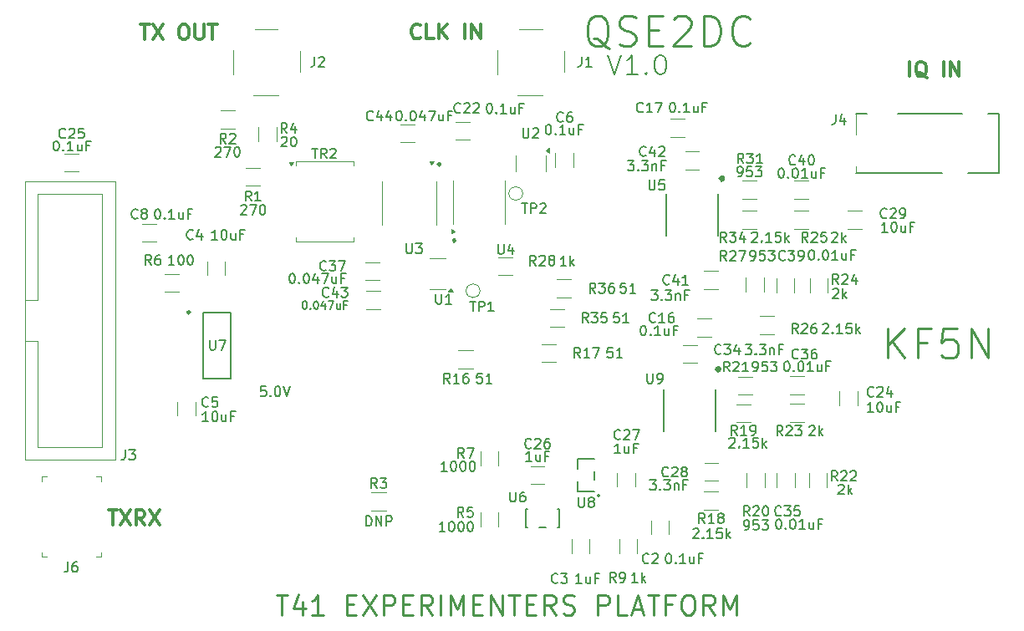
<source format=gto>
G04 #@! TF.GenerationSoftware,KiCad,Pcbnew,8.0.1*
G04 #@! TF.CreationDate,2024-03-28T06:18:42-04:00*
G04 #@! TF.ProjectId,qse2,71736532-2e6b-4696-9361-645f70636258,rev?*
G04 #@! TF.SameCoordinates,Original*
G04 #@! TF.FileFunction,Legend,Top*
G04 #@! TF.FilePolarity,Positive*
%FSLAX46Y46*%
G04 Gerber Fmt 4.6, Leading zero omitted, Abs format (unit mm)*
G04 Created by KiCad (PCBNEW 8.0.1) date 2024-03-28 06:18:42*
%MOMM*%
%LPD*%
G01*
G04 APERTURE LIST*
%ADD10C,0.358981*%
%ADD11C,0.275000*%
%ADD12C,0.300000*%
%ADD13C,0.200000*%
%ADD14C,0.250000*%
%ADD15C,0.150000*%
%ADD16C,0.120000*%
%ADD17C,0.152400*%
%ADD18C,0.100000*%
%ADD19C,0.127000*%
G04 APERTURE END LIST*
D10*
X170293990Y-76327000D02*
G75*
G02*
X169935010Y-76327000I-179490J0D01*
G01*
X169935010Y-76327000D02*
G75*
G02*
X170293990Y-76327000I179490J0D01*
G01*
X170674990Y-57023000D02*
G75*
G02*
X170316010Y-57023000I-179490J0D01*
G01*
X170316010Y-57023000D02*
G75*
G02*
X170674990Y-57023000I179490J0D01*
G01*
D11*
X143537500Y-63300000D02*
G75*
G02*
X143262500Y-63300000I-137500J0D01*
G01*
X143262500Y-63300000D02*
G75*
G02*
X143537500Y-63300000I137500J0D01*
G01*
X142009500Y-55576000D02*
G75*
G02*
X141734500Y-55576000I-137500J0D01*
G01*
X141734500Y-55576000D02*
G75*
G02*
X142009500Y-55576000I137500J0D01*
G01*
D12*
X111650225Y-41420828D02*
X112507368Y-41420828D01*
X112078796Y-42920828D02*
X112078796Y-41420828D01*
X112864510Y-41420828D02*
X113864510Y-42920828D01*
X113864510Y-41420828D02*
X112864510Y-42920828D01*
X115864510Y-41420828D02*
X116150224Y-41420828D01*
X116150224Y-41420828D02*
X116293081Y-41492257D01*
X116293081Y-41492257D02*
X116435938Y-41635114D01*
X116435938Y-41635114D02*
X116507367Y-41920828D01*
X116507367Y-41920828D02*
X116507367Y-42420828D01*
X116507367Y-42420828D02*
X116435938Y-42706542D01*
X116435938Y-42706542D02*
X116293081Y-42849400D01*
X116293081Y-42849400D02*
X116150224Y-42920828D01*
X116150224Y-42920828D02*
X115864510Y-42920828D01*
X115864510Y-42920828D02*
X115721653Y-42849400D01*
X115721653Y-42849400D02*
X115578795Y-42706542D01*
X115578795Y-42706542D02*
X115507367Y-42420828D01*
X115507367Y-42420828D02*
X115507367Y-41920828D01*
X115507367Y-41920828D02*
X115578795Y-41635114D01*
X115578795Y-41635114D02*
X115721653Y-41492257D01*
X115721653Y-41492257D02*
X115864510Y-41420828D01*
X117150224Y-41420828D02*
X117150224Y-42635114D01*
X117150224Y-42635114D02*
X117221653Y-42777971D01*
X117221653Y-42777971D02*
X117293082Y-42849400D01*
X117293082Y-42849400D02*
X117435939Y-42920828D01*
X117435939Y-42920828D02*
X117721653Y-42920828D01*
X117721653Y-42920828D02*
X117864510Y-42849400D01*
X117864510Y-42849400D02*
X117935939Y-42777971D01*
X117935939Y-42777971D02*
X118007367Y-42635114D01*
X118007367Y-42635114D02*
X118007367Y-41420828D01*
X118507368Y-41420828D02*
X119364511Y-41420828D01*
X118935939Y-42920828D02*
X118935939Y-41420828D01*
X139968653Y-42710971D02*
X139897225Y-42782400D01*
X139897225Y-42782400D02*
X139682939Y-42853828D01*
X139682939Y-42853828D02*
X139540082Y-42853828D01*
X139540082Y-42853828D02*
X139325796Y-42782400D01*
X139325796Y-42782400D02*
X139182939Y-42639542D01*
X139182939Y-42639542D02*
X139111510Y-42496685D01*
X139111510Y-42496685D02*
X139040082Y-42210971D01*
X139040082Y-42210971D02*
X139040082Y-41996685D01*
X139040082Y-41996685D02*
X139111510Y-41710971D01*
X139111510Y-41710971D02*
X139182939Y-41568114D01*
X139182939Y-41568114D02*
X139325796Y-41425257D01*
X139325796Y-41425257D02*
X139540082Y-41353828D01*
X139540082Y-41353828D02*
X139682939Y-41353828D01*
X139682939Y-41353828D02*
X139897225Y-41425257D01*
X139897225Y-41425257D02*
X139968653Y-41496685D01*
X141325796Y-42853828D02*
X140611510Y-42853828D01*
X140611510Y-42853828D02*
X140611510Y-41353828D01*
X141825796Y-42853828D02*
X141825796Y-41353828D01*
X142682939Y-42853828D02*
X142040082Y-41996685D01*
X142682939Y-41353828D02*
X141825796Y-42210971D01*
X144468653Y-42853828D02*
X144468653Y-41353828D01*
X145182939Y-42853828D02*
X145182939Y-41353828D01*
X145182939Y-41353828D02*
X146040082Y-42853828D01*
X146040082Y-42853828D02*
X146040082Y-41353828D01*
X189530510Y-46663828D02*
X189530510Y-45163828D01*
X191244796Y-46806685D02*
X191101939Y-46735257D01*
X191101939Y-46735257D02*
X190959082Y-46592400D01*
X190959082Y-46592400D02*
X190744796Y-46378114D01*
X190744796Y-46378114D02*
X190601939Y-46306685D01*
X190601939Y-46306685D02*
X190459082Y-46306685D01*
X190530511Y-46663828D02*
X190387654Y-46592400D01*
X190387654Y-46592400D02*
X190244796Y-46449542D01*
X190244796Y-46449542D02*
X190173368Y-46163828D01*
X190173368Y-46163828D02*
X190173368Y-45663828D01*
X190173368Y-45663828D02*
X190244796Y-45378114D01*
X190244796Y-45378114D02*
X190387654Y-45235257D01*
X190387654Y-45235257D02*
X190530511Y-45163828D01*
X190530511Y-45163828D02*
X190816225Y-45163828D01*
X190816225Y-45163828D02*
X190959082Y-45235257D01*
X190959082Y-45235257D02*
X191101939Y-45378114D01*
X191101939Y-45378114D02*
X191173368Y-45663828D01*
X191173368Y-45663828D02*
X191173368Y-46163828D01*
X191173368Y-46163828D02*
X191101939Y-46449542D01*
X191101939Y-46449542D02*
X190959082Y-46592400D01*
X190959082Y-46592400D02*
X190816225Y-46663828D01*
X190816225Y-46663828D02*
X190530511Y-46663828D01*
X192959082Y-46663828D02*
X192959082Y-45163828D01*
X193673368Y-46663828D02*
X193673368Y-45163828D01*
X193673368Y-45163828D02*
X194530511Y-46663828D01*
X194530511Y-46663828D02*
X194530511Y-45163828D01*
D13*
X158945054Y-44480838D02*
X159611720Y-46480838D01*
X159611720Y-46480838D02*
X160278387Y-44480838D01*
X161992673Y-46480838D02*
X160849816Y-46480838D01*
X161421244Y-46480838D02*
X161421244Y-44480838D01*
X161421244Y-44480838D02*
X161230768Y-44766552D01*
X161230768Y-44766552D02*
X161040292Y-44957028D01*
X161040292Y-44957028D02*
X160849816Y-45052266D01*
X162849816Y-46290361D02*
X162945054Y-46385600D01*
X162945054Y-46385600D02*
X162849816Y-46480838D01*
X162849816Y-46480838D02*
X162754578Y-46385600D01*
X162754578Y-46385600D02*
X162849816Y-46290361D01*
X162849816Y-46290361D02*
X162849816Y-46480838D01*
X164183149Y-44480838D02*
X164373626Y-44480838D01*
X164373626Y-44480838D02*
X164564102Y-44576076D01*
X164564102Y-44576076D02*
X164659340Y-44671314D01*
X164659340Y-44671314D02*
X164754578Y-44861790D01*
X164754578Y-44861790D02*
X164849816Y-45242742D01*
X164849816Y-45242742D02*
X164849816Y-45718933D01*
X164849816Y-45718933D02*
X164754578Y-46099885D01*
X164754578Y-46099885D02*
X164659340Y-46290361D01*
X164659340Y-46290361D02*
X164564102Y-46385600D01*
X164564102Y-46385600D02*
X164373626Y-46480838D01*
X164373626Y-46480838D02*
X164183149Y-46480838D01*
X164183149Y-46480838D02*
X163992673Y-46385600D01*
X163992673Y-46385600D02*
X163897435Y-46290361D01*
X163897435Y-46290361D02*
X163802197Y-46099885D01*
X163802197Y-46099885D02*
X163706959Y-45718933D01*
X163706959Y-45718933D02*
X163706959Y-45242742D01*
X163706959Y-45242742D02*
X163802197Y-44861790D01*
X163802197Y-44861790D02*
X163897435Y-44671314D01*
X163897435Y-44671314D02*
X163992673Y-44576076D01*
X163992673Y-44576076D02*
X164183149Y-44480838D01*
D14*
X125384949Y-99202238D02*
X126527806Y-99202238D01*
X125956377Y-101202238D02*
X125956377Y-99202238D01*
X128051616Y-99868904D02*
X128051616Y-101202238D01*
X127575425Y-99107000D02*
X127099235Y-100535571D01*
X127099235Y-100535571D02*
X128337330Y-100535571D01*
X130146854Y-101202238D02*
X129003997Y-101202238D01*
X129575425Y-101202238D02*
X129575425Y-99202238D01*
X129575425Y-99202238D02*
X129384949Y-99487952D01*
X129384949Y-99487952D02*
X129194473Y-99678428D01*
X129194473Y-99678428D02*
X129003997Y-99773666D01*
X132527807Y-100154619D02*
X133194474Y-100154619D01*
X133480188Y-101202238D02*
X132527807Y-101202238D01*
X132527807Y-101202238D02*
X132527807Y-99202238D01*
X132527807Y-99202238D02*
X133480188Y-99202238D01*
X134146855Y-99202238D02*
X135480188Y-101202238D01*
X135480188Y-99202238D02*
X134146855Y-101202238D01*
X136242093Y-101202238D02*
X136242093Y-99202238D01*
X136242093Y-99202238D02*
X137003998Y-99202238D01*
X137003998Y-99202238D02*
X137194474Y-99297476D01*
X137194474Y-99297476D02*
X137289712Y-99392714D01*
X137289712Y-99392714D02*
X137384950Y-99583190D01*
X137384950Y-99583190D02*
X137384950Y-99868904D01*
X137384950Y-99868904D02*
X137289712Y-100059380D01*
X137289712Y-100059380D02*
X137194474Y-100154619D01*
X137194474Y-100154619D02*
X137003998Y-100249857D01*
X137003998Y-100249857D02*
X136242093Y-100249857D01*
X138242093Y-100154619D02*
X138908760Y-100154619D01*
X139194474Y-101202238D02*
X138242093Y-101202238D01*
X138242093Y-101202238D02*
X138242093Y-99202238D01*
X138242093Y-99202238D02*
X139194474Y-99202238D01*
X141194474Y-101202238D02*
X140527807Y-100249857D01*
X140051617Y-101202238D02*
X140051617Y-99202238D01*
X140051617Y-99202238D02*
X140813522Y-99202238D01*
X140813522Y-99202238D02*
X141003998Y-99297476D01*
X141003998Y-99297476D02*
X141099236Y-99392714D01*
X141099236Y-99392714D02*
X141194474Y-99583190D01*
X141194474Y-99583190D02*
X141194474Y-99868904D01*
X141194474Y-99868904D02*
X141099236Y-100059380D01*
X141099236Y-100059380D02*
X141003998Y-100154619D01*
X141003998Y-100154619D02*
X140813522Y-100249857D01*
X140813522Y-100249857D02*
X140051617Y-100249857D01*
X142051617Y-101202238D02*
X142051617Y-99202238D01*
X143003998Y-101202238D02*
X143003998Y-99202238D01*
X143003998Y-99202238D02*
X143670665Y-100630809D01*
X143670665Y-100630809D02*
X144337331Y-99202238D01*
X144337331Y-99202238D02*
X144337331Y-101202238D01*
X145289712Y-100154619D02*
X145956379Y-100154619D01*
X146242093Y-101202238D02*
X145289712Y-101202238D01*
X145289712Y-101202238D02*
X145289712Y-99202238D01*
X145289712Y-99202238D02*
X146242093Y-99202238D01*
X147099236Y-101202238D02*
X147099236Y-99202238D01*
X147099236Y-99202238D02*
X148242093Y-101202238D01*
X148242093Y-101202238D02*
X148242093Y-99202238D01*
X148908760Y-99202238D02*
X150051617Y-99202238D01*
X149480188Y-101202238D02*
X149480188Y-99202238D01*
X150718284Y-100154619D02*
X151384951Y-100154619D01*
X151670665Y-101202238D02*
X150718284Y-101202238D01*
X150718284Y-101202238D02*
X150718284Y-99202238D01*
X150718284Y-99202238D02*
X151670665Y-99202238D01*
X153670665Y-101202238D02*
X153003998Y-100249857D01*
X152527808Y-101202238D02*
X152527808Y-99202238D01*
X152527808Y-99202238D02*
X153289713Y-99202238D01*
X153289713Y-99202238D02*
X153480189Y-99297476D01*
X153480189Y-99297476D02*
X153575427Y-99392714D01*
X153575427Y-99392714D02*
X153670665Y-99583190D01*
X153670665Y-99583190D02*
X153670665Y-99868904D01*
X153670665Y-99868904D02*
X153575427Y-100059380D01*
X153575427Y-100059380D02*
X153480189Y-100154619D01*
X153480189Y-100154619D02*
X153289713Y-100249857D01*
X153289713Y-100249857D02*
X152527808Y-100249857D01*
X154432570Y-101107000D02*
X154718284Y-101202238D01*
X154718284Y-101202238D02*
X155194475Y-101202238D01*
X155194475Y-101202238D02*
X155384951Y-101107000D01*
X155384951Y-101107000D02*
X155480189Y-101011761D01*
X155480189Y-101011761D02*
X155575427Y-100821285D01*
X155575427Y-100821285D02*
X155575427Y-100630809D01*
X155575427Y-100630809D02*
X155480189Y-100440333D01*
X155480189Y-100440333D02*
X155384951Y-100345095D01*
X155384951Y-100345095D02*
X155194475Y-100249857D01*
X155194475Y-100249857D02*
X154813522Y-100154619D01*
X154813522Y-100154619D02*
X154623046Y-100059380D01*
X154623046Y-100059380D02*
X154527808Y-99964142D01*
X154527808Y-99964142D02*
X154432570Y-99773666D01*
X154432570Y-99773666D02*
X154432570Y-99583190D01*
X154432570Y-99583190D02*
X154527808Y-99392714D01*
X154527808Y-99392714D02*
X154623046Y-99297476D01*
X154623046Y-99297476D02*
X154813522Y-99202238D01*
X154813522Y-99202238D02*
X155289713Y-99202238D01*
X155289713Y-99202238D02*
X155575427Y-99297476D01*
X157956380Y-101202238D02*
X157956380Y-99202238D01*
X157956380Y-99202238D02*
X158718285Y-99202238D01*
X158718285Y-99202238D02*
X158908761Y-99297476D01*
X158908761Y-99297476D02*
X159003999Y-99392714D01*
X159003999Y-99392714D02*
X159099237Y-99583190D01*
X159099237Y-99583190D02*
X159099237Y-99868904D01*
X159099237Y-99868904D02*
X159003999Y-100059380D01*
X159003999Y-100059380D02*
X158908761Y-100154619D01*
X158908761Y-100154619D02*
X158718285Y-100249857D01*
X158718285Y-100249857D02*
X157956380Y-100249857D01*
X160908761Y-101202238D02*
X159956380Y-101202238D01*
X159956380Y-101202238D02*
X159956380Y-99202238D01*
X161480190Y-100630809D02*
X162432571Y-100630809D01*
X161289714Y-101202238D02*
X161956380Y-99202238D01*
X161956380Y-99202238D02*
X162623047Y-101202238D01*
X163004000Y-99202238D02*
X164146857Y-99202238D01*
X163575428Y-101202238D02*
X163575428Y-99202238D01*
X165480191Y-100154619D02*
X164813524Y-100154619D01*
X164813524Y-101202238D02*
X164813524Y-99202238D01*
X164813524Y-99202238D02*
X165765905Y-99202238D01*
X166908762Y-99202238D02*
X167289715Y-99202238D01*
X167289715Y-99202238D02*
X167480191Y-99297476D01*
X167480191Y-99297476D02*
X167670667Y-99487952D01*
X167670667Y-99487952D02*
X167765905Y-99868904D01*
X167765905Y-99868904D02*
X167765905Y-100535571D01*
X167765905Y-100535571D02*
X167670667Y-100916523D01*
X167670667Y-100916523D02*
X167480191Y-101107000D01*
X167480191Y-101107000D02*
X167289715Y-101202238D01*
X167289715Y-101202238D02*
X166908762Y-101202238D01*
X166908762Y-101202238D02*
X166718286Y-101107000D01*
X166718286Y-101107000D02*
X166527810Y-100916523D01*
X166527810Y-100916523D02*
X166432572Y-100535571D01*
X166432572Y-100535571D02*
X166432572Y-99868904D01*
X166432572Y-99868904D02*
X166527810Y-99487952D01*
X166527810Y-99487952D02*
X166718286Y-99297476D01*
X166718286Y-99297476D02*
X166908762Y-99202238D01*
X169765905Y-101202238D02*
X169099238Y-100249857D01*
X168623048Y-101202238D02*
X168623048Y-99202238D01*
X168623048Y-99202238D02*
X169384953Y-99202238D01*
X169384953Y-99202238D02*
X169575429Y-99297476D01*
X169575429Y-99297476D02*
X169670667Y-99392714D01*
X169670667Y-99392714D02*
X169765905Y-99583190D01*
X169765905Y-99583190D02*
X169765905Y-99868904D01*
X169765905Y-99868904D02*
X169670667Y-100059380D01*
X169670667Y-100059380D02*
X169575429Y-100154619D01*
X169575429Y-100154619D02*
X169384953Y-100249857D01*
X169384953Y-100249857D02*
X168623048Y-100249857D01*
X170623048Y-101202238D02*
X170623048Y-99202238D01*
X170623048Y-99202238D02*
X171289715Y-100630809D01*
X171289715Y-100630809D02*
X171956381Y-99202238D01*
X171956381Y-99202238D02*
X171956381Y-101202238D01*
X159088758Y-43847571D02*
X158803044Y-43704714D01*
X158803044Y-43704714D02*
X158517330Y-43419000D01*
X158517330Y-43419000D02*
X158088758Y-42990428D01*
X158088758Y-42990428D02*
X157803044Y-42847571D01*
X157803044Y-42847571D02*
X157517330Y-42847571D01*
X157660187Y-43561857D02*
X157374473Y-43419000D01*
X157374473Y-43419000D02*
X157088758Y-43133285D01*
X157088758Y-43133285D02*
X156945901Y-42561857D01*
X156945901Y-42561857D02*
X156945901Y-41561857D01*
X156945901Y-41561857D02*
X157088758Y-40990428D01*
X157088758Y-40990428D02*
X157374473Y-40704714D01*
X157374473Y-40704714D02*
X157660187Y-40561857D01*
X157660187Y-40561857D02*
X158231615Y-40561857D01*
X158231615Y-40561857D02*
X158517330Y-40704714D01*
X158517330Y-40704714D02*
X158803044Y-40990428D01*
X158803044Y-40990428D02*
X158945901Y-41561857D01*
X158945901Y-41561857D02*
X158945901Y-42561857D01*
X158945901Y-42561857D02*
X158803044Y-43133285D01*
X158803044Y-43133285D02*
X158517330Y-43419000D01*
X158517330Y-43419000D02*
X158231615Y-43561857D01*
X158231615Y-43561857D02*
X157660187Y-43561857D01*
X160088758Y-43419000D02*
X160517330Y-43561857D01*
X160517330Y-43561857D02*
X161231615Y-43561857D01*
X161231615Y-43561857D02*
X161517330Y-43419000D01*
X161517330Y-43419000D02*
X161660187Y-43276142D01*
X161660187Y-43276142D02*
X161803044Y-42990428D01*
X161803044Y-42990428D02*
X161803044Y-42704714D01*
X161803044Y-42704714D02*
X161660187Y-42419000D01*
X161660187Y-42419000D02*
X161517330Y-42276142D01*
X161517330Y-42276142D02*
X161231615Y-42133285D01*
X161231615Y-42133285D02*
X160660187Y-41990428D01*
X160660187Y-41990428D02*
X160374472Y-41847571D01*
X160374472Y-41847571D02*
X160231615Y-41704714D01*
X160231615Y-41704714D02*
X160088758Y-41419000D01*
X160088758Y-41419000D02*
X160088758Y-41133285D01*
X160088758Y-41133285D02*
X160231615Y-40847571D01*
X160231615Y-40847571D02*
X160374472Y-40704714D01*
X160374472Y-40704714D02*
X160660187Y-40561857D01*
X160660187Y-40561857D02*
X161374472Y-40561857D01*
X161374472Y-40561857D02*
X161803044Y-40704714D01*
X163088758Y-41990428D02*
X164088758Y-41990428D01*
X164517330Y-43561857D02*
X163088758Y-43561857D01*
X163088758Y-43561857D02*
X163088758Y-40561857D01*
X163088758Y-40561857D02*
X164517330Y-40561857D01*
X165660187Y-40847571D02*
X165803044Y-40704714D01*
X165803044Y-40704714D02*
X166088759Y-40561857D01*
X166088759Y-40561857D02*
X166803044Y-40561857D01*
X166803044Y-40561857D02*
X167088759Y-40704714D01*
X167088759Y-40704714D02*
X167231616Y-40847571D01*
X167231616Y-40847571D02*
X167374473Y-41133285D01*
X167374473Y-41133285D02*
X167374473Y-41419000D01*
X167374473Y-41419000D02*
X167231616Y-41847571D01*
X167231616Y-41847571D02*
X165517330Y-43561857D01*
X165517330Y-43561857D02*
X167374473Y-43561857D01*
X168660187Y-43561857D02*
X168660187Y-40561857D01*
X168660187Y-40561857D02*
X169374473Y-40561857D01*
X169374473Y-40561857D02*
X169803044Y-40704714D01*
X169803044Y-40704714D02*
X170088759Y-40990428D01*
X170088759Y-40990428D02*
X170231616Y-41276142D01*
X170231616Y-41276142D02*
X170374473Y-41847571D01*
X170374473Y-41847571D02*
X170374473Y-42276142D01*
X170374473Y-42276142D02*
X170231616Y-42847571D01*
X170231616Y-42847571D02*
X170088759Y-43133285D01*
X170088759Y-43133285D02*
X169803044Y-43419000D01*
X169803044Y-43419000D02*
X169374473Y-43561857D01*
X169374473Y-43561857D02*
X168660187Y-43561857D01*
X173374473Y-43276142D02*
X173231616Y-43419000D01*
X173231616Y-43419000D02*
X172803044Y-43561857D01*
X172803044Y-43561857D02*
X172517330Y-43561857D01*
X172517330Y-43561857D02*
X172088759Y-43419000D01*
X172088759Y-43419000D02*
X171803044Y-43133285D01*
X171803044Y-43133285D02*
X171660187Y-42847571D01*
X171660187Y-42847571D02*
X171517330Y-42276142D01*
X171517330Y-42276142D02*
X171517330Y-41847571D01*
X171517330Y-41847571D02*
X171660187Y-41276142D01*
X171660187Y-41276142D02*
X171803044Y-40990428D01*
X171803044Y-40990428D02*
X172088759Y-40704714D01*
X172088759Y-40704714D02*
X172517330Y-40561857D01*
X172517330Y-40561857D02*
X172803044Y-40561857D01*
X172803044Y-40561857D02*
X173231616Y-40704714D01*
X173231616Y-40704714D02*
X173374473Y-40847571D01*
D15*
X124312969Y-78069819D02*
X123836779Y-78069819D01*
X123836779Y-78069819D02*
X123789160Y-78546009D01*
X123789160Y-78546009D02*
X123836779Y-78498390D01*
X123836779Y-78498390D02*
X123932017Y-78450771D01*
X123932017Y-78450771D02*
X124170112Y-78450771D01*
X124170112Y-78450771D02*
X124265350Y-78498390D01*
X124265350Y-78498390D02*
X124312969Y-78546009D01*
X124312969Y-78546009D02*
X124360588Y-78641247D01*
X124360588Y-78641247D02*
X124360588Y-78879342D01*
X124360588Y-78879342D02*
X124312969Y-78974580D01*
X124312969Y-78974580D02*
X124265350Y-79022200D01*
X124265350Y-79022200D02*
X124170112Y-79069819D01*
X124170112Y-79069819D02*
X123932017Y-79069819D01*
X123932017Y-79069819D02*
X123836779Y-79022200D01*
X123836779Y-79022200D02*
X123789160Y-78974580D01*
X124789160Y-78974580D02*
X124836779Y-79022200D01*
X124836779Y-79022200D02*
X124789160Y-79069819D01*
X124789160Y-79069819D02*
X124741541Y-79022200D01*
X124741541Y-79022200D02*
X124789160Y-78974580D01*
X124789160Y-78974580D02*
X124789160Y-79069819D01*
X125455826Y-78069819D02*
X125551064Y-78069819D01*
X125551064Y-78069819D02*
X125646302Y-78117438D01*
X125646302Y-78117438D02*
X125693921Y-78165057D01*
X125693921Y-78165057D02*
X125741540Y-78260295D01*
X125741540Y-78260295D02*
X125789159Y-78450771D01*
X125789159Y-78450771D02*
X125789159Y-78688866D01*
X125789159Y-78688866D02*
X125741540Y-78879342D01*
X125741540Y-78879342D02*
X125693921Y-78974580D01*
X125693921Y-78974580D02*
X125646302Y-79022200D01*
X125646302Y-79022200D02*
X125551064Y-79069819D01*
X125551064Y-79069819D02*
X125455826Y-79069819D01*
X125455826Y-79069819D02*
X125360588Y-79022200D01*
X125360588Y-79022200D02*
X125312969Y-78974580D01*
X125312969Y-78974580D02*
X125265350Y-78879342D01*
X125265350Y-78879342D02*
X125217731Y-78688866D01*
X125217731Y-78688866D02*
X125217731Y-78450771D01*
X125217731Y-78450771D02*
X125265350Y-78260295D01*
X125265350Y-78260295D02*
X125312969Y-78165057D01*
X125312969Y-78165057D02*
X125360588Y-78117438D01*
X125360588Y-78117438D02*
X125455826Y-78069819D01*
X126074874Y-78069819D02*
X126408207Y-79069819D01*
X126408207Y-79069819D02*
X126741540Y-78069819D01*
D14*
X187314758Y-75184857D02*
X187314758Y-72184857D01*
X189029044Y-75184857D02*
X187743330Y-73470571D01*
X189029044Y-72184857D02*
X187314758Y-73899142D01*
X191314758Y-73613428D02*
X190314758Y-73613428D01*
X190314758Y-75184857D02*
X190314758Y-72184857D01*
X190314758Y-72184857D02*
X191743330Y-72184857D01*
X194314759Y-72184857D02*
X192886187Y-72184857D01*
X192886187Y-72184857D02*
X192743330Y-73613428D01*
X192743330Y-73613428D02*
X192886187Y-73470571D01*
X192886187Y-73470571D02*
X193171902Y-73327714D01*
X193171902Y-73327714D02*
X193886187Y-73327714D01*
X193886187Y-73327714D02*
X194171902Y-73470571D01*
X194171902Y-73470571D02*
X194314759Y-73613428D01*
X194314759Y-73613428D02*
X194457616Y-73899142D01*
X194457616Y-73899142D02*
X194457616Y-74613428D01*
X194457616Y-74613428D02*
X194314759Y-74899142D01*
X194314759Y-74899142D02*
X194171902Y-75042000D01*
X194171902Y-75042000D02*
X193886187Y-75184857D01*
X193886187Y-75184857D02*
X193171902Y-75184857D01*
X193171902Y-75184857D02*
X192886187Y-75042000D01*
X192886187Y-75042000D02*
X192743330Y-74899142D01*
X195743330Y-75184857D02*
X195743330Y-72184857D01*
X195743330Y-72184857D02*
X197457616Y-75184857D01*
X197457616Y-75184857D02*
X197457616Y-72184857D01*
D12*
X108390225Y-90600828D02*
X109247368Y-90600828D01*
X108818796Y-92100828D02*
X108818796Y-90600828D01*
X109604510Y-90600828D02*
X110604510Y-92100828D01*
X110604510Y-90600828D02*
X109604510Y-92100828D01*
X112033081Y-92100828D02*
X111533081Y-91386542D01*
X111175938Y-92100828D02*
X111175938Y-90600828D01*
X111175938Y-90600828D02*
X111747367Y-90600828D01*
X111747367Y-90600828D02*
X111890224Y-90672257D01*
X111890224Y-90672257D02*
X111961653Y-90743685D01*
X111961653Y-90743685D02*
X112033081Y-90886542D01*
X112033081Y-90886542D02*
X112033081Y-91100828D01*
X112033081Y-91100828D02*
X111961653Y-91243685D01*
X111961653Y-91243685D02*
X111890224Y-91315114D01*
X111890224Y-91315114D02*
X111747367Y-91386542D01*
X111747367Y-91386542D02*
X111175938Y-91386542D01*
X112533081Y-90600828D02*
X113533081Y-92100828D01*
X113533081Y-90600828D02*
X112533081Y-92100828D01*
D15*
X178232142Y-75184580D02*
X178184523Y-75232200D01*
X178184523Y-75232200D02*
X178041666Y-75279819D01*
X178041666Y-75279819D02*
X177946428Y-75279819D01*
X177946428Y-75279819D02*
X177803571Y-75232200D01*
X177803571Y-75232200D02*
X177708333Y-75136961D01*
X177708333Y-75136961D02*
X177660714Y-75041723D01*
X177660714Y-75041723D02*
X177613095Y-74851247D01*
X177613095Y-74851247D02*
X177613095Y-74708390D01*
X177613095Y-74708390D02*
X177660714Y-74517914D01*
X177660714Y-74517914D02*
X177708333Y-74422676D01*
X177708333Y-74422676D02*
X177803571Y-74327438D01*
X177803571Y-74327438D02*
X177946428Y-74279819D01*
X177946428Y-74279819D02*
X178041666Y-74279819D01*
X178041666Y-74279819D02*
X178184523Y-74327438D01*
X178184523Y-74327438D02*
X178232142Y-74375057D01*
X178565476Y-74279819D02*
X179184523Y-74279819D01*
X179184523Y-74279819D02*
X178851190Y-74660771D01*
X178851190Y-74660771D02*
X178994047Y-74660771D01*
X178994047Y-74660771D02*
X179089285Y-74708390D01*
X179089285Y-74708390D02*
X179136904Y-74756009D01*
X179136904Y-74756009D02*
X179184523Y-74851247D01*
X179184523Y-74851247D02*
X179184523Y-75089342D01*
X179184523Y-75089342D02*
X179136904Y-75184580D01*
X179136904Y-75184580D02*
X179089285Y-75232200D01*
X179089285Y-75232200D02*
X178994047Y-75279819D01*
X178994047Y-75279819D02*
X178708333Y-75279819D01*
X178708333Y-75279819D02*
X178613095Y-75232200D01*
X178613095Y-75232200D02*
X178565476Y-75184580D01*
X180041666Y-74279819D02*
X179851190Y-74279819D01*
X179851190Y-74279819D02*
X179755952Y-74327438D01*
X179755952Y-74327438D02*
X179708333Y-74375057D01*
X179708333Y-74375057D02*
X179613095Y-74517914D01*
X179613095Y-74517914D02*
X179565476Y-74708390D01*
X179565476Y-74708390D02*
X179565476Y-75089342D01*
X179565476Y-75089342D02*
X179613095Y-75184580D01*
X179613095Y-75184580D02*
X179660714Y-75232200D01*
X179660714Y-75232200D02*
X179755952Y-75279819D01*
X179755952Y-75279819D02*
X179946428Y-75279819D01*
X179946428Y-75279819D02*
X180041666Y-75232200D01*
X180041666Y-75232200D02*
X180089285Y-75184580D01*
X180089285Y-75184580D02*
X180136904Y-75089342D01*
X180136904Y-75089342D02*
X180136904Y-74851247D01*
X180136904Y-74851247D02*
X180089285Y-74756009D01*
X180089285Y-74756009D02*
X180041666Y-74708390D01*
X180041666Y-74708390D02*
X179946428Y-74660771D01*
X179946428Y-74660771D02*
X179755952Y-74660771D01*
X179755952Y-74660771D02*
X179660714Y-74708390D01*
X179660714Y-74708390D02*
X179613095Y-74756009D01*
X179613095Y-74756009D02*
X179565476Y-74851247D01*
X177030952Y-75529819D02*
X177126190Y-75529819D01*
X177126190Y-75529819D02*
X177221428Y-75577438D01*
X177221428Y-75577438D02*
X177269047Y-75625057D01*
X177269047Y-75625057D02*
X177316666Y-75720295D01*
X177316666Y-75720295D02*
X177364285Y-75910771D01*
X177364285Y-75910771D02*
X177364285Y-76148866D01*
X177364285Y-76148866D02*
X177316666Y-76339342D01*
X177316666Y-76339342D02*
X177269047Y-76434580D01*
X177269047Y-76434580D02*
X177221428Y-76482200D01*
X177221428Y-76482200D02*
X177126190Y-76529819D01*
X177126190Y-76529819D02*
X177030952Y-76529819D01*
X177030952Y-76529819D02*
X176935714Y-76482200D01*
X176935714Y-76482200D02*
X176888095Y-76434580D01*
X176888095Y-76434580D02*
X176840476Y-76339342D01*
X176840476Y-76339342D02*
X176792857Y-76148866D01*
X176792857Y-76148866D02*
X176792857Y-75910771D01*
X176792857Y-75910771D02*
X176840476Y-75720295D01*
X176840476Y-75720295D02*
X176888095Y-75625057D01*
X176888095Y-75625057D02*
X176935714Y-75577438D01*
X176935714Y-75577438D02*
X177030952Y-75529819D01*
X177792857Y-76434580D02*
X177840476Y-76482200D01*
X177840476Y-76482200D02*
X177792857Y-76529819D01*
X177792857Y-76529819D02*
X177745238Y-76482200D01*
X177745238Y-76482200D02*
X177792857Y-76434580D01*
X177792857Y-76434580D02*
X177792857Y-76529819D01*
X178459523Y-75529819D02*
X178554761Y-75529819D01*
X178554761Y-75529819D02*
X178649999Y-75577438D01*
X178649999Y-75577438D02*
X178697618Y-75625057D01*
X178697618Y-75625057D02*
X178745237Y-75720295D01*
X178745237Y-75720295D02*
X178792856Y-75910771D01*
X178792856Y-75910771D02*
X178792856Y-76148866D01*
X178792856Y-76148866D02*
X178745237Y-76339342D01*
X178745237Y-76339342D02*
X178697618Y-76434580D01*
X178697618Y-76434580D02*
X178649999Y-76482200D01*
X178649999Y-76482200D02*
X178554761Y-76529819D01*
X178554761Y-76529819D02*
X178459523Y-76529819D01*
X178459523Y-76529819D02*
X178364285Y-76482200D01*
X178364285Y-76482200D02*
X178316666Y-76434580D01*
X178316666Y-76434580D02*
X178269047Y-76339342D01*
X178269047Y-76339342D02*
X178221428Y-76148866D01*
X178221428Y-76148866D02*
X178221428Y-75910771D01*
X178221428Y-75910771D02*
X178269047Y-75720295D01*
X178269047Y-75720295D02*
X178316666Y-75625057D01*
X178316666Y-75625057D02*
X178364285Y-75577438D01*
X178364285Y-75577438D02*
X178459523Y-75529819D01*
X179745237Y-76529819D02*
X179173809Y-76529819D01*
X179459523Y-76529819D02*
X179459523Y-75529819D01*
X179459523Y-75529819D02*
X179364285Y-75672676D01*
X179364285Y-75672676D02*
X179269047Y-75767914D01*
X179269047Y-75767914D02*
X179173809Y-75815533D01*
X180602380Y-75863152D02*
X180602380Y-76529819D01*
X180173809Y-75863152D02*
X180173809Y-76386961D01*
X180173809Y-76386961D02*
X180221428Y-76482200D01*
X180221428Y-76482200D02*
X180316666Y-76529819D01*
X180316666Y-76529819D02*
X180459523Y-76529819D01*
X180459523Y-76529819D02*
X180554761Y-76482200D01*
X180554761Y-76482200D02*
X180602380Y-76434580D01*
X181411904Y-76006009D02*
X181078571Y-76006009D01*
X181078571Y-76529819D02*
X181078571Y-75529819D01*
X181078571Y-75529819D02*
X181554761Y-75529819D01*
X160217142Y-83369580D02*
X160169523Y-83417200D01*
X160169523Y-83417200D02*
X160026666Y-83464819D01*
X160026666Y-83464819D02*
X159931428Y-83464819D01*
X159931428Y-83464819D02*
X159788571Y-83417200D01*
X159788571Y-83417200D02*
X159693333Y-83321961D01*
X159693333Y-83321961D02*
X159645714Y-83226723D01*
X159645714Y-83226723D02*
X159598095Y-83036247D01*
X159598095Y-83036247D02*
X159598095Y-82893390D01*
X159598095Y-82893390D02*
X159645714Y-82702914D01*
X159645714Y-82702914D02*
X159693333Y-82607676D01*
X159693333Y-82607676D02*
X159788571Y-82512438D01*
X159788571Y-82512438D02*
X159931428Y-82464819D01*
X159931428Y-82464819D02*
X160026666Y-82464819D01*
X160026666Y-82464819D02*
X160169523Y-82512438D01*
X160169523Y-82512438D02*
X160217142Y-82560057D01*
X160598095Y-82560057D02*
X160645714Y-82512438D01*
X160645714Y-82512438D02*
X160740952Y-82464819D01*
X160740952Y-82464819D02*
X160979047Y-82464819D01*
X160979047Y-82464819D02*
X161074285Y-82512438D01*
X161074285Y-82512438D02*
X161121904Y-82560057D01*
X161121904Y-82560057D02*
X161169523Y-82655295D01*
X161169523Y-82655295D02*
X161169523Y-82750533D01*
X161169523Y-82750533D02*
X161121904Y-82893390D01*
X161121904Y-82893390D02*
X160550476Y-83464819D01*
X160550476Y-83464819D02*
X161169523Y-83464819D01*
X161502857Y-82464819D02*
X162169523Y-82464819D01*
X162169523Y-82464819D02*
X161740952Y-83464819D01*
X160224761Y-84844819D02*
X159653333Y-84844819D01*
X159939047Y-84844819D02*
X159939047Y-83844819D01*
X159939047Y-83844819D02*
X159843809Y-83987676D01*
X159843809Y-83987676D02*
X159748571Y-84082914D01*
X159748571Y-84082914D02*
X159653333Y-84130533D01*
X161081904Y-84178152D02*
X161081904Y-84844819D01*
X160653333Y-84178152D02*
X160653333Y-84701961D01*
X160653333Y-84701961D02*
X160700952Y-84797200D01*
X160700952Y-84797200D02*
X160796190Y-84844819D01*
X160796190Y-84844819D02*
X160939047Y-84844819D01*
X160939047Y-84844819D02*
X161034285Y-84797200D01*
X161034285Y-84797200D02*
X161081904Y-84749580D01*
X161891428Y-84321009D02*
X161558095Y-84321009D01*
X161558095Y-84844819D02*
X161558095Y-83844819D01*
X161558095Y-83844819D02*
X162034285Y-83844819D01*
X165183142Y-67667580D02*
X165135523Y-67715200D01*
X165135523Y-67715200D02*
X164992666Y-67762819D01*
X164992666Y-67762819D02*
X164897428Y-67762819D01*
X164897428Y-67762819D02*
X164754571Y-67715200D01*
X164754571Y-67715200D02*
X164659333Y-67619961D01*
X164659333Y-67619961D02*
X164611714Y-67524723D01*
X164611714Y-67524723D02*
X164564095Y-67334247D01*
X164564095Y-67334247D02*
X164564095Y-67191390D01*
X164564095Y-67191390D02*
X164611714Y-67000914D01*
X164611714Y-67000914D02*
X164659333Y-66905676D01*
X164659333Y-66905676D02*
X164754571Y-66810438D01*
X164754571Y-66810438D02*
X164897428Y-66762819D01*
X164897428Y-66762819D02*
X164992666Y-66762819D01*
X164992666Y-66762819D02*
X165135523Y-66810438D01*
X165135523Y-66810438D02*
X165183142Y-66858057D01*
X166040285Y-67096152D02*
X166040285Y-67762819D01*
X165802190Y-66715200D02*
X165564095Y-67429485D01*
X165564095Y-67429485D02*
X166183142Y-67429485D01*
X167087904Y-67762819D02*
X166516476Y-67762819D01*
X166802190Y-67762819D02*
X166802190Y-66762819D01*
X166802190Y-66762819D02*
X166706952Y-66905676D01*
X166706952Y-66905676D02*
X166611714Y-67000914D01*
X166611714Y-67000914D02*
X166516476Y-67048533D01*
X163364029Y-68337619D02*
X163983076Y-68337619D01*
X163983076Y-68337619D02*
X163649743Y-68718571D01*
X163649743Y-68718571D02*
X163792600Y-68718571D01*
X163792600Y-68718571D02*
X163887838Y-68766190D01*
X163887838Y-68766190D02*
X163935457Y-68813809D01*
X163935457Y-68813809D02*
X163983076Y-68909047D01*
X163983076Y-68909047D02*
X163983076Y-69147142D01*
X163983076Y-69147142D02*
X163935457Y-69242380D01*
X163935457Y-69242380D02*
X163887838Y-69290000D01*
X163887838Y-69290000D02*
X163792600Y-69337619D01*
X163792600Y-69337619D02*
X163506886Y-69337619D01*
X163506886Y-69337619D02*
X163411648Y-69290000D01*
X163411648Y-69290000D02*
X163364029Y-69242380D01*
X164411648Y-69242380D02*
X164459267Y-69290000D01*
X164459267Y-69290000D02*
X164411648Y-69337619D01*
X164411648Y-69337619D02*
X164364029Y-69290000D01*
X164364029Y-69290000D02*
X164411648Y-69242380D01*
X164411648Y-69242380D02*
X164411648Y-69337619D01*
X164792600Y-68337619D02*
X165411647Y-68337619D01*
X165411647Y-68337619D02*
X165078314Y-68718571D01*
X165078314Y-68718571D02*
X165221171Y-68718571D01*
X165221171Y-68718571D02*
X165316409Y-68766190D01*
X165316409Y-68766190D02*
X165364028Y-68813809D01*
X165364028Y-68813809D02*
X165411647Y-68909047D01*
X165411647Y-68909047D02*
X165411647Y-69147142D01*
X165411647Y-69147142D02*
X165364028Y-69242380D01*
X165364028Y-69242380D02*
X165316409Y-69290000D01*
X165316409Y-69290000D02*
X165221171Y-69337619D01*
X165221171Y-69337619D02*
X164935457Y-69337619D01*
X164935457Y-69337619D02*
X164840219Y-69290000D01*
X164840219Y-69290000D02*
X164792600Y-69242380D01*
X165840219Y-68670952D02*
X165840219Y-69337619D01*
X165840219Y-68766190D02*
X165887838Y-68718571D01*
X165887838Y-68718571D02*
X165983076Y-68670952D01*
X165983076Y-68670952D02*
X166125933Y-68670952D01*
X166125933Y-68670952D02*
X166221171Y-68718571D01*
X166221171Y-68718571D02*
X166268790Y-68813809D01*
X166268790Y-68813809D02*
X166268790Y-69337619D01*
X167078314Y-68813809D02*
X166744981Y-68813809D01*
X166744981Y-69337619D02*
X166744981Y-68337619D01*
X166744981Y-68337619D02*
X167221171Y-68337619D01*
X176907142Y-65209580D02*
X176859523Y-65257200D01*
X176859523Y-65257200D02*
X176716666Y-65304819D01*
X176716666Y-65304819D02*
X176621428Y-65304819D01*
X176621428Y-65304819D02*
X176478571Y-65257200D01*
X176478571Y-65257200D02*
X176383333Y-65161961D01*
X176383333Y-65161961D02*
X176335714Y-65066723D01*
X176335714Y-65066723D02*
X176288095Y-64876247D01*
X176288095Y-64876247D02*
X176288095Y-64733390D01*
X176288095Y-64733390D02*
X176335714Y-64542914D01*
X176335714Y-64542914D02*
X176383333Y-64447676D01*
X176383333Y-64447676D02*
X176478571Y-64352438D01*
X176478571Y-64352438D02*
X176621428Y-64304819D01*
X176621428Y-64304819D02*
X176716666Y-64304819D01*
X176716666Y-64304819D02*
X176859523Y-64352438D01*
X176859523Y-64352438D02*
X176907142Y-64400057D01*
X177240476Y-64304819D02*
X177859523Y-64304819D01*
X177859523Y-64304819D02*
X177526190Y-64685771D01*
X177526190Y-64685771D02*
X177669047Y-64685771D01*
X177669047Y-64685771D02*
X177764285Y-64733390D01*
X177764285Y-64733390D02*
X177811904Y-64781009D01*
X177811904Y-64781009D02*
X177859523Y-64876247D01*
X177859523Y-64876247D02*
X177859523Y-65114342D01*
X177859523Y-65114342D02*
X177811904Y-65209580D01*
X177811904Y-65209580D02*
X177764285Y-65257200D01*
X177764285Y-65257200D02*
X177669047Y-65304819D01*
X177669047Y-65304819D02*
X177383333Y-65304819D01*
X177383333Y-65304819D02*
X177288095Y-65257200D01*
X177288095Y-65257200D02*
X177240476Y-65209580D01*
X178335714Y-65304819D02*
X178526190Y-65304819D01*
X178526190Y-65304819D02*
X178621428Y-65257200D01*
X178621428Y-65257200D02*
X178669047Y-65209580D01*
X178669047Y-65209580D02*
X178764285Y-65066723D01*
X178764285Y-65066723D02*
X178811904Y-64876247D01*
X178811904Y-64876247D02*
X178811904Y-64495295D01*
X178811904Y-64495295D02*
X178764285Y-64400057D01*
X178764285Y-64400057D02*
X178716666Y-64352438D01*
X178716666Y-64352438D02*
X178621428Y-64304819D01*
X178621428Y-64304819D02*
X178430952Y-64304819D01*
X178430952Y-64304819D02*
X178335714Y-64352438D01*
X178335714Y-64352438D02*
X178288095Y-64400057D01*
X178288095Y-64400057D02*
X178240476Y-64495295D01*
X178240476Y-64495295D02*
X178240476Y-64733390D01*
X178240476Y-64733390D02*
X178288095Y-64828628D01*
X178288095Y-64828628D02*
X178335714Y-64876247D01*
X178335714Y-64876247D02*
X178430952Y-64923866D01*
X178430952Y-64923866D02*
X178621428Y-64923866D01*
X178621428Y-64923866D02*
X178716666Y-64876247D01*
X178716666Y-64876247D02*
X178764285Y-64828628D01*
X178764285Y-64828628D02*
X178811904Y-64733390D01*
X179530952Y-64254819D02*
X179626190Y-64254819D01*
X179626190Y-64254819D02*
X179721428Y-64302438D01*
X179721428Y-64302438D02*
X179769047Y-64350057D01*
X179769047Y-64350057D02*
X179816666Y-64445295D01*
X179816666Y-64445295D02*
X179864285Y-64635771D01*
X179864285Y-64635771D02*
X179864285Y-64873866D01*
X179864285Y-64873866D02*
X179816666Y-65064342D01*
X179816666Y-65064342D02*
X179769047Y-65159580D01*
X179769047Y-65159580D02*
X179721428Y-65207200D01*
X179721428Y-65207200D02*
X179626190Y-65254819D01*
X179626190Y-65254819D02*
X179530952Y-65254819D01*
X179530952Y-65254819D02*
X179435714Y-65207200D01*
X179435714Y-65207200D02*
X179388095Y-65159580D01*
X179388095Y-65159580D02*
X179340476Y-65064342D01*
X179340476Y-65064342D02*
X179292857Y-64873866D01*
X179292857Y-64873866D02*
X179292857Y-64635771D01*
X179292857Y-64635771D02*
X179340476Y-64445295D01*
X179340476Y-64445295D02*
X179388095Y-64350057D01*
X179388095Y-64350057D02*
X179435714Y-64302438D01*
X179435714Y-64302438D02*
X179530952Y-64254819D01*
X180292857Y-65159580D02*
X180340476Y-65207200D01*
X180340476Y-65207200D02*
X180292857Y-65254819D01*
X180292857Y-65254819D02*
X180245238Y-65207200D01*
X180245238Y-65207200D02*
X180292857Y-65159580D01*
X180292857Y-65159580D02*
X180292857Y-65254819D01*
X180959523Y-64254819D02*
X181054761Y-64254819D01*
X181054761Y-64254819D02*
X181149999Y-64302438D01*
X181149999Y-64302438D02*
X181197618Y-64350057D01*
X181197618Y-64350057D02*
X181245237Y-64445295D01*
X181245237Y-64445295D02*
X181292856Y-64635771D01*
X181292856Y-64635771D02*
X181292856Y-64873866D01*
X181292856Y-64873866D02*
X181245237Y-65064342D01*
X181245237Y-65064342D02*
X181197618Y-65159580D01*
X181197618Y-65159580D02*
X181149999Y-65207200D01*
X181149999Y-65207200D02*
X181054761Y-65254819D01*
X181054761Y-65254819D02*
X180959523Y-65254819D01*
X180959523Y-65254819D02*
X180864285Y-65207200D01*
X180864285Y-65207200D02*
X180816666Y-65159580D01*
X180816666Y-65159580D02*
X180769047Y-65064342D01*
X180769047Y-65064342D02*
X180721428Y-64873866D01*
X180721428Y-64873866D02*
X180721428Y-64635771D01*
X180721428Y-64635771D02*
X180769047Y-64445295D01*
X180769047Y-64445295D02*
X180816666Y-64350057D01*
X180816666Y-64350057D02*
X180864285Y-64302438D01*
X180864285Y-64302438D02*
X180959523Y-64254819D01*
X182245237Y-65254819D02*
X181673809Y-65254819D01*
X181959523Y-65254819D02*
X181959523Y-64254819D01*
X181959523Y-64254819D02*
X181864285Y-64397676D01*
X181864285Y-64397676D02*
X181769047Y-64492914D01*
X181769047Y-64492914D02*
X181673809Y-64540533D01*
X183102380Y-64588152D02*
X183102380Y-65254819D01*
X182673809Y-64588152D02*
X182673809Y-65111961D01*
X182673809Y-65111961D02*
X182721428Y-65207200D01*
X182721428Y-65207200D02*
X182816666Y-65254819D01*
X182816666Y-65254819D02*
X182959523Y-65254819D01*
X182959523Y-65254819D02*
X183054761Y-65207200D01*
X183054761Y-65207200D02*
X183102380Y-65159580D01*
X183911904Y-64731009D02*
X183578571Y-64731009D01*
X183578571Y-65254819D02*
X183578571Y-64254819D01*
X183578571Y-64254819D02*
X184054761Y-64254819D01*
X163083333Y-95909580D02*
X163035714Y-95957200D01*
X163035714Y-95957200D02*
X162892857Y-96004819D01*
X162892857Y-96004819D02*
X162797619Y-96004819D01*
X162797619Y-96004819D02*
X162654762Y-95957200D01*
X162654762Y-95957200D02*
X162559524Y-95861961D01*
X162559524Y-95861961D02*
X162511905Y-95766723D01*
X162511905Y-95766723D02*
X162464286Y-95576247D01*
X162464286Y-95576247D02*
X162464286Y-95433390D01*
X162464286Y-95433390D02*
X162511905Y-95242914D01*
X162511905Y-95242914D02*
X162559524Y-95147676D01*
X162559524Y-95147676D02*
X162654762Y-95052438D01*
X162654762Y-95052438D02*
X162797619Y-95004819D01*
X162797619Y-95004819D02*
X162892857Y-95004819D01*
X162892857Y-95004819D02*
X163035714Y-95052438D01*
X163035714Y-95052438D02*
X163083333Y-95100057D01*
X163464286Y-95100057D02*
X163511905Y-95052438D01*
X163511905Y-95052438D02*
X163607143Y-95004819D01*
X163607143Y-95004819D02*
X163845238Y-95004819D01*
X163845238Y-95004819D02*
X163940476Y-95052438D01*
X163940476Y-95052438D02*
X163988095Y-95100057D01*
X163988095Y-95100057D02*
X164035714Y-95195295D01*
X164035714Y-95195295D02*
X164035714Y-95290533D01*
X164035714Y-95290533D02*
X163988095Y-95433390D01*
X163988095Y-95433390D02*
X163416667Y-96004819D01*
X163416667Y-96004819D02*
X164035714Y-96004819D01*
X165057143Y-95004819D02*
X165152381Y-95004819D01*
X165152381Y-95004819D02*
X165247619Y-95052438D01*
X165247619Y-95052438D02*
X165295238Y-95100057D01*
X165295238Y-95100057D02*
X165342857Y-95195295D01*
X165342857Y-95195295D02*
X165390476Y-95385771D01*
X165390476Y-95385771D02*
X165390476Y-95623866D01*
X165390476Y-95623866D02*
X165342857Y-95814342D01*
X165342857Y-95814342D02*
X165295238Y-95909580D01*
X165295238Y-95909580D02*
X165247619Y-95957200D01*
X165247619Y-95957200D02*
X165152381Y-96004819D01*
X165152381Y-96004819D02*
X165057143Y-96004819D01*
X165057143Y-96004819D02*
X164961905Y-95957200D01*
X164961905Y-95957200D02*
X164914286Y-95909580D01*
X164914286Y-95909580D02*
X164866667Y-95814342D01*
X164866667Y-95814342D02*
X164819048Y-95623866D01*
X164819048Y-95623866D02*
X164819048Y-95385771D01*
X164819048Y-95385771D02*
X164866667Y-95195295D01*
X164866667Y-95195295D02*
X164914286Y-95100057D01*
X164914286Y-95100057D02*
X164961905Y-95052438D01*
X164961905Y-95052438D02*
X165057143Y-95004819D01*
X165819048Y-95909580D02*
X165866667Y-95957200D01*
X165866667Y-95957200D02*
X165819048Y-96004819D01*
X165819048Y-96004819D02*
X165771429Y-95957200D01*
X165771429Y-95957200D02*
X165819048Y-95909580D01*
X165819048Y-95909580D02*
X165819048Y-96004819D01*
X166819047Y-96004819D02*
X166247619Y-96004819D01*
X166533333Y-96004819D02*
X166533333Y-95004819D01*
X166533333Y-95004819D02*
X166438095Y-95147676D01*
X166438095Y-95147676D02*
X166342857Y-95242914D01*
X166342857Y-95242914D02*
X166247619Y-95290533D01*
X167676190Y-95338152D02*
X167676190Y-96004819D01*
X167247619Y-95338152D02*
X167247619Y-95861961D01*
X167247619Y-95861961D02*
X167295238Y-95957200D01*
X167295238Y-95957200D02*
X167390476Y-96004819D01*
X167390476Y-96004819D02*
X167533333Y-96004819D01*
X167533333Y-96004819D02*
X167628571Y-95957200D01*
X167628571Y-95957200D02*
X167676190Y-95909580D01*
X168485714Y-95481009D02*
X168152381Y-95481009D01*
X168152381Y-96004819D02*
X168152381Y-95004819D01*
X168152381Y-95004819D02*
X168628571Y-95004819D01*
X176507442Y-91088380D02*
X176459823Y-91136000D01*
X176459823Y-91136000D02*
X176316966Y-91183619D01*
X176316966Y-91183619D02*
X176221728Y-91183619D01*
X176221728Y-91183619D02*
X176078871Y-91136000D01*
X176078871Y-91136000D02*
X175983633Y-91040761D01*
X175983633Y-91040761D02*
X175936014Y-90945523D01*
X175936014Y-90945523D02*
X175888395Y-90755047D01*
X175888395Y-90755047D02*
X175888395Y-90612190D01*
X175888395Y-90612190D02*
X175936014Y-90421714D01*
X175936014Y-90421714D02*
X175983633Y-90326476D01*
X175983633Y-90326476D02*
X176078871Y-90231238D01*
X176078871Y-90231238D02*
X176221728Y-90183619D01*
X176221728Y-90183619D02*
X176316966Y-90183619D01*
X176316966Y-90183619D02*
X176459823Y-90231238D01*
X176459823Y-90231238D02*
X176507442Y-90278857D01*
X176840776Y-90183619D02*
X177459823Y-90183619D01*
X177459823Y-90183619D02*
X177126490Y-90564571D01*
X177126490Y-90564571D02*
X177269347Y-90564571D01*
X177269347Y-90564571D02*
X177364585Y-90612190D01*
X177364585Y-90612190D02*
X177412204Y-90659809D01*
X177412204Y-90659809D02*
X177459823Y-90755047D01*
X177459823Y-90755047D02*
X177459823Y-90993142D01*
X177459823Y-90993142D02*
X177412204Y-91088380D01*
X177412204Y-91088380D02*
X177364585Y-91136000D01*
X177364585Y-91136000D02*
X177269347Y-91183619D01*
X177269347Y-91183619D02*
X176983633Y-91183619D01*
X176983633Y-91183619D02*
X176888395Y-91136000D01*
X176888395Y-91136000D02*
X176840776Y-91088380D01*
X178364585Y-90183619D02*
X177888395Y-90183619D01*
X177888395Y-90183619D02*
X177840776Y-90659809D01*
X177840776Y-90659809D02*
X177888395Y-90612190D01*
X177888395Y-90612190D02*
X177983633Y-90564571D01*
X177983633Y-90564571D02*
X178221728Y-90564571D01*
X178221728Y-90564571D02*
X178316966Y-90612190D01*
X178316966Y-90612190D02*
X178364585Y-90659809D01*
X178364585Y-90659809D02*
X178412204Y-90755047D01*
X178412204Y-90755047D02*
X178412204Y-90993142D01*
X178412204Y-90993142D02*
X178364585Y-91088380D01*
X178364585Y-91088380D02*
X178316966Y-91136000D01*
X178316966Y-91136000D02*
X178221728Y-91183619D01*
X178221728Y-91183619D02*
X177983633Y-91183619D01*
X177983633Y-91183619D02*
X177888395Y-91136000D01*
X177888395Y-91136000D02*
X177840776Y-91088380D01*
X176199652Y-91504419D02*
X176294890Y-91504419D01*
X176294890Y-91504419D02*
X176390128Y-91552038D01*
X176390128Y-91552038D02*
X176437747Y-91599657D01*
X176437747Y-91599657D02*
X176485366Y-91694895D01*
X176485366Y-91694895D02*
X176532985Y-91885371D01*
X176532985Y-91885371D02*
X176532985Y-92123466D01*
X176532985Y-92123466D02*
X176485366Y-92313942D01*
X176485366Y-92313942D02*
X176437747Y-92409180D01*
X176437747Y-92409180D02*
X176390128Y-92456800D01*
X176390128Y-92456800D02*
X176294890Y-92504419D01*
X176294890Y-92504419D02*
X176199652Y-92504419D01*
X176199652Y-92504419D02*
X176104414Y-92456800D01*
X176104414Y-92456800D02*
X176056795Y-92409180D01*
X176056795Y-92409180D02*
X176009176Y-92313942D01*
X176009176Y-92313942D02*
X175961557Y-92123466D01*
X175961557Y-92123466D02*
X175961557Y-91885371D01*
X175961557Y-91885371D02*
X176009176Y-91694895D01*
X176009176Y-91694895D02*
X176056795Y-91599657D01*
X176056795Y-91599657D02*
X176104414Y-91552038D01*
X176104414Y-91552038D02*
X176199652Y-91504419D01*
X176961557Y-92409180D02*
X177009176Y-92456800D01*
X177009176Y-92456800D02*
X176961557Y-92504419D01*
X176961557Y-92504419D02*
X176913938Y-92456800D01*
X176913938Y-92456800D02*
X176961557Y-92409180D01*
X176961557Y-92409180D02*
X176961557Y-92504419D01*
X177628223Y-91504419D02*
X177723461Y-91504419D01*
X177723461Y-91504419D02*
X177818699Y-91552038D01*
X177818699Y-91552038D02*
X177866318Y-91599657D01*
X177866318Y-91599657D02*
X177913937Y-91694895D01*
X177913937Y-91694895D02*
X177961556Y-91885371D01*
X177961556Y-91885371D02*
X177961556Y-92123466D01*
X177961556Y-92123466D02*
X177913937Y-92313942D01*
X177913937Y-92313942D02*
X177866318Y-92409180D01*
X177866318Y-92409180D02*
X177818699Y-92456800D01*
X177818699Y-92456800D02*
X177723461Y-92504419D01*
X177723461Y-92504419D02*
X177628223Y-92504419D01*
X177628223Y-92504419D02*
X177532985Y-92456800D01*
X177532985Y-92456800D02*
X177485366Y-92409180D01*
X177485366Y-92409180D02*
X177437747Y-92313942D01*
X177437747Y-92313942D02*
X177390128Y-92123466D01*
X177390128Y-92123466D02*
X177390128Y-91885371D01*
X177390128Y-91885371D02*
X177437747Y-91694895D01*
X177437747Y-91694895D02*
X177485366Y-91599657D01*
X177485366Y-91599657D02*
X177532985Y-91552038D01*
X177532985Y-91552038D02*
X177628223Y-91504419D01*
X178913937Y-92504419D02*
X178342509Y-92504419D01*
X178628223Y-92504419D02*
X178628223Y-91504419D01*
X178628223Y-91504419D02*
X178532985Y-91647276D01*
X178532985Y-91647276D02*
X178437747Y-91742514D01*
X178437747Y-91742514D02*
X178342509Y-91790133D01*
X179771080Y-91837752D02*
X179771080Y-92504419D01*
X179342509Y-91837752D02*
X179342509Y-92361561D01*
X179342509Y-92361561D02*
X179390128Y-92456800D01*
X179390128Y-92456800D02*
X179485366Y-92504419D01*
X179485366Y-92504419D02*
X179628223Y-92504419D01*
X179628223Y-92504419D02*
X179723461Y-92456800D01*
X179723461Y-92456800D02*
X179771080Y-92409180D01*
X180580604Y-91980609D02*
X180247271Y-91980609D01*
X180247271Y-92504419D02*
X180247271Y-91504419D01*
X180247271Y-91504419D02*
X180723461Y-91504419D01*
X185854642Y-79024980D02*
X185807023Y-79072600D01*
X185807023Y-79072600D02*
X185664166Y-79120219D01*
X185664166Y-79120219D02*
X185568928Y-79120219D01*
X185568928Y-79120219D02*
X185426071Y-79072600D01*
X185426071Y-79072600D02*
X185330833Y-78977361D01*
X185330833Y-78977361D02*
X185283214Y-78882123D01*
X185283214Y-78882123D02*
X185235595Y-78691647D01*
X185235595Y-78691647D02*
X185235595Y-78548790D01*
X185235595Y-78548790D02*
X185283214Y-78358314D01*
X185283214Y-78358314D02*
X185330833Y-78263076D01*
X185330833Y-78263076D02*
X185426071Y-78167838D01*
X185426071Y-78167838D02*
X185568928Y-78120219D01*
X185568928Y-78120219D02*
X185664166Y-78120219D01*
X185664166Y-78120219D02*
X185807023Y-78167838D01*
X185807023Y-78167838D02*
X185854642Y-78215457D01*
X186235595Y-78215457D02*
X186283214Y-78167838D01*
X186283214Y-78167838D02*
X186378452Y-78120219D01*
X186378452Y-78120219D02*
X186616547Y-78120219D01*
X186616547Y-78120219D02*
X186711785Y-78167838D01*
X186711785Y-78167838D02*
X186759404Y-78215457D01*
X186759404Y-78215457D02*
X186807023Y-78310695D01*
X186807023Y-78310695D02*
X186807023Y-78405933D01*
X186807023Y-78405933D02*
X186759404Y-78548790D01*
X186759404Y-78548790D02*
X186187976Y-79120219D01*
X186187976Y-79120219D02*
X186807023Y-79120219D01*
X187664166Y-78453552D02*
X187664166Y-79120219D01*
X187426071Y-78072600D02*
X187187976Y-78786885D01*
X187187976Y-78786885D02*
X187807023Y-78786885D01*
X185828571Y-80654819D02*
X185257143Y-80654819D01*
X185542857Y-80654819D02*
X185542857Y-79654819D01*
X185542857Y-79654819D02*
X185447619Y-79797676D01*
X185447619Y-79797676D02*
X185352381Y-79892914D01*
X185352381Y-79892914D02*
X185257143Y-79940533D01*
X186447619Y-79654819D02*
X186542857Y-79654819D01*
X186542857Y-79654819D02*
X186638095Y-79702438D01*
X186638095Y-79702438D02*
X186685714Y-79750057D01*
X186685714Y-79750057D02*
X186733333Y-79845295D01*
X186733333Y-79845295D02*
X186780952Y-80035771D01*
X186780952Y-80035771D02*
X186780952Y-80273866D01*
X186780952Y-80273866D02*
X186733333Y-80464342D01*
X186733333Y-80464342D02*
X186685714Y-80559580D01*
X186685714Y-80559580D02*
X186638095Y-80607200D01*
X186638095Y-80607200D02*
X186542857Y-80654819D01*
X186542857Y-80654819D02*
X186447619Y-80654819D01*
X186447619Y-80654819D02*
X186352381Y-80607200D01*
X186352381Y-80607200D02*
X186304762Y-80559580D01*
X186304762Y-80559580D02*
X186257143Y-80464342D01*
X186257143Y-80464342D02*
X186209524Y-80273866D01*
X186209524Y-80273866D02*
X186209524Y-80035771D01*
X186209524Y-80035771D02*
X186257143Y-79845295D01*
X186257143Y-79845295D02*
X186304762Y-79750057D01*
X186304762Y-79750057D02*
X186352381Y-79702438D01*
X186352381Y-79702438D02*
X186447619Y-79654819D01*
X187638095Y-79988152D02*
X187638095Y-80654819D01*
X187209524Y-79988152D02*
X187209524Y-80511961D01*
X187209524Y-80511961D02*
X187257143Y-80607200D01*
X187257143Y-80607200D02*
X187352381Y-80654819D01*
X187352381Y-80654819D02*
X187495238Y-80654819D01*
X187495238Y-80654819D02*
X187590476Y-80607200D01*
X187590476Y-80607200D02*
X187638095Y-80559580D01*
X188447619Y-80131009D02*
X188114286Y-80131009D01*
X188114286Y-80654819D02*
X188114286Y-79654819D01*
X188114286Y-79654819D02*
X188590476Y-79654819D01*
X130675142Y-68939580D02*
X130627523Y-68987200D01*
X130627523Y-68987200D02*
X130484666Y-69034819D01*
X130484666Y-69034819D02*
X130389428Y-69034819D01*
X130389428Y-69034819D02*
X130246571Y-68987200D01*
X130246571Y-68987200D02*
X130151333Y-68891961D01*
X130151333Y-68891961D02*
X130103714Y-68796723D01*
X130103714Y-68796723D02*
X130056095Y-68606247D01*
X130056095Y-68606247D02*
X130056095Y-68463390D01*
X130056095Y-68463390D02*
X130103714Y-68272914D01*
X130103714Y-68272914D02*
X130151333Y-68177676D01*
X130151333Y-68177676D02*
X130246571Y-68082438D01*
X130246571Y-68082438D02*
X130389428Y-68034819D01*
X130389428Y-68034819D02*
X130484666Y-68034819D01*
X130484666Y-68034819D02*
X130627523Y-68082438D01*
X130627523Y-68082438D02*
X130675142Y-68130057D01*
X131532285Y-68368152D02*
X131532285Y-69034819D01*
X131294190Y-67987200D02*
X131056095Y-68701485D01*
X131056095Y-68701485D02*
X131675142Y-68701485D01*
X131960857Y-68034819D02*
X132579904Y-68034819D01*
X132579904Y-68034819D02*
X132246571Y-68415771D01*
X132246571Y-68415771D02*
X132389428Y-68415771D01*
X132389428Y-68415771D02*
X132484666Y-68463390D01*
X132484666Y-68463390D02*
X132532285Y-68511009D01*
X132532285Y-68511009D02*
X132579904Y-68606247D01*
X132579904Y-68606247D02*
X132579904Y-68844342D01*
X132579904Y-68844342D02*
X132532285Y-68939580D01*
X132532285Y-68939580D02*
X132484666Y-68987200D01*
X132484666Y-68987200D02*
X132389428Y-69034819D01*
X132389428Y-69034819D02*
X132103714Y-69034819D01*
X132103714Y-69034819D02*
X132008476Y-68987200D01*
X132008476Y-68987200D02*
X131960857Y-68939580D01*
X128225809Y-69412295D02*
X128301999Y-69412295D01*
X128301999Y-69412295D02*
X128378190Y-69450390D01*
X128378190Y-69450390D02*
X128416285Y-69488485D01*
X128416285Y-69488485D02*
X128454380Y-69564676D01*
X128454380Y-69564676D02*
X128492475Y-69717057D01*
X128492475Y-69717057D02*
X128492475Y-69907533D01*
X128492475Y-69907533D02*
X128454380Y-70059914D01*
X128454380Y-70059914D02*
X128416285Y-70136104D01*
X128416285Y-70136104D02*
X128378190Y-70174200D01*
X128378190Y-70174200D02*
X128301999Y-70212295D01*
X128301999Y-70212295D02*
X128225809Y-70212295D01*
X128225809Y-70212295D02*
X128149618Y-70174200D01*
X128149618Y-70174200D02*
X128111523Y-70136104D01*
X128111523Y-70136104D02*
X128073428Y-70059914D01*
X128073428Y-70059914D02*
X128035332Y-69907533D01*
X128035332Y-69907533D02*
X128035332Y-69717057D01*
X128035332Y-69717057D02*
X128073428Y-69564676D01*
X128073428Y-69564676D02*
X128111523Y-69488485D01*
X128111523Y-69488485D02*
X128149618Y-69450390D01*
X128149618Y-69450390D02*
X128225809Y-69412295D01*
X128835333Y-70136104D02*
X128873428Y-70174200D01*
X128873428Y-70174200D02*
X128835333Y-70212295D01*
X128835333Y-70212295D02*
X128797237Y-70174200D01*
X128797237Y-70174200D02*
X128835333Y-70136104D01*
X128835333Y-70136104D02*
X128835333Y-70212295D01*
X129368666Y-69412295D02*
X129444856Y-69412295D01*
X129444856Y-69412295D02*
X129521047Y-69450390D01*
X129521047Y-69450390D02*
X129559142Y-69488485D01*
X129559142Y-69488485D02*
X129597237Y-69564676D01*
X129597237Y-69564676D02*
X129635332Y-69717057D01*
X129635332Y-69717057D02*
X129635332Y-69907533D01*
X129635332Y-69907533D02*
X129597237Y-70059914D01*
X129597237Y-70059914D02*
X129559142Y-70136104D01*
X129559142Y-70136104D02*
X129521047Y-70174200D01*
X129521047Y-70174200D02*
X129444856Y-70212295D01*
X129444856Y-70212295D02*
X129368666Y-70212295D01*
X129368666Y-70212295D02*
X129292475Y-70174200D01*
X129292475Y-70174200D02*
X129254380Y-70136104D01*
X129254380Y-70136104D02*
X129216285Y-70059914D01*
X129216285Y-70059914D02*
X129178189Y-69907533D01*
X129178189Y-69907533D02*
X129178189Y-69717057D01*
X129178189Y-69717057D02*
X129216285Y-69564676D01*
X129216285Y-69564676D02*
X129254380Y-69488485D01*
X129254380Y-69488485D02*
X129292475Y-69450390D01*
X129292475Y-69450390D02*
X129368666Y-69412295D01*
X130321047Y-69678961D02*
X130321047Y-70212295D01*
X130130571Y-69374200D02*
X129940094Y-69945628D01*
X129940094Y-69945628D02*
X130435333Y-69945628D01*
X130663904Y-69412295D02*
X131197238Y-69412295D01*
X131197238Y-69412295D02*
X130854380Y-70212295D01*
X131844857Y-69678961D02*
X131844857Y-70212295D01*
X131502000Y-69678961D02*
X131502000Y-70098009D01*
X131502000Y-70098009D02*
X131540095Y-70174200D01*
X131540095Y-70174200D02*
X131616285Y-70212295D01*
X131616285Y-70212295D02*
X131730571Y-70212295D01*
X131730571Y-70212295D02*
X131806762Y-70174200D01*
X131806762Y-70174200D02*
X131844857Y-70136104D01*
X132492476Y-69793247D02*
X132225810Y-69793247D01*
X132225810Y-70212295D02*
X132225810Y-69412295D01*
X132225810Y-69412295D02*
X132606762Y-69412295D01*
X135157142Y-51059580D02*
X135109523Y-51107200D01*
X135109523Y-51107200D02*
X134966666Y-51154819D01*
X134966666Y-51154819D02*
X134871428Y-51154819D01*
X134871428Y-51154819D02*
X134728571Y-51107200D01*
X134728571Y-51107200D02*
X134633333Y-51011961D01*
X134633333Y-51011961D02*
X134585714Y-50916723D01*
X134585714Y-50916723D02*
X134538095Y-50726247D01*
X134538095Y-50726247D02*
X134538095Y-50583390D01*
X134538095Y-50583390D02*
X134585714Y-50392914D01*
X134585714Y-50392914D02*
X134633333Y-50297676D01*
X134633333Y-50297676D02*
X134728571Y-50202438D01*
X134728571Y-50202438D02*
X134871428Y-50154819D01*
X134871428Y-50154819D02*
X134966666Y-50154819D01*
X134966666Y-50154819D02*
X135109523Y-50202438D01*
X135109523Y-50202438D02*
X135157142Y-50250057D01*
X136014285Y-50488152D02*
X136014285Y-51154819D01*
X135776190Y-50107200D02*
X135538095Y-50821485D01*
X135538095Y-50821485D02*
X136157142Y-50821485D01*
X136966666Y-50488152D02*
X136966666Y-51154819D01*
X136728571Y-50107200D02*
X136490476Y-50821485D01*
X136490476Y-50821485D02*
X137109523Y-50821485D01*
X137754762Y-50154819D02*
X137850000Y-50154819D01*
X137850000Y-50154819D02*
X137945238Y-50202438D01*
X137945238Y-50202438D02*
X137992857Y-50250057D01*
X137992857Y-50250057D02*
X138040476Y-50345295D01*
X138040476Y-50345295D02*
X138088095Y-50535771D01*
X138088095Y-50535771D02*
X138088095Y-50773866D01*
X138088095Y-50773866D02*
X138040476Y-50964342D01*
X138040476Y-50964342D02*
X137992857Y-51059580D01*
X137992857Y-51059580D02*
X137945238Y-51107200D01*
X137945238Y-51107200D02*
X137850000Y-51154819D01*
X137850000Y-51154819D02*
X137754762Y-51154819D01*
X137754762Y-51154819D02*
X137659524Y-51107200D01*
X137659524Y-51107200D02*
X137611905Y-51059580D01*
X137611905Y-51059580D02*
X137564286Y-50964342D01*
X137564286Y-50964342D02*
X137516667Y-50773866D01*
X137516667Y-50773866D02*
X137516667Y-50535771D01*
X137516667Y-50535771D02*
X137564286Y-50345295D01*
X137564286Y-50345295D02*
X137611905Y-50250057D01*
X137611905Y-50250057D02*
X137659524Y-50202438D01*
X137659524Y-50202438D02*
X137754762Y-50154819D01*
X138516667Y-51059580D02*
X138564286Y-51107200D01*
X138564286Y-51107200D02*
X138516667Y-51154819D01*
X138516667Y-51154819D02*
X138469048Y-51107200D01*
X138469048Y-51107200D02*
X138516667Y-51059580D01*
X138516667Y-51059580D02*
X138516667Y-51154819D01*
X139183333Y-50154819D02*
X139278571Y-50154819D01*
X139278571Y-50154819D02*
X139373809Y-50202438D01*
X139373809Y-50202438D02*
X139421428Y-50250057D01*
X139421428Y-50250057D02*
X139469047Y-50345295D01*
X139469047Y-50345295D02*
X139516666Y-50535771D01*
X139516666Y-50535771D02*
X139516666Y-50773866D01*
X139516666Y-50773866D02*
X139469047Y-50964342D01*
X139469047Y-50964342D02*
X139421428Y-51059580D01*
X139421428Y-51059580D02*
X139373809Y-51107200D01*
X139373809Y-51107200D02*
X139278571Y-51154819D01*
X139278571Y-51154819D02*
X139183333Y-51154819D01*
X139183333Y-51154819D02*
X139088095Y-51107200D01*
X139088095Y-51107200D02*
X139040476Y-51059580D01*
X139040476Y-51059580D02*
X138992857Y-50964342D01*
X138992857Y-50964342D02*
X138945238Y-50773866D01*
X138945238Y-50773866D02*
X138945238Y-50535771D01*
X138945238Y-50535771D02*
X138992857Y-50345295D01*
X138992857Y-50345295D02*
X139040476Y-50250057D01*
X139040476Y-50250057D02*
X139088095Y-50202438D01*
X139088095Y-50202438D02*
X139183333Y-50154819D01*
X140373809Y-50488152D02*
X140373809Y-51154819D01*
X140135714Y-50107200D02*
X139897619Y-50821485D01*
X139897619Y-50821485D02*
X140516666Y-50821485D01*
X140802381Y-50154819D02*
X141469047Y-50154819D01*
X141469047Y-50154819D02*
X141040476Y-51154819D01*
X142278571Y-50488152D02*
X142278571Y-51154819D01*
X141850000Y-50488152D02*
X141850000Y-51011961D01*
X141850000Y-51011961D02*
X141897619Y-51107200D01*
X141897619Y-51107200D02*
X141992857Y-51154819D01*
X141992857Y-51154819D02*
X142135714Y-51154819D01*
X142135714Y-51154819D02*
X142230952Y-51107200D01*
X142230952Y-51107200D02*
X142278571Y-51059580D01*
X143088095Y-50631009D02*
X142754762Y-50631009D01*
X142754762Y-51154819D02*
X142754762Y-50154819D01*
X142754762Y-50154819D02*
X143230952Y-50154819D01*
X104005142Y-52835980D02*
X103957523Y-52883600D01*
X103957523Y-52883600D02*
X103814666Y-52931219D01*
X103814666Y-52931219D02*
X103719428Y-52931219D01*
X103719428Y-52931219D02*
X103576571Y-52883600D01*
X103576571Y-52883600D02*
X103481333Y-52788361D01*
X103481333Y-52788361D02*
X103433714Y-52693123D01*
X103433714Y-52693123D02*
X103386095Y-52502647D01*
X103386095Y-52502647D02*
X103386095Y-52359790D01*
X103386095Y-52359790D02*
X103433714Y-52169314D01*
X103433714Y-52169314D02*
X103481333Y-52074076D01*
X103481333Y-52074076D02*
X103576571Y-51978838D01*
X103576571Y-51978838D02*
X103719428Y-51931219D01*
X103719428Y-51931219D02*
X103814666Y-51931219D01*
X103814666Y-51931219D02*
X103957523Y-51978838D01*
X103957523Y-51978838D02*
X104005142Y-52026457D01*
X104386095Y-52026457D02*
X104433714Y-51978838D01*
X104433714Y-51978838D02*
X104528952Y-51931219D01*
X104528952Y-51931219D02*
X104767047Y-51931219D01*
X104767047Y-51931219D02*
X104862285Y-51978838D01*
X104862285Y-51978838D02*
X104909904Y-52026457D01*
X104909904Y-52026457D02*
X104957523Y-52121695D01*
X104957523Y-52121695D02*
X104957523Y-52216933D01*
X104957523Y-52216933D02*
X104909904Y-52359790D01*
X104909904Y-52359790D02*
X104338476Y-52931219D01*
X104338476Y-52931219D02*
X104957523Y-52931219D01*
X105862285Y-51931219D02*
X105386095Y-51931219D01*
X105386095Y-51931219D02*
X105338476Y-52407409D01*
X105338476Y-52407409D02*
X105386095Y-52359790D01*
X105386095Y-52359790D02*
X105481333Y-52312171D01*
X105481333Y-52312171D02*
X105719428Y-52312171D01*
X105719428Y-52312171D02*
X105814666Y-52359790D01*
X105814666Y-52359790D02*
X105862285Y-52407409D01*
X105862285Y-52407409D02*
X105909904Y-52502647D01*
X105909904Y-52502647D02*
X105909904Y-52740742D01*
X105909904Y-52740742D02*
X105862285Y-52835980D01*
X105862285Y-52835980D02*
X105814666Y-52883600D01*
X105814666Y-52883600D02*
X105719428Y-52931219D01*
X105719428Y-52931219D02*
X105481333Y-52931219D01*
X105481333Y-52931219D02*
X105386095Y-52883600D01*
X105386095Y-52883600D02*
X105338476Y-52835980D01*
X103032143Y-53201219D02*
X103127381Y-53201219D01*
X103127381Y-53201219D02*
X103222619Y-53248838D01*
X103222619Y-53248838D02*
X103270238Y-53296457D01*
X103270238Y-53296457D02*
X103317857Y-53391695D01*
X103317857Y-53391695D02*
X103365476Y-53582171D01*
X103365476Y-53582171D02*
X103365476Y-53820266D01*
X103365476Y-53820266D02*
X103317857Y-54010742D01*
X103317857Y-54010742D02*
X103270238Y-54105980D01*
X103270238Y-54105980D02*
X103222619Y-54153600D01*
X103222619Y-54153600D02*
X103127381Y-54201219D01*
X103127381Y-54201219D02*
X103032143Y-54201219D01*
X103032143Y-54201219D02*
X102936905Y-54153600D01*
X102936905Y-54153600D02*
X102889286Y-54105980D01*
X102889286Y-54105980D02*
X102841667Y-54010742D01*
X102841667Y-54010742D02*
X102794048Y-53820266D01*
X102794048Y-53820266D02*
X102794048Y-53582171D01*
X102794048Y-53582171D02*
X102841667Y-53391695D01*
X102841667Y-53391695D02*
X102889286Y-53296457D01*
X102889286Y-53296457D02*
X102936905Y-53248838D01*
X102936905Y-53248838D02*
X103032143Y-53201219D01*
X103794048Y-54105980D02*
X103841667Y-54153600D01*
X103841667Y-54153600D02*
X103794048Y-54201219D01*
X103794048Y-54201219D02*
X103746429Y-54153600D01*
X103746429Y-54153600D02*
X103794048Y-54105980D01*
X103794048Y-54105980D02*
X103794048Y-54201219D01*
X104794047Y-54201219D02*
X104222619Y-54201219D01*
X104508333Y-54201219D02*
X104508333Y-53201219D01*
X104508333Y-53201219D02*
X104413095Y-53344076D01*
X104413095Y-53344076D02*
X104317857Y-53439314D01*
X104317857Y-53439314D02*
X104222619Y-53486933D01*
X105651190Y-53534552D02*
X105651190Y-54201219D01*
X105222619Y-53534552D02*
X105222619Y-54058361D01*
X105222619Y-54058361D02*
X105270238Y-54153600D01*
X105270238Y-54153600D02*
X105365476Y-54201219D01*
X105365476Y-54201219D02*
X105508333Y-54201219D01*
X105508333Y-54201219D02*
X105603571Y-54153600D01*
X105603571Y-54153600D02*
X105651190Y-54105980D01*
X106460714Y-53677409D02*
X106127381Y-53677409D01*
X106127381Y-54201219D02*
X106127381Y-53201219D01*
X106127381Y-53201219D02*
X106603571Y-53201219D01*
X163757142Y-71509580D02*
X163709523Y-71557200D01*
X163709523Y-71557200D02*
X163566666Y-71604819D01*
X163566666Y-71604819D02*
X163471428Y-71604819D01*
X163471428Y-71604819D02*
X163328571Y-71557200D01*
X163328571Y-71557200D02*
X163233333Y-71461961D01*
X163233333Y-71461961D02*
X163185714Y-71366723D01*
X163185714Y-71366723D02*
X163138095Y-71176247D01*
X163138095Y-71176247D02*
X163138095Y-71033390D01*
X163138095Y-71033390D02*
X163185714Y-70842914D01*
X163185714Y-70842914D02*
X163233333Y-70747676D01*
X163233333Y-70747676D02*
X163328571Y-70652438D01*
X163328571Y-70652438D02*
X163471428Y-70604819D01*
X163471428Y-70604819D02*
X163566666Y-70604819D01*
X163566666Y-70604819D02*
X163709523Y-70652438D01*
X163709523Y-70652438D02*
X163757142Y-70700057D01*
X164709523Y-71604819D02*
X164138095Y-71604819D01*
X164423809Y-71604819D02*
X164423809Y-70604819D01*
X164423809Y-70604819D02*
X164328571Y-70747676D01*
X164328571Y-70747676D02*
X164233333Y-70842914D01*
X164233333Y-70842914D02*
X164138095Y-70890533D01*
X165566666Y-70604819D02*
X165376190Y-70604819D01*
X165376190Y-70604819D02*
X165280952Y-70652438D01*
X165280952Y-70652438D02*
X165233333Y-70700057D01*
X165233333Y-70700057D02*
X165138095Y-70842914D01*
X165138095Y-70842914D02*
X165090476Y-71033390D01*
X165090476Y-71033390D02*
X165090476Y-71414342D01*
X165090476Y-71414342D02*
X165138095Y-71509580D01*
X165138095Y-71509580D02*
X165185714Y-71557200D01*
X165185714Y-71557200D02*
X165280952Y-71604819D01*
X165280952Y-71604819D02*
X165471428Y-71604819D01*
X165471428Y-71604819D02*
X165566666Y-71557200D01*
X165566666Y-71557200D02*
X165614285Y-71509580D01*
X165614285Y-71509580D02*
X165661904Y-71414342D01*
X165661904Y-71414342D02*
X165661904Y-71176247D01*
X165661904Y-71176247D02*
X165614285Y-71081009D01*
X165614285Y-71081009D02*
X165566666Y-71033390D01*
X165566666Y-71033390D02*
X165471428Y-70985771D01*
X165471428Y-70985771D02*
X165280952Y-70985771D01*
X165280952Y-70985771D02*
X165185714Y-71033390D01*
X165185714Y-71033390D02*
X165138095Y-71081009D01*
X165138095Y-71081009D02*
X165090476Y-71176247D01*
X162507143Y-71904819D02*
X162602381Y-71904819D01*
X162602381Y-71904819D02*
X162697619Y-71952438D01*
X162697619Y-71952438D02*
X162745238Y-72000057D01*
X162745238Y-72000057D02*
X162792857Y-72095295D01*
X162792857Y-72095295D02*
X162840476Y-72285771D01*
X162840476Y-72285771D02*
X162840476Y-72523866D01*
X162840476Y-72523866D02*
X162792857Y-72714342D01*
X162792857Y-72714342D02*
X162745238Y-72809580D01*
X162745238Y-72809580D02*
X162697619Y-72857200D01*
X162697619Y-72857200D02*
X162602381Y-72904819D01*
X162602381Y-72904819D02*
X162507143Y-72904819D01*
X162507143Y-72904819D02*
X162411905Y-72857200D01*
X162411905Y-72857200D02*
X162364286Y-72809580D01*
X162364286Y-72809580D02*
X162316667Y-72714342D01*
X162316667Y-72714342D02*
X162269048Y-72523866D01*
X162269048Y-72523866D02*
X162269048Y-72285771D01*
X162269048Y-72285771D02*
X162316667Y-72095295D01*
X162316667Y-72095295D02*
X162364286Y-72000057D01*
X162364286Y-72000057D02*
X162411905Y-71952438D01*
X162411905Y-71952438D02*
X162507143Y-71904819D01*
X163269048Y-72809580D02*
X163316667Y-72857200D01*
X163316667Y-72857200D02*
X163269048Y-72904819D01*
X163269048Y-72904819D02*
X163221429Y-72857200D01*
X163221429Y-72857200D02*
X163269048Y-72809580D01*
X163269048Y-72809580D02*
X163269048Y-72904819D01*
X164269047Y-72904819D02*
X163697619Y-72904819D01*
X163983333Y-72904819D02*
X163983333Y-71904819D01*
X163983333Y-71904819D02*
X163888095Y-72047676D01*
X163888095Y-72047676D02*
X163792857Y-72142914D01*
X163792857Y-72142914D02*
X163697619Y-72190533D01*
X165126190Y-72238152D02*
X165126190Y-72904819D01*
X164697619Y-72238152D02*
X164697619Y-72761961D01*
X164697619Y-72761961D02*
X164745238Y-72857200D01*
X164745238Y-72857200D02*
X164840476Y-72904819D01*
X164840476Y-72904819D02*
X164983333Y-72904819D01*
X164983333Y-72904819D02*
X165078571Y-72857200D01*
X165078571Y-72857200D02*
X165126190Y-72809580D01*
X165935714Y-72381009D02*
X165602381Y-72381009D01*
X165602381Y-72904819D02*
X165602381Y-71904819D01*
X165602381Y-71904819D02*
X166078571Y-71904819D01*
X130408142Y-66261580D02*
X130360523Y-66309200D01*
X130360523Y-66309200D02*
X130217666Y-66356819D01*
X130217666Y-66356819D02*
X130122428Y-66356819D01*
X130122428Y-66356819D02*
X129979571Y-66309200D01*
X129979571Y-66309200D02*
X129884333Y-66213961D01*
X129884333Y-66213961D02*
X129836714Y-66118723D01*
X129836714Y-66118723D02*
X129789095Y-65928247D01*
X129789095Y-65928247D02*
X129789095Y-65785390D01*
X129789095Y-65785390D02*
X129836714Y-65594914D01*
X129836714Y-65594914D02*
X129884333Y-65499676D01*
X129884333Y-65499676D02*
X129979571Y-65404438D01*
X129979571Y-65404438D02*
X130122428Y-65356819D01*
X130122428Y-65356819D02*
X130217666Y-65356819D01*
X130217666Y-65356819D02*
X130360523Y-65404438D01*
X130360523Y-65404438D02*
X130408142Y-65452057D01*
X130741476Y-65356819D02*
X131360523Y-65356819D01*
X131360523Y-65356819D02*
X131027190Y-65737771D01*
X131027190Y-65737771D02*
X131170047Y-65737771D01*
X131170047Y-65737771D02*
X131265285Y-65785390D01*
X131265285Y-65785390D02*
X131312904Y-65833009D01*
X131312904Y-65833009D02*
X131360523Y-65928247D01*
X131360523Y-65928247D02*
X131360523Y-66166342D01*
X131360523Y-66166342D02*
X131312904Y-66261580D01*
X131312904Y-66261580D02*
X131265285Y-66309200D01*
X131265285Y-66309200D02*
X131170047Y-66356819D01*
X131170047Y-66356819D02*
X130884333Y-66356819D01*
X130884333Y-66356819D02*
X130789095Y-66309200D01*
X130789095Y-66309200D02*
X130741476Y-66261580D01*
X131693857Y-65356819D02*
X132360523Y-65356819D01*
X132360523Y-65356819D02*
X131931952Y-66356819D01*
X126931762Y-66626819D02*
X127027000Y-66626819D01*
X127027000Y-66626819D02*
X127122238Y-66674438D01*
X127122238Y-66674438D02*
X127169857Y-66722057D01*
X127169857Y-66722057D02*
X127217476Y-66817295D01*
X127217476Y-66817295D02*
X127265095Y-67007771D01*
X127265095Y-67007771D02*
X127265095Y-67245866D01*
X127265095Y-67245866D02*
X127217476Y-67436342D01*
X127217476Y-67436342D02*
X127169857Y-67531580D01*
X127169857Y-67531580D02*
X127122238Y-67579200D01*
X127122238Y-67579200D02*
X127027000Y-67626819D01*
X127027000Y-67626819D02*
X126931762Y-67626819D01*
X126931762Y-67626819D02*
X126836524Y-67579200D01*
X126836524Y-67579200D02*
X126788905Y-67531580D01*
X126788905Y-67531580D02*
X126741286Y-67436342D01*
X126741286Y-67436342D02*
X126693667Y-67245866D01*
X126693667Y-67245866D02*
X126693667Y-67007771D01*
X126693667Y-67007771D02*
X126741286Y-66817295D01*
X126741286Y-66817295D02*
X126788905Y-66722057D01*
X126788905Y-66722057D02*
X126836524Y-66674438D01*
X126836524Y-66674438D02*
X126931762Y-66626819D01*
X127693667Y-67531580D02*
X127741286Y-67579200D01*
X127741286Y-67579200D02*
X127693667Y-67626819D01*
X127693667Y-67626819D02*
X127646048Y-67579200D01*
X127646048Y-67579200D02*
X127693667Y-67531580D01*
X127693667Y-67531580D02*
X127693667Y-67626819D01*
X128360333Y-66626819D02*
X128455571Y-66626819D01*
X128455571Y-66626819D02*
X128550809Y-66674438D01*
X128550809Y-66674438D02*
X128598428Y-66722057D01*
X128598428Y-66722057D02*
X128646047Y-66817295D01*
X128646047Y-66817295D02*
X128693666Y-67007771D01*
X128693666Y-67007771D02*
X128693666Y-67245866D01*
X128693666Y-67245866D02*
X128646047Y-67436342D01*
X128646047Y-67436342D02*
X128598428Y-67531580D01*
X128598428Y-67531580D02*
X128550809Y-67579200D01*
X128550809Y-67579200D02*
X128455571Y-67626819D01*
X128455571Y-67626819D02*
X128360333Y-67626819D01*
X128360333Y-67626819D02*
X128265095Y-67579200D01*
X128265095Y-67579200D02*
X128217476Y-67531580D01*
X128217476Y-67531580D02*
X128169857Y-67436342D01*
X128169857Y-67436342D02*
X128122238Y-67245866D01*
X128122238Y-67245866D02*
X128122238Y-67007771D01*
X128122238Y-67007771D02*
X128169857Y-66817295D01*
X128169857Y-66817295D02*
X128217476Y-66722057D01*
X128217476Y-66722057D02*
X128265095Y-66674438D01*
X128265095Y-66674438D02*
X128360333Y-66626819D01*
X129550809Y-66960152D02*
X129550809Y-67626819D01*
X129312714Y-66579200D02*
X129074619Y-67293485D01*
X129074619Y-67293485D02*
X129693666Y-67293485D01*
X129979381Y-66626819D02*
X130646047Y-66626819D01*
X130646047Y-66626819D02*
X130217476Y-67626819D01*
X131455571Y-66960152D02*
X131455571Y-67626819D01*
X131027000Y-66960152D02*
X131027000Y-67483961D01*
X131027000Y-67483961D02*
X131074619Y-67579200D01*
X131074619Y-67579200D02*
X131169857Y-67626819D01*
X131169857Y-67626819D02*
X131312714Y-67626819D01*
X131312714Y-67626819D02*
X131407952Y-67579200D01*
X131407952Y-67579200D02*
X131455571Y-67531580D01*
X132265095Y-67103009D02*
X131931762Y-67103009D01*
X131931762Y-67626819D02*
X131931762Y-66626819D01*
X131931762Y-66626819D02*
X132407952Y-66626819D01*
X154417333Y-51177580D02*
X154369714Y-51225200D01*
X154369714Y-51225200D02*
X154226857Y-51272819D01*
X154226857Y-51272819D02*
X154131619Y-51272819D01*
X154131619Y-51272819D02*
X153988762Y-51225200D01*
X153988762Y-51225200D02*
X153893524Y-51129961D01*
X153893524Y-51129961D02*
X153845905Y-51034723D01*
X153845905Y-51034723D02*
X153798286Y-50844247D01*
X153798286Y-50844247D02*
X153798286Y-50701390D01*
X153798286Y-50701390D02*
X153845905Y-50510914D01*
X153845905Y-50510914D02*
X153893524Y-50415676D01*
X153893524Y-50415676D02*
X153988762Y-50320438D01*
X153988762Y-50320438D02*
X154131619Y-50272819D01*
X154131619Y-50272819D02*
X154226857Y-50272819D01*
X154226857Y-50272819D02*
X154369714Y-50320438D01*
X154369714Y-50320438D02*
X154417333Y-50368057D01*
X155274476Y-50272819D02*
X155084000Y-50272819D01*
X155084000Y-50272819D02*
X154988762Y-50320438D01*
X154988762Y-50320438D02*
X154941143Y-50368057D01*
X154941143Y-50368057D02*
X154845905Y-50510914D01*
X154845905Y-50510914D02*
X154798286Y-50701390D01*
X154798286Y-50701390D02*
X154798286Y-51082342D01*
X154798286Y-51082342D02*
X154845905Y-51177580D01*
X154845905Y-51177580D02*
X154893524Y-51225200D01*
X154893524Y-51225200D02*
X154988762Y-51272819D01*
X154988762Y-51272819D02*
X155179238Y-51272819D01*
X155179238Y-51272819D02*
X155274476Y-51225200D01*
X155274476Y-51225200D02*
X155322095Y-51177580D01*
X155322095Y-51177580D02*
X155369714Y-51082342D01*
X155369714Y-51082342D02*
X155369714Y-50844247D01*
X155369714Y-50844247D02*
X155322095Y-50749009D01*
X155322095Y-50749009D02*
X155274476Y-50701390D01*
X155274476Y-50701390D02*
X155179238Y-50653771D01*
X155179238Y-50653771D02*
X154988762Y-50653771D01*
X154988762Y-50653771D02*
X154893524Y-50701390D01*
X154893524Y-50701390D02*
X154845905Y-50749009D01*
X154845905Y-50749009D02*
X154798286Y-50844247D01*
X152891143Y-51547819D02*
X152986381Y-51547819D01*
X152986381Y-51547819D02*
X153081619Y-51595438D01*
X153081619Y-51595438D02*
X153129238Y-51643057D01*
X153129238Y-51643057D02*
X153176857Y-51738295D01*
X153176857Y-51738295D02*
X153224476Y-51928771D01*
X153224476Y-51928771D02*
X153224476Y-52166866D01*
X153224476Y-52166866D02*
X153176857Y-52357342D01*
X153176857Y-52357342D02*
X153129238Y-52452580D01*
X153129238Y-52452580D02*
X153081619Y-52500200D01*
X153081619Y-52500200D02*
X152986381Y-52547819D01*
X152986381Y-52547819D02*
X152891143Y-52547819D01*
X152891143Y-52547819D02*
X152795905Y-52500200D01*
X152795905Y-52500200D02*
X152748286Y-52452580D01*
X152748286Y-52452580D02*
X152700667Y-52357342D01*
X152700667Y-52357342D02*
X152653048Y-52166866D01*
X152653048Y-52166866D02*
X152653048Y-51928771D01*
X152653048Y-51928771D02*
X152700667Y-51738295D01*
X152700667Y-51738295D02*
X152748286Y-51643057D01*
X152748286Y-51643057D02*
X152795905Y-51595438D01*
X152795905Y-51595438D02*
X152891143Y-51547819D01*
X153653048Y-52452580D02*
X153700667Y-52500200D01*
X153700667Y-52500200D02*
X153653048Y-52547819D01*
X153653048Y-52547819D02*
X153605429Y-52500200D01*
X153605429Y-52500200D02*
X153653048Y-52452580D01*
X153653048Y-52452580D02*
X153653048Y-52547819D01*
X154653047Y-52547819D02*
X154081619Y-52547819D01*
X154367333Y-52547819D02*
X154367333Y-51547819D01*
X154367333Y-51547819D02*
X154272095Y-51690676D01*
X154272095Y-51690676D02*
X154176857Y-51785914D01*
X154176857Y-51785914D02*
X154081619Y-51833533D01*
X155510190Y-51881152D02*
X155510190Y-52547819D01*
X155081619Y-51881152D02*
X155081619Y-52404961D01*
X155081619Y-52404961D02*
X155129238Y-52500200D01*
X155129238Y-52500200D02*
X155224476Y-52547819D01*
X155224476Y-52547819D02*
X155367333Y-52547819D01*
X155367333Y-52547819D02*
X155462571Y-52500200D01*
X155462571Y-52500200D02*
X155510190Y-52452580D01*
X156319714Y-52024009D02*
X155986381Y-52024009D01*
X155986381Y-52547819D02*
X155986381Y-51547819D01*
X155986381Y-51547819D02*
X156462571Y-51547819D01*
X170411442Y-74730780D02*
X170363823Y-74778400D01*
X170363823Y-74778400D02*
X170220966Y-74826019D01*
X170220966Y-74826019D02*
X170125728Y-74826019D01*
X170125728Y-74826019D02*
X169982871Y-74778400D01*
X169982871Y-74778400D02*
X169887633Y-74683161D01*
X169887633Y-74683161D02*
X169840014Y-74587923D01*
X169840014Y-74587923D02*
X169792395Y-74397447D01*
X169792395Y-74397447D02*
X169792395Y-74254590D01*
X169792395Y-74254590D02*
X169840014Y-74064114D01*
X169840014Y-74064114D02*
X169887633Y-73968876D01*
X169887633Y-73968876D02*
X169982871Y-73873638D01*
X169982871Y-73873638D02*
X170125728Y-73826019D01*
X170125728Y-73826019D02*
X170220966Y-73826019D01*
X170220966Y-73826019D02*
X170363823Y-73873638D01*
X170363823Y-73873638D02*
X170411442Y-73921257D01*
X170744776Y-73826019D02*
X171363823Y-73826019D01*
X171363823Y-73826019D02*
X171030490Y-74206971D01*
X171030490Y-74206971D02*
X171173347Y-74206971D01*
X171173347Y-74206971D02*
X171268585Y-74254590D01*
X171268585Y-74254590D02*
X171316204Y-74302209D01*
X171316204Y-74302209D02*
X171363823Y-74397447D01*
X171363823Y-74397447D02*
X171363823Y-74635542D01*
X171363823Y-74635542D02*
X171316204Y-74730780D01*
X171316204Y-74730780D02*
X171268585Y-74778400D01*
X171268585Y-74778400D02*
X171173347Y-74826019D01*
X171173347Y-74826019D02*
X170887633Y-74826019D01*
X170887633Y-74826019D02*
X170792395Y-74778400D01*
X170792395Y-74778400D02*
X170744776Y-74730780D01*
X172220966Y-74159352D02*
X172220966Y-74826019D01*
X171982871Y-73778400D02*
X171744776Y-74492685D01*
X171744776Y-74492685D02*
X172363823Y-74492685D01*
X172884929Y-73851419D02*
X173503976Y-73851419D01*
X173503976Y-73851419D02*
X173170643Y-74232371D01*
X173170643Y-74232371D02*
X173313500Y-74232371D01*
X173313500Y-74232371D02*
X173408738Y-74279990D01*
X173408738Y-74279990D02*
X173456357Y-74327609D01*
X173456357Y-74327609D02*
X173503976Y-74422847D01*
X173503976Y-74422847D02*
X173503976Y-74660942D01*
X173503976Y-74660942D02*
X173456357Y-74756180D01*
X173456357Y-74756180D02*
X173408738Y-74803800D01*
X173408738Y-74803800D02*
X173313500Y-74851419D01*
X173313500Y-74851419D02*
X173027786Y-74851419D01*
X173027786Y-74851419D02*
X172932548Y-74803800D01*
X172932548Y-74803800D02*
X172884929Y-74756180D01*
X173932548Y-74756180D02*
X173980167Y-74803800D01*
X173980167Y-74803800D02*
X173932548Y-74851419D01*
X173932548Y-74851419D02*
X173884929Y-74803800D01*
X173884929Y-74803800D02*
X173932548Y-74756180D01*
X173932548Y-74756180D02*
X173932548Y-74851419D01*
X174313500Y-73851419D02*
X174932547Y-73851419D01*
X174932547Y-73851419D02*
X174599214Y-74232371D01*
X174599214Y-74232371D02*
X174742071Y-74232371D01*
X174742071Y-74232371D02*
X174837309Y-74279990D01*
X174837309Y-74279990D02*
X174884928Y-74327609D01*
X174884928Y-74327609D02*
X174932547Y-74422847D01*
X174932547Y-74422847D02*
X174932547Y-74660942D01*
X174932547Y-74660942D02*
X174884928Y-74756180D01*
X174884928Y-74756180D02*
X174837309Y-74803800D01*
X174837309Y-74803800D02*
X174742071Y-74851419D01*
X174742071Y-74851419D02*
X174456357Y-74851419D01*
X174456357Y-74851419D02*
X174361119Y-74803800D01*
X174361119Y-74803800D02*
X174313500Y-74756180D01*
X175361119Y-74184752D02*
X175361119Y-74851419D01*
X175361119Y-74279990D02*
X175408738Y-74232371D01*
X175408738Y-74232371D02*
X175503976Y-74184752D01*
X175503976Y-74184752D02*
X175646833Y-74184752D01*
X175646833Y-74184752D02*
X175742071Y-74232371D01*
X175742071Y-74232371D02*
X175789690Y-74327609D01*
X175789690Y-74327609D02*
X175789690Y-74851419D01*
X176599214Y-74327609D02*
X176265881Y-74327609D01*
X176265881Y-74851419D02*
X176265881Y-73851419D01*
X176265881Y-73851419D02*
X176742071Y-73851419D01*
X151182142Y-84259980D02*
X151134523Y-84307600D01*
X151134523Y-84307600D02*
X150991666Y-84355219D01*
X150991666Y-84355219D02*
X150896428Y-84355219D01*
X150896428Y-84355219D02*
X150753571Y-84307600D01*
X150753571Y-84307600D02*
X150658333Y-84212361D01*
X150658333Y-84212361D02*
X150610714Y-84117123D01*
X150610714Y-84117123D02*
X150563095Y-83926647D01*
X150563095Y-83926647D02*
X150563095Y-83783790D01*
X150563095Y-83783790D02*
X150610714Y-83593314D01*
X150610714Y-83593314D02*
X150658333Y-83498076D01*
X150658333Y-83498076D02*
X150753571Y-83402838D01*
X150753571Y-83402838D02*
X150896428Y-83355219D01*
X150896428Y-83355219D02*
X150991666Y-83355219D01*
X150991666Y-83355219D02*
X151134523Y-83402838D01*
X151134523Y-83402838D02*
X151182142Y-83450457D01*
X151563095Y-83450457D02*
X151610714Y-83402838D01*
X151610714Y-83402838D02*
X151705952Y-83355219D01*
X151705952Y-83355219D02*
X151944047Y-83355219D01*
X151944047Y-83355219D02*
X152039285Y-83402838D01*
X152039285Y-83402838D02*
X152086904Y-83450457D01*
X152086904Y-83450457D02*
X152134523Y-83545695D01*
X152134523Y-83545695D02*
X152134523Y-83640933D01*
X152134523Y-83640933D02*
X152086904Y-83783790D01*
X152086904Y-83783790D02*
X151515476Y-84355219D01*
X151515476Y-84355219D02*
X152134523Y-84355219D01*
X152991666Y-83355219D02*
X152801190Y-83355219D01*
X152801190Y-83355219D02*
X152705952Y-83402838D01*
X152705952Y-83402838D02*
X152658333Y-83450457D01*
X152658333Y-83450457D02*
X152563095Y-83593314D01*
X152563095Y-83593314D02*
X152515476Y-83783790D01*
X152515476Y-83783790D02*
X152515476Y-84164742D01*
X152515476Y-84164742D02*
X152563095Y-84259980D01*
X152563095Y-84259980D02*
X152610714Y-84307600D01*
X152610714Y-84307600D02*
X152705952Y-84355219D01*
X152705952Y-84355219D02*
X152896428Y-84355219D01*
X152896428Y-84355219D02*
X152991666Y-84307600D01*
X152991666Y-84307600D02*
X153039285Y-84259980D01*
X153039285Y-84259980D02*
X153086904Y-84164742D01*
X153086904Y-84164742D02*
X153086904Y-83926647D01*
X153086904Y-83926647D02*
X153039285Y-83831409D01*
X153039285Y-83831409D02*
X152991666Y-83783790D01*
X152991666Y-83783790D02*
X152896428Y-83736171D01*
X152896428Y-83736171D02*
X152705952Y-83736171D01*
X152705952Y-83736171D02*
X152610714Y-83783790D01*
X152610714Y-83783790D02*
X152563095Y-83831409D01*
X152563095Y-83831409D02*
X152515476Y-83926647D01*
X151229761Y-85654819D02*
X150658333Y-85654819D01*
X150944047Y-85654819D02*
X150944047Y-84654819D01*
X150944047Y-84654819D02*
X150848809Y-84797676D01*
X150848809Y-84797676D02*
X150753571Y-84892914D01*
X150753571Y-84892914D02*
X150658333Y-84940533D01*
X152086904Y-84988152D02*
X152086904Y-85654819D01*
X151658333Y-84988152D02*
X151658333Y-85511961D01*
X151658333Y-85511961D02*
X151705952Y-85607200D01*
X151705952Y-85607200D02*
X151801190Y-85654819D01*
X151801190Y-85654819D02*
X151944047Y-85654819D01*
X151944047Y-85654819D02*
X152039285Y-85607200D01*
X152039285Y-85607200D02*
X152086904Y-85559580D01*
X152896428Y-85131009D02*
X152563095Y-85131009D01*
X152563095Y-85654819D02*
X152563095Y-84654819D01*
X152563095Y-84654819D02*
X153039285Y-84654819D01*
X187190142Y-60938580D02*
X187142523Y-60986200D01*
X187142523Y-60986200D02*
X186999666Y-61033819D01*
X186999666Y-61033819D02*
X186904428Y-61033819D01*
X186904428Y-61033819D02*
X186761571Y-60986200D01*
X186761571Y-60986200D02*
X186666333Y-60890961D01*
X186666333Y-60890961D02*
X186618714Y-60795723D01*
X186618714Y-60795723D02*
X186571095Y-60605247D01*
X186571095Y-60605247D02*
X186571095Y-60462390D01*
X186571095Y-60462390D02*
X186618714Y-60271914D01*
X186618714Y-60271914D02*
X186666333Y-60176676D01*
X186666333Y-60176676D02*
X186761571Y-60081438D01*
X186761571Y-60081438D02*
X186904428Y-60033819D01*
X186904428Y-60033819D02*
X186999666Y-60033819D01*
X186999666Y-60033819D02*
X187142523Y-60081438D01*
X187142523Y-60081438D02*
X187190142Y-60129057D01*
X187571095Y-60129057D02*
X187618714Y-60081438D01*
X187618714Y-60081438D02*
X187713952Y-60033819D01*
X187713952Y-60033819D02*
X187952047Y-60033819D01*
X187952047Y-60033819D02*
X188047285Y-60081438D01*
X188047285Y-60081438D02*
X188094904Y-60129057D01*
X188094904Y-60129057D02*
X188142523Y-60224295D01*
X188142523Y-60224295D02*
X188142523Y-60319533D01*
X188142523Y-60319533D02*
X188094904Y-60462390D01*
X188094904Y-60462390D02*
X187523476Y-61033819D01*
X187523476Y-61033819D02*
X188142523Y-61033819D01*
X188618714Y-61033819D02*
X188809190Y-61033819D01*
X188809190Y-61033819D02*
X188904428Y-60986200D01*
X188904428Y-60986200D02*
X188952047Y-60938580D01*
X188952047Y-60938580D02*
X189047285Y-60795723D01*
X189047285Y-60795723D02*
X189094904Y-60605247D01*
X189094904Y-60605247D02*
X189094904Y-60224295D01*
X189094904Y-60224295D02*
X189047285Y-60129057D01*
X189047285Y-60129057D02*
X188999666Y-60081438D01*
X188999666Y-60081438D02*
X188904428Y-60033819D01*
X188904428Y-60033819D02*
X188713952Y-60033819D01*
X188713952Y-60033819D02*
X188618714Y-60081438D01*
X188618714Y-60081438D02*
X188571095Y-60129057D01*
X188571095Y-60129057D02*
X188523476Y-60224295D01*
X188523476Y-60224295D02*
X188523476Y-60462390D01*
X188523476Y-60462390D02*
X188571095Y-60557628D01*
X188571095Y-60557628D02*
X188618714Y-60605247D01*
X188618714Y-60605247D02*
X188713952Y-60652866D01*
X188713952Y-60652866D02*
X188904428Y-60652866D01*
X188904428Y-60652866D02*
X188999666Y-60605247D01*
X188999666Y-60605247D02*
X189047285Y-60557628D01*
X189047285Y-60557628D02*
X189094904Y-60462390D01*
X187269571Y-62430819D02*
X186698143Y-62430819D01*
X186983857Y-62430819D02*
X186983857Y-61430819D01*
X186983857Y-61430819D02*
X186888619Y-61573676D01*
X186888619Y-61573676D02*
X186793381Y-61668914D01*
X186793381Y-61668914D02*
X186698143Y-61716533D01*
X187888619Y-61430819D02*
X187983857Y-61430819D01*
X187983857Y-61430819D02*
X188079095Y-61478438D01*
X188079095Y-61478438D02*
X188126714Y-61526057D01*
X188126714Y-61526057D02*
X188174333Y-61621295D01*
X188174333Y-61621295D02*
X188221952Y-61811771D01*
X188221952Y-61811771D02*
X188221952Y-62049866D01*
X188221952Y-62049866D02*
X188174333Y-62240342D01*
X188174333Y-62240342D02*
X188126714Y-62335580D01*
X188126714Y-62335580D02*
X188079095Y-62383200D01*
X188079095Y-62383200D02*
X187983857Y-62430819D01*
X187983857Y-62430819D02*
X187888619Y-62430819D01*
X187888619Y-62430819D02*
X187793381Y-62383200D01*
X187793381Y-62383200D02*
X187745762Y-62335580D01*
X187745762Y-62335580D02*
X187698143Y-62240342D01*
X187698143Y-62240342D02*
X187650524Y-62049866D01*
X187650524Y-62049866D02*
X187650524Y-61811771D01*
X187650524Y-61811771D02*
X187698143Y-61621295D01*
X187698143Y-61621295D02*
X187745762Y-61526057D01*
X187745762Y-61526057D02*
X187793381Y-61478438D01*
X187793381Y-61478438D02*
X187888619Y-61430819D01*
X189079095Y-61764152D02*
X189079095Y-62430819D01*
X188650524Y-61764152D02*
X188650524Y-62287961D01*
X188650524Y-62287961D02*
X188698143Y-62383200D01*
X188698143Y-62383200D02*
X188793381Y-62430819D01*
X188793381Y-62430819D02*
X188936238Y-62430819D01*
X188936238Y-62430819D02*
X189031476Y-62383200D01*
X189031476Y-62383200D02*
X189079095Y-62335580D01*
X189888619Y-61907009D02*
X189555286Y-61907009D01*
X189555286Y-62430819D02*
X189555286Y-61430819D01*
X189555286Y-61430819D02*
X190031476Y-61430819D01*
X162807142Y-54659580D02*
X162759523Y-54707200D01*
X162759523Y-54707200D02*
X162616666Y-54754819D01*
X162616666Y-54754819D02*
X162521428Y-54754819D01*
X162521428Y-54754819D02*
X162378571Y-54707200D01*
X162378571Y-54707200D02*
X162283333Y-54611961D01*
X162283333Y-54611961D02*
X162235714Y-54516723D01*
X162235714Y-54516723D02*
X162188095Y-54326247D01*
X162188095Y-54326247D02*
X162188095Y-54183390D01*
X162188095Y-54183390D02*
X162235714Y-53992914D01*
X162235714Y-53992914D02*
X162283333Y-53897676D01*
X162283333Y-53897676D02*
X162378571Y-53802438D01*
X162378571Y-53802438D02*
X162521428Y-53754819D01*
X162521428Y-53754819D02*
X162616666Y-53754819D01*
X162616666Y-53754819D02*
X162759523Y-53802438D01*
X162759523Y-53802438D02*
X162807142Y-53850057D01*
X163664285Y-54088152D02*
X163664285Y-54754819D01*
X163426190Y-53707200D02*
X163188095Y-54421485D01*
X163188095Y-54421485D02*
X163807142Y-54421485D01*
X164140476Y-53850057D02*
X164188095Y-53802438D01*
X164188095Y-53802438D02*
X164283333Y-53754819D01*
X164283333Y-53754819D02*
X164521428Y-53754819D01*
X164521428Y-53754819D02*
X164616666Y-53802438D01*
X164616666Y-53802438D02*
X164664285Y-53850057D01*
X164664285Y-53850057D02*
X164711904Y-53945295D01*
X164711904Y-53945295D02*
X164711904Y-54040533D01*
X164711904Y-54040533D02*
X164664285Y-54183390D01*
X164664285Y-54183390D02*
X164092857Y-54754819D01*
X164092857Y-54754819D02*
X164711904Y-54754819D01*
X160971429Y-55204819D02*
X161590476Y-55204819D01*
X161590476Y-55204819D02*
X161257143Y-55585771D01*
X161257143Y-55585771D02*
X161400000Y-55585771D01*
X161400000Y-55585771D02*
X161495238Y-55633390D01*
X161495238Y-55633390D02*
X161542857Y-55681009D01*
X161542857Y-55681009D02*
X161590476Y-55776247D01*
X161590476Y-55776247D02*
X161590476Y-56014342D01*
X161590476Y-56014342D02*
X161542857Y-56109580D01*
X161542857Y-56109580D02*
X161495238Y-56157200D01*
X161495238Y-56157200D02*
X161400000Y-56204819D01*
X161400000Y-56204819D02*
X161114286Y-56204819D01*
X161114286Y-56204819D02*
X161019048Y-56157200D01*
X161019048Y-56157200D02*
X160971429Y-56109580D01*
X162019048Y-56109580D02*
X162066667Y-56157200D01*
X162066667Y-56157200D02*
X162019048Y-56204819D01*
X162019048Y-56204819D02*
X161971429Y-56157200D01*
X161971429Y-56157200D02*
X162019048Y-56109580D01*
X162019048Y-56109580D02*
X162019048Y-56204819D01*
X162400000Y-55204819D02*
X163019047Y-55204819D01*
X163019047Y-55204819D02*
X162685714Y-55585771D01*
X162685714Y-55585771D02*
X162828571Y-55585771D01*
X162828571Y-55585771D02*
X162923809Y-55633390D01*
X162923809Y-55633390D02*
X162971428Y-55681009D01*
X162971428Y-55681009D02*
X163019047Y-55776247D01*
X163019047Y-55776247D02*
X163019047Y-56014342D01*
X163019047Y-56014342D02*
X162971428Y-56109580D01*
X162971428Y-56109580D02*
X162923809Y-56157200D01*
X162923809Y-56157200D02*
X162828571Y-56204819D01*
X162828571Y-56204819D02*
X162542857Y-56204819D01*
X162542857Y-56204819D02*
X162447619Y-56157200D01*
X162447619Y-56157200D02*
X162400000Y-56109580D01*
X163447619Y-55538152D02*
X163447619Y-56204819D01*
X163447619Y-55633390D02*
X163495238Y-55585771D01*
X163495238Y-55585771D02*
X163590476Y-55538152D01*
X163590476Y-55538152D02*
X163733333Y-55538152D01*
X163733333Y-55538152D02*
X163828571Y-55585771D01*
X163828571Y-55585771D02*
X163876190Y-55681009D01*
X163876190Y-55681009D02*
X163876190Y-56204819D01*
X164685714Y-55681009D02*
X164352381Y-55681009D01*
X164352381Y-56204819D02*
X164352381Y-55204819D01*
X164352381Y-55204819D02*
X164828571Y-55204819D01*
X111333333Y-61009580D02*
X111285714Y-61057200D01*
X111285714Y-61057200D02*
X111142857Y-61104819D01*
X111142857Y-61104819D02*
X111047619Y-61104819D01*
X111047619Y-61104819D02*
X110904762Y-61057200D01*
X110904762Y-61057200D02*
X110809524Y-60961961D01*
X110809524Y-60961961D02*
X110761905Y-60866723D01*
X110761905Y-60866723D02*
X110714286Y-60676247D01*
X110714286Y-60676247D02*
X110714286Y-60533390D01*
X110714286Y-60533390D02*
X110761905Y-60342914D01*
X110761905Y-60342914D02*
X110809524Y-60247676D01*
X110809524Y-60247676D02*
X110904762Y-60152438D01*
X110904762Y-60152438D02*
X111047619Y-60104819D01*
X111047619Y-60104819D02*
X111142857Y-60104819D01*
X111142857Y-60104819D02*
X111285714Y-60152438D01*
X111285714Y-60152438D02*
X111333333Y-60200057D01*
X111904762Y-60533390D02*
X111809524Y-60485771D01*
X111809524Y-60485771D02*
X111761905Y-60438152D01*
X111761905Y-60438152D02*
X111714286Y-60342914D01*
X111714286Y-60342914D02*
X111714286Y-60295295D01*
X111714286Y-60295295D02*
X111761905Y-60200057D01*
X111761905Y-60200057D02*
X111809524Y-60152438D01*
X111809524Y-60152438D02*
X111904762Y-60104819D01*
X111904762Y-60104819D02*
X112095238Y-60104819D01*
X112095238Y-60104819D02*
X112190476Y-60152438D01*
X112190476Y-60152438D02*
X112238095Y-60200057D01*
X112238095Y-60200057D02*
X112285714Y-60295295D01*
X112285714Y-60295295D02*
X112285714Y-60342914D01*
X112285714Y-60342914D02*
X112238095Y-60438152D01*
X112238095Y-60438152D02*
X112190476Y-60485771D01*
X112190476Y-60485771D02*
X112095238Y-60533390D01*
X112095238Y-60533390D02*
X111904762Y-60533390D01*
X111904762Y-60533390D02*
X111809524Y-60581009D01*
X111809524Y-60581009D02*
X111761905Y-60628628D01*
X111761905Y-60628628D02*
X111714286Y-60723866D01*
X111714286Y-60723866D02*
X111714286Y-60914342D01*
X111714286Y-60914342D02*
X111761905Y-61009580D01*
X111761905Y-61009580D02*
X111809524Y-61057200D01*
X111809524Y-61057200D02*
X111904762Y-61104819D01*
X111904762Y-61104819D02*
X112095238Y-61104819D01*
X112095238Y-61104819D02*
X112190476Y-61057200D01*
X112190476Y-61057200D02*
X112238095Y-61009580D01*
X112238095Y-61009580D02*
X112285714Y-60914342D01*
X112285714Y-60914342D02*
X112285714Y-60723866D01*
X112285714Y-60723866D02*
X112238095Y-60628628D01*
X112238095Y-60628628D02*
X112190476Y-60581009D01*
X112190476Y-60581009D02*
X112095238Y-60533390D01*
X113307143Y-60104819D02*
X113402381Y-60104819D01*
X113402381Y-60104819D02*
X113497619Y-60152438D01*
X113497619Y-60152438D02*
X113545238Y-60200057D01*
X113545238Y-60200057D02*
X113592857Y-60295295D01*
X113592857Y-60295295D02*
X113640476Y-60485771D01*
X113640476Y-60485771D02*
X113640476Y-60723866D01*
X113640476Y-60723866D02*
X113592857Y-60914342D01*
X113592857Y-60914342D02*
X113545238Y-61009580D01*
X113545238Y-61009580D02*
X113497619Y-61057200D01*
X113497619Y-61057200D02*
X113402381Y-61104819D01*
X113402381Y-61104819D02*
X113307143Y-61104819D01*
X113307143Y-61104819D02*
X113211905Y-61057200D01*
X113211905Y-61057200D02*
X113164286Y-61009580D01*
X113164286Y-61009580D02*
X113116667Y-60914342D01*
X113116667Y-60914342D02*
X113069048Y-60723866D01*
X113069048Y-60723866D02*
X113069048Y-60485771D01*
X113069048Y-60485771D02*
X113116667Y-60295295D01*
X113116667Y-60295295D02*
X113164286Y-60200057D01*
X113164286Y-60200057D02*
X113211905Y-60152438D01*
X113211905Y-60152438D02*
X113307143Y-60104819D01*
X114069048Y-61009580D02*
X114116667Y-61057200D01*
X114116667Y-61057200D02*
X114069048Y-61104819D01*
X114069048Y-61104819D02*
X114021429Y-61057200D01*
X114021429Y-61057200D02*
X114069048Y-61009580D01*
X114069048Y-61009580D02*
X114069048Y-61104819D01*
X115069047Y-61104819D02*
X114497619Y-61104819D01*
X114783333Y-61104819D02*
X114783333Y-60104819D01*
X114783333Y-60104819D02*
X114688095Y-60247676D01*
X114688095Y-60247676D02*
X114592857Y-60342914D01*
X114592857Y-60342914D02*
X114497619Y-60390533D01*
X115926190Y-60438152D02*
X115926190Y-61104819D01*
X115497619Y-60438152D02*
X115497619Y-60961961D01*
X115497619Y-60961961D02*
X115545238Y-61057200D01*
X115545238Y-61057200D02*
X115640476Y-61104819D01*
X115640476Y-61104819D02*
X115783333Y-61104819D01*
X115783333Y-61104819D02*
X115878571Y-61057200D01*
X115878571Y-61057200D02*
X115926190Y-61009580D01*
X116735714Y-60581009D02*
X116402381Y-60581009D01*
X116402381Y-61104819D02*
X116402381Y-60104819D01*
X116402381Y-60104819D02*
X116878571Y-60104819D01*
X144010142Y-50270580D02*
X143962523Y-50318200D01*
X143962523Y-50318200D02*
X143819666Y-50365819D01*
X143819666Y-50365819D02*
X143724428Y-50365819D01*
X143724428Y-50365819D02*
X143581571Y-50318200D01*
X143581571Y-50318200D02*
X143486333Y-50222961D01*
X143486333Y-50222961D02*
X143438714Y-50127723D01*
X143438714Y-50127723D02*
X143391095Y-49937247D01*
X143391095Y-49937247D02*
X143391095Y-49794390D01*
X143391095Y-49794390D02*
X143438714Y-49603914D01*
X143438714Y-49603914D02*
X143486333Y-49508676D01*
X143486333Y-49508676D02*
X143581571Y-49413438D01*
X143581571Y-49413438D02*
X143724428Y-49365819D01*
X143724428Y-49365819D02*
X143819666Y-49365819D01*
X143819666Y-49365819D02*
X143962523Y-49413438D01*
X143962523Y-49413438D02*
X144010142Y-49461057D01*
X144391095Y-49461057D02*
X144438714Y-49413438D01*
X144438714Y-49413438D02*
X144533952Y-49365819D01*
X144533952Y-49365819D02*
X144772047Y-49365819D01*
X144772047Y-49365819D02*
X144867285Y-49413438D01*
X144867285Y-49413438D02*
X144914904Y-49461057D01*
X144914904Y-49461057D02*
X144962523Y-49556295D01*
X144962523Y-49556295D02*
X144962523Y-49651533D01*
X144962523Y-49651533D02*
X144914904Y-49794390D01*
X144914904Y-49794390D02*
X144343476Y-50365819D01*
X144343476Y-50365819D02*
X144962523Y-50365819D01*
X145343476Y-49461057D02*
X145391095Y-49413438D01*
X145391095Y-49413438D02*
X145486333Y-49365819D01*
X145486333Y-49365819D02*
X145724428Y-49365819D01*
X145724428Y-49365819D02*
X145819666Y-49413438D01*
X145819666Y-49413438D02*
X145867285Y-49461057D01*
X145867285Y-49461057D02*
X145914904Y-49556295D01*
X145914904Y-49556295D02*
X145914904Y-49651533D01*
X145914904Y-49651533D02*
X145867285Y-49794390D01*
X145867285Y-49794390D02*
X145295857Y-50365819D01*
X145295857Y-50365819D02*
X145914904Y-50365819D01*
X146907143Y-49404819D02*
X147002381Y-49404819D01*
X147002381Y-49404819D02*
X147097619Y-49452438D01*
X147097619Y-49452438D02*
X147145238Y-49500057D01*
X147145238Y-49500057D02*
X147192857Y-49595295D01*
X147192857Y-49595295D02*
X147240476Y-49785771D01*
X147240476Y-49785771D02*
X147240476Y-50023866D01*
X147240476Y-50023866D02*
X147192857Y-50214342D01*
X147192857Y-50214342D02*
X147145238Y-50309580D01*
X147145238Y-50309580D02*
X147097619Y-50357200D01*
X147097619Y-50357200D02*
X147002381Y-50404819D01*
X147002381Y-50404819D02*
X146907143Y-50404819D01*
X146907143Y-50404819D02*
X146811905Y-50357200D01*
X146811905Y-50357200D02*
X146764286Y-50309580D01*
X146764286Y-50309580D02*
X146716667Y-50214342D01*
X146716667Y-50214342D02*
X146669048Y-50023866D01*
X146669048Y-50023866D02*
X146669048Y-49785771D01*
X146669048Y-49785771D02*
X146716667Y-49595295D01*
X146716667Y-49595295D02*
X146764286Y-49500057D01*
X146764286Y-49500057D02*
X146811905Y-49452438D01*
X146811905Y-49452438D02*
X146907143Y-49404819D01*
X147669048Y-50309580D02*
X147716667Y-50357200D01*
X147716667Y-50357200D02*
X147669048Y-50404819D01*
X147669048Y-50404819D02*
X147621429Y-50357200D01*
X147621429Y-50357200D02*
X147669048Y-50309580D01*
X147669048Y-50309580D02*
X147669048Y-50404819D01*
X148669047Y-50404819D02*
X148097619Y-50404819D01*
X148383333Y-50404819D02*
X148383333Y-49404819D01*
X148383333Y-49404819D02*
X148288095Y-49547676D01*
X148288095Y-49547676D02*
X148192857Y-49642914D01*
X148192857Y-49642914D02*
X148097619Y-49690533D01*
X149526190Y-49738152D02*
X149526190Y-50404819D01*
X149097619Y-49738152D02*
X149097619Y-50261961D01*
X149097619Y-50261961D02*
X149145238Y-50357200D01*
X149145238Y-50357200D02*
X149240476Y-50404819D01*
X149240476Y-50404819D02*
X149383333Y-50404819D01*
X149383333Y-50404819D02*
X149478571Y-50357200D01*
X149478571Y-50357200D02*
X149526190Y-50309580D01*
X150335714Y-49881009D02*
X150002381Y-49881009D01*
X150002381Y-50404819D02*
X150002381Y-49404819D01*
X150002381Y-49404819D02*
X150478571Y-49404819D01*
X162507142Y-50209580D02*
X162459523Y-50257200D01*
X162459523Y-50257200D02*
X162316666Y-50304819D01*
X162316666Y-50304819D02*
X162221428Y-50304819D01*
X162221428Y-50304819D02*
X162078571Y-50257200D01*
X162078571Y-50257200D02*
X161983333Y-50161961D01*
X161983333Y-50161961D02*
X161935714Y-50066723D01*
X161935714Y-50066723D02*
X161888095Y-49876247D01*
X161888095Y-49876247D02*
X161888095Y-49733390D01*
X161888095Y-49733390D02*
X161935714Y-49542914D01*
X161935714Y-49542914D02*
X161983333Y-49447676D01*
X161983333Y-49447676D02*
X162078571Y-49352438D01*
X162078571Y-49352438D02*
X162221428Y-49304819D01*
X162221428Y-49304819D02*
X162316666Y-49304819D01*
X162316666Y-49304819D02*
X162459523Y-49352438D01*
X162459523Y-49352438D02*
X162507142Y-49400057D01*
X163459523Y-50304819D02*
X162888095Y-50304819D01*
X163173809Y-50304819D02*
X163173809Y-49304819D01*
X163173809Y-49304819D02*
X163078571Y-49447676D01*
X163078571Y-49447676D02*
X162983333Y-49542914D01*
X162983333Y-49542914D02*
X162888095Y-49590533D01*
X163792857Y-49304819D02*
X164459523Y-49304819D01*
X164459523Y-49304819D02*
X164030952Y-50304819D01*
X165457143Y-49304819D02*
X165552381Y-49304819D01*
X165552381Y-49304819D02*
X165647619Y-49352438D01*
X165647619Y-49352438D02*
X165695238Y-49400057D01*
X165695238Y-49400057D02*
X165742857Y-49495295D01*
X165742857Y-49495295D02*
X165790476Y-49685771D01*
X165790476Y-49685771D02*
X165790476Y-49923866D01*
X165790476Y-49923866D02*
X165742857Y-50114342D01*
X165742857Y-50114342D02*
X165695238Y-50209580D01*
X165695238Y-50209580D02*
X165647619Y-50257200D01*
X165647619Y-50257200D02*
X165552381Y-50304819D01*
X165552381Y-50304819D02*
X165457143Y-50304819D01*
X165457143Y-50304819D02*
X165361905Y-50257200D01*
X165361905Y-50257200D02*
X165314286Y-50209580D01*
X165314286Y-50209580D02*
X165266667Y-50114342D01*
X165266667Y-50114342D02*
X165219048Y-49923866D01*
X165219048Y-49923866D02*
X165219048Y-49685771D01*
X165219048Y-49685771D02*
X165266667Y-49495295D01*
X165266667Y-49495295D02*
X165314286Y-49400057D01*
X165314286Y-49400057D02*
X165361905Y-49352438D01*
X165361905Y-49352438D02*
X165457143Y-49304819D01*
X166219048Y-50209580D02*
X166266667Y-50257200D01*
X166266667Y-50257200D02*
X166219048Y-50304819D01*
X166219048Y-50304819D02*
X166171429Y-50257200D01*
X166171429Y-50257200D02*
X166219048Y-50209580D01*
X166219048Y-50209580D02*
X166219048Y-50304819D01*
X167219047Y-50304819D02*
X166647619Y-50304819D01*
X166933333Y-50304819D02*
X166933333Y-49304819D01*
X166933333Y-49304819D02*
X166838095Y-49447676D01*
X166838095Y-49447676D02*
X166742857Y-49542914D01*
X166742857Y-49542914D02*
X166647619Y-49590533D01*
X168076190Y-49638152D02*
X168076190Y-50304819D01*
X167647619Y-49638152D02*
X167647619Y-50161961D01*
X167647619Y-50161961D02*
X167695238Y-50257200D01*
X167695238Y-50257200D02*
X167790476Y-50304819D01*
X167790476Y-50304819D02*
X167933333Y-50304819D01*
X167933333Y-50304819D02*
X168028571Y-50257200D01*
X168028571Y-50257200D02*
X168076190Y-50209580D01*
X168885714Y-49781009D02*
X168552381Y-49781009D01*
X168552381Y-50304819D02*
X168552381Y-49304819D01*
X168552381Y-49304819D02*
X169028571Y-49304819D01*
X165077442Y-87120580D02*
X165029823Y-87168200D01*
X165029823Y-87168200D02*
X164886966Y-87215819D01*
X164886966Y-87215819D02*
X164791728Y-87215819D01*
X164791728Y-87215819D02*
X164648871Y-87168200D01*
X164648871Y-87168200D02*
X164553633Y-87072961D01*
X164553633Y-87072961D02*
X164506014Y-86977723D01*
X164506014Y-86977723D02*
X164458395Y-86787247D01*
X164458395Y-86787247D02*
X164458395Y-86644390D01*
X164458395Y-86644390D02*
X164506014Y-86453914D01*
X164506014Y-86453914D02*
X164553633Y-86358676D01*
X164553633Y-86358676D02*
X164648871Y-86263438D01*
X164648871Y-86263438D02*
X164791728Y-86215819D01*
X164791728Y-86215819D02*
X164886966Y-86215819D01*
X164886966Y-86215819D02*
X165029823Y-86263438D01*
X165029823Y-86263438D02*
X165077442Y-86311057D01*
X165458395Y-86311057D02*
X165506014Y-86263438D01*
X165506014Y-86263438D02*
X165601252Y-86215819D01*
X165601252Y-86215819D02*
X165839347Y-86215819D01*
X165839347Y-86215819D02*
X165934585Y-86263438D01*
X165934585Y-86263438D02*
X165982204Y-86311057D01*
X165982204Y-86311057D02*
X166029823Y-86406295D01*
X166029823Y-86406295D02*
X166029823Y-86501533D01*
X166029823Y-86501533D02*
X165982204Y-86644390D01*
X165982204Y-86644390D02*
X165410776Y-87215819D01*
X165410776Y-87215819D02*
X166029823Y-87215819D01*
X166601252Y-86644390D02*
X166506014Y-86596771D01*
X166506014Y-86596771D02*
X166458395Y-86549152D01*
X166458395Y-86549152D02*
X166410776Y-86453914D01*
X166410776Y-86453914D02*
X166410776Y-86406295D01*
X166410776Y-86406295D02*
X166458395Y-86311057D01*
X166458395Y-86311057D02*
X166506014Y-86263438D01*
X166506014Y-86263438D02*
X166601252Y-86215819D01*
X166601252Y-86215819D02*
X166791728Y-86215819D01*
X166791728Y-86215819D02*
X166886966Y-86263438D01*
X166886966Y-86263438D02*
X166934585Y-86311057D01*
X166934585Y-86311057D02*
X166982204Y-86406295D01*
X166982204Y-86406295D02*
X166982204Y-86453914D01*
X166982204Y-86453914D02*
X166934585Y-86549152D01*
X166934585Y-86549152D02*
X166886966Y-86596771D01*
X166886966Y-86596771D02*
X166791728Y-86644390D01*
X166791728Y-86644390D02*
X166601252Y-86644390D01*
X166601252Y-86644390D02*
X166506014Y-86692009D01*
X166506014Y-86692009D02*
X166458395Y-86739628D01*
X166458395Y-86739628D02*
X166410776Y-86834866D01*
X166410776Y-86834866D02*
X166410776Y-87025342D01*
X166410776Y-87025342D02*
X166458395Y-87120580D01*
X166458395Y-87120580D02*
X166506014Y-87168200D01*
X166506014Y-87168200D02*
X166601252Y-87215819D01*
X166601252Y-87215819D02*
X166791728Y-87215819D01*
X166791728Y-87215819D02*
X166886966Y-87168200D01*
X166886966Y-87168200D02*
X166934585Y-87120580D01*
X166934585Y-87120580D02*
X166982204Y-87025342D01*
X166982204Y-87025342D02*
X166982204Y-86834866D01*
X166982204Y-86834866D02*
X166934585Y-86739628D01*
X166934585Y-86739628D02*
X166886966Y-86692009D01*
X166886966Y-86692009D02*
X166791728Y-86644390D01*
X163207529Y-87562019D02*
X163826576Y-87562019D01*
X163826576Y-87562019D02*
X163493243Y-87942971D01*
X163493243Y-87942971D02*
X163636100Y-87942971D01*
X163636100Y-87942971D02*
X163731338Y-87990590D01*
X163731338Y-87990590D02*
X163778957Y-88038209D01*
X163778957Y-88038209D02*
X163826576Y-88133447D01*
X163826576Y-88133447D02*
X163826576Y-88371542D01*
X163826576Y-88371542D02*
X163778957Y-88466780D01*
X163778957Y-88466780D02*
X163731338Y-88514400D01*
X163731338Y-88514400D02*
X163636100Y-88562019D01*
X163636100Y-88562019D02*
X163350386Y-88562019D01*
X163350386Y-88562019D02*
X163255148Y-88514400D01*
X163255148Y-88514400D02*
X163207529Y-88466780D01*
X164255148Y-88466780D02*
X164302767Y-88514400D01*
X164302767Y-88514400D02*
X164255148Y-88562019D01*
X164255148Y-88562019D02*
X164207529Y-88514400D01*
X164207529Y-88514400D02*
X164255148Y-88466780D01*
X164255148Y-88466780D02*
X164255148Y-88562019D01*
X164636100Y-87562019D02*
X165255147Y-87562019D01*
X165255147Y-87562019D02*
X164921814Y-87942971D01*
X164921814Y-87942971D02*
X165064671Y-87942971D01*
X165064671Y-87942971D02*
X165159909Y-87990590D01*
X165159909Y-87990590D02*
X165207528Y-88038209D01*
X165207528Y-88038209D02*
X165255147Y-88133447D01*
X165255147Y-88133447D02*
X165255147Y-88371542D01*
X165255147Y-88371542D02*
X165207528Y-88466780D01*
X165207528Y-88466780D02*
X165159909Y-88514400D01*
X165159909Y-88514400D02*
X165064671Y-88562019D01*
X165064671Y-88562019D02*
X164778957Y-88562019D01*
X164778957Y-88562019D02*
X164683719Y-88514400D01*
X164683719Y-88514400D02*
X164636100Y-88466780D01*
X165683719Y-87895352D02*
X165683719Y-88562019D01*
X165683719Y-87990590D02*
X165731338Y-87942971D01*
X165731338Y-87942971D02*
X165826576Y-87895352D01*
X165826576Y-87895352D02*
X165969433Y-87895352D01*
X165969433Y-87895352D02*
X166064671Y-87942971D01*
X166064671Y-87942971D02*
X166112290Y-88038209D01*
X166112290Y-88038209D02*
X166112290Y-88562019D01*
X166921814Y-88038209D02*
X166588481Y-88038209D01*
X166588481Y-88562019D02*
X166588481Y-87562019D01*
X166588481Y-87562019D02*
X167064671Y-87562019D01*
X177929842Y-55528380D02*
X177882223Y-55576000D01*
X177882223Y-55576000D02*
X177739366Y-55623619D01*
X177739366Y-55623619D02*
X177644128Y-55623619D01*
X177644128Y-55623619D02*
X177501271Y-55576000D01*
X177501271Y-55576000D02*
X177406033Y-55480761D01*
X177406033Y-55480761D02*
X177358414Y-55385523D01*
X177358414Y-55385523D02*
X177310795Y-55195047D01*
X177310795Y-55195047D02*
X177310795Y-55052190D01*
X177310795Y-55052190D02*
X177358414Y-54861714D01*
X177358414Y-54861714D02*
X177406033Y-54766476D01*
X177406033Y-54766476D02*
X177501271Y-54671238D01*
X177501271Y-54671238D02*
X177644128Y-54623619D01*
X177644128Y-54623619D02*
X177739366Y-54623619D01*
X177739366Y-54623619D02*
X177882223Y-54671238D01*
X177882223Y-54671238D02*
X177929842Y-54718857D01*
X178786985Y-54956952D02*
X178786985Y-55623619D01*
X178548890Y-54576000D02*
X178310795Y-55290285D01*
X178310795Y-55290285D02*
X178929842Y-55290285D01*
X179501271Y-54623619D02*
X179596509Y-54623619D01*
X179596509Y-54623619D02*
X179691747Y-54671238D01*
X179691747Y-54671238D02*
X179739366Y-54718857D01*
X179739366Y-54718857D02*
X179786985Y-54814095D01*
X179786985Y-54814095D02*
X179834604Y-55004571D01*
X179834604Y-55004571D02*
X179834604Y-55242666D01*
X179834604Y-55242666D02*
X179786985Y-55433142D01*
X179786985Y-55433142D02*
X179739366Y-55528380D01*
X179739366Y-55528380D02*
X179691747Y-55576000D01*
X179691747Y-55576000D02*
X179596509Y-55623619D01*
X179596509Y-55623619D02*
X179501271Y-55623619D01*
X179501271Y-55623619D02*
X179406033Y-55576000D01*
X179406033Y-55576000D02*
X179358414Y-55528380D01*
X179358414Y-55528380D02*
X179310795Y-55433142D01*
X179310795Y-55433142D02*
X179263176Y-55242666D01*
X179263176Y-55242666D02*
X179263176Y-55004571D01*
X179263176Y-55004571D02*
X179310795Y-54814095D01*
X179310795Y-54814095D02*
X179358414Y-54718857D01*
X179358414Y-54718857D02*
X179406033Y-54671238D01*
X179406033Y-54671238D02*
X179501271Y-54623619D01*
X176453652Y-55944419D02*
X176548890Y-55944419D01*
X176548890Y-55944419D02*
X176644128Y-55992038D01*
X176644128Y-55992038D02*
X176691747Y-56039657D01*
X176691747Y-56039657D02*
X176739366Y-56134895D01*
X176739366Y-56134895D02*
X176786985Y-56325371D01*
X176786985Y-56325371D02*
X176786985Y-56563466D01*
X176786985Y-56563466D02*
X176739366Y-56753942D01*
X176739366Y-56753942D02*
X176691747Y-56849180D01*
X176691747Y-56849180D02*
X176644128Y-56896800D01*
X176644128Y-56896800D02*
X176548890Y-56944419D01*
X176548890Y-56944419D02*
X176453652Y-56944419D01*
X176453652Y-56944419D02*
X176358414Y-56896800D01*
X176358414Y-56896800D02*
X176310795Y-56849180D01*
X176310795Y-56849180D02*
X176263176Y-56753942D01*
X176263176Y-56753942D02*
X176215557Y-56563466D01*
X176215557Y-56563466D02*
X176215557Y-56325371D01*
X176215557Y-56325371D02*
X176263176Y-56134895D01*
X176263176Y-56134895D02*
X176310795Y-56039657D01*
X176310795Y-56039657D02*
X176358414Y-55992038D01*
X176358414Y-55992038D02*
X176453652Y-55944419D01*
X177215557Y-56849180D02*
X177263176Y-56896800D01*
X177263176Y-56896800D02*
X177215557Y-56944419D01*
X177215557Y-56944419D02*
X177167938Y-56896800D01*
X177167938Y-56896800D02*
X177215557Y-56849180D01*
X177215557Y-56849180D02*
X177215557Y-56944419D01*
X177882223Y-55944419D02*
X177977461Y-55944419D01*
X177977461Y-55944419D02*
X178072699Y-55992038D01*
X178072699Y-55992038D02*
X178120318Y-56039657D01*
X178120318Y-56039657D02*
X178167937Y-56134895D01*
X178167937Y-56134895D02*
X178215556Y-56325371D01*
X178215556Y-56325371D02*
X178215556Y-56563466D01*
X178215556Y-56563466D02*
X178167937Y-56753942D01*
X178167937Y-56753942D02*
X178120318Y-56849180D01*
X178120318Y-56849180D02*
X178072699Y-56896800D01*
X178072699Y-56896800D02*
X177977461Y-56944419D01*
X177977461Y-56944419D02*
X177882223Y-56944419D01*
X177882223Y-56944419D02*
X177786985Y-56896800D01*
X177786985Y-56896800D02*
X177739366Y-56849180D01*
X177739366Y-56849180D02*
X177691747Y-56753942D01*
X177691747Y-56753942D02*
X177644128Y-56563466D01*
X177644128Y-56563466D02*
X177644128Y-56325371D01*
X177644128Y-56325371D02*
X177691747Y-56134895D01*
X177691747Y-56134895D02*
X177739366Y-56039657D01*
X177739366Y-56039657D02*
X177786985Y-55992038D01*
X177786985Y-55992038D02*
X177882223Y-55944419D01*
X179167937Y-56944419D02*
X178596509Y-56944419D01*
X178882223Y-56944419D02*
X178882223Y-55944419D01*
X178882223Y-55944419D02*
X178786985Y-56087276D01*
X178786985Y-56087276D02*
X178691747Y-56182514D01*
X178691747Y-56182514D02*
X178596509Y-56230133D01*
X180025080Y-56277752D02*
X180025080Y-56944419D01*
X179596509Y-56277752D02*
X179596509Y-56801561D01*
X179596509Y-56801561D02*
X179644128Y-56896800D01*
X179644128Y-56896800D02*
X179739366Y-56944419D01*
X179739366Y-56944419D02*
X179882223Y-56944419D01*
X179882223Y-56944419D02*
X179977461Y-56896800D01*
X179977461Y-56896800D02*
X180025080Y-56849180D01*
X180834604Y-56420609D02*
X180501271Y-56420609D01*
X180501271Y-56944419D02*
X180501271Y-55944419D01*
X180501271Y-55944419D02*
X180977461Y-55944419D01*
X153883333Y-97909580D02*
X153835714Y-97957200D01*
X153835714Y-97957200D02*
X153692857Y-98004819D01*
X153692857Y-98004819D02*
X153597619Y-98004819D01*
X153597619Y-98004819D02*
X153454762Y-97957200D01*
X153454762Y-97957200D02*
X153359524Y-97861961D01*
X153359524Y-97861961D02*
X153311905Y-97766723D01*
X153311905Y-97766723D02*
X153264286Y-97576247D01*
X153264286Y-97576247D02*
X153264286Y-97433390D01*
X153264286Y-97433390D02*
X153311905Y-97242914D01*
X153311905Y-97242914D02*
X153359524Y-97147676D01*
X153359524Y-97147676D02*
X153454762Y-97052438D01*
X153454762Y-97052438D02*
X153597619Y-97004819D01*
X153597619Y-97004819D02*
X153692857Y-97004819D01*
X153692857Y-97004819D02*
X153835714Y-97052438D01*
X153835714Y-97052438D02*
X153883333Y-97100057D01*
X154216667Y-97004819D02*
X154835714Y-97004819D01*
X154835714Y-97004819D02*
X154502381Y-97385771D01*
X154502381Y-97385771D02*
X154645238Y-97385771D01*
X154645238Y-97385771D02*
X154740476Y-97433390D01*
X154740476Y-97433390D02*
X154788095Y-97481009D01*
X154788095Y-97481009D02*
X154835714Y-97576247D01*
X154835714Y-97576247D02*
X154835714Y-97814342D01*
X154835714Y-97814342D02*
X154788095Y-97909580D01*
X154788095Y-97909580D02*
X154740476Y-97957200D01*
X154740476Y-97957200D02*
X154645238Y-98004819D01*
X154645238Y-98004819D02*
X154359524Y-98004819D01*
X154359524Y-98004819D02*
X154264286Y-97957200D01*
X154264286Y-97957200D02*
X154216667Y-97909580D01*
X156304761Y-98004819D02*
X155733333Y-98004819D01*
X156019047Y-98004819D02*
X156019047Y-97004819D01*
X156019047Y-97004819D02*
X155923809Y-97147676D01*
X155923809Y-97147676D02*
X155828571Y-97242914D01*
X155828571Y-97242914D02*
X155733333Y-97290533D01*
X157161904Y-97338152D02*
X157161904Y-98004819D01*
X156733333Y-97338152D02*
X156733333Y-97861961D01*
X156733333Y-97861961D02*
X156780952Y-97957200D01*
X156780952Y-97957200D02*
X156876190Y-98004819D01*
X156876190Y-98004819D02*
X157019047Y-98004819D01*
X157019047Y-98004819D02*
X157114285Y-97957200D01*
X157114285Y-97957200D02*
X157161904Y-97909580D01*
X157971428Y-97481009D02*
X157638095Y-97481009D01*
X157638095Y-98004819D02*
X157638095Y-97004819D01*
X157638095Y-97004819D02*
X158114285Y-97004819D01*
X118483333Y-80059580D02*
X118435714Y-80107200D01*
X118435714Y-80107200D02*
X118292857Y-80154819D01*
X118292857Y-80154819D02*
X118197619Y-80154819D01*
X118197619Y-80154819D02*
X118054762Y-80107200D01*
X118054762Y-80107200D02*
X117959524Y-80011961D01*
X117959524Y-80011961D02*
X117911905Y-79916723D01*
X117911905Y-79916723D02*
X117864286Y-79726247D01*
X117864286Y-79726247D02*
X117864286Y-79583390D01*
X117864286Y-79583390D02*
X117911905Y-79392914D01*
X117911905Y-79392914D02*
X117959524Y-79297676D01*
X117959524Y-79297676D02*
X118054762Y-79202438D01*
X118054762Y-79202438D02*
X118197619Y-79154819D01*
X118197619Y-79154819D02*
X118292857Y-79154819D01*
X118292857Y-79154819D02*
X118435714Y-79202438D01*
X118435714Y-79202438D02*
X118483333Y-79250057D01*
X119388095Y-79154819D02*
X118911905Y-79154819D01*
X118911905Y-79154819D02*
X118864286Y-79631009D01*
X118864286Y-79631009D02*
X118911905Y-79583390D01*
X118911905Y-79583390D02*
X119007143Y-79535771D01*
X119007143Y-79535771D02*
X119245238Y-79535771D01*
X119245238Y-79535771D02*
X119340476Y-79583390D01*
X119340476Y-79583390D02*
X119388095Y-79631009D01*
X119388095Y-79631009D02*
X119435714Y-79726247D01*
X119435714Y-79726247D02*
X119435714Y-79964342D01*
X119435714Y-79964342D02*
X119388095Y-80059580D01*
X119388095Y-80059580D02*
X119340476Y-80107200D01*
X119340476Y-80107200D02*
X119245238Y-80154819D01*
X119245238Y-80154819D02*
X119007143Y-80154819D01*
X119007143Y-80154819D02*
X118911905Y-80107200D01*
X118911905Y-80107200D02*
X118864286Y-80059580D01*
X118478571Y-81604819D02*
X117907143Y-81604819D01*
X118192857Y-81604819D02*
X118192857Y-80604819D01*
X118192857Y-80604819D02*
X118097619Y-80747676D01*
X118097619Y-80747676D02*
X118002381Y-80842914D01*
X118002381Y-80842914D02*
X117907143Y-80890533D01*
X119097619Y-80604819D02*
X119192857Y-80604819D01*
X119192857Y-80604819D02*
X119288095Y-80652438D01*
X119288095Y-80652438D02*
X119335714Y-80700057D01*
X119335714Y-80700057D02*
X119383333Y-80795295D01*
X119383333Y-80795295D02*
X119430952Y-80985771D01*
X119430952Y-80985771D02*
X119430952Y-81223866D01*
X119430952Y-81223866D02*
X119383333Y-81414342D01*
X119383333Y-81414342D02*
X119335714Y-81509580D01*
X119335714Y-81509580D02*
X119288095Y-81557200D01*
X119288095Y-81557200D02*
X119192857Y-81604819D01*
X119192857Y-81604819D02*
X119097619Y-81604819D01*
X119097619Y-81604819D02*
X119002381Y-81557200D01*
X119002381Y-81557200D02*
X118954762Y-81509580D01*
X118954762Y-81509580D02*
X118907143Y-81414342D01*
X118907143Y-81414342D02*
X118859524Y-81223866D01*
X118859524Y-81223866D02*
X118859524Y-80985771D01*
X118859524Y-80985771D02*
X118907143Y-80795295D01*
X118907143Y-80795295D02*
X118954762Y-80700057D01*
X118954762Y-80700057D02*
X119002381Y-80652438D01*
X119002381Y-80652438D02*
X119097619Y-80604819D01*
X120288095Y-80938152D02*
X120288095Y-81604819D01*
X119859524Y-80938152D02*
X119859524Y-81461961D01*
X119859524Y-81461961D02*
X119907143Y-81557200D01*
X119907143Y-81557200D02*
X120002381Y-81604819D01*
X120002381Y-81604819D02*
X120145238Y-81604819D01*
X120145238Y-81604819D02*
X120240476Y-81557200D01*
X120240476Y-81557200D02*
X120288095Y-81509580D01*
X121097619Y-81081009D02*
X120764286Y-81081009D01*
X120764286Y-81604819D02*
X120764286Y-80604819D01*
X120764286Y-80604819D02*
X121240476Y-80604819D01*
X116923333Y-63099580D02*
X116875714Y-63147200D01*
X116875714Y-63147200D02*
X116732857Y-63194819D01*
X116732857Y-63194819D02*
X116637619Y-63194819D01*
X116637619Y-63194819D02*
X116494762Y-63147200D01*
X116494762Y-63147200D02*
X116399524Y-63051961D01*
X116399524Y-63051961D02*
X116351905Y-62956723D01*
X116351905Y-62956723D02*
X116304286Y-62766247D01*
X116304286Y-62766247D02*
X116304286Y-62623390D01*
X116304286Y-62623390D02*
X116351905Y-62432914D01*
X116351905Y-62432914D02*
X116399524Y-62337676D01*
X116399524Y-62337676D02*
X116494762Y-62242438D01*
X116494762Y-62242438D02*
X116637619Y-62194819D01*
X116637619Y-62194819D02*
X116732857Y-62194819D01*
X116732857Y-62194819D02*
X116875714Y-62242438D01*
X116875714Y-62242438D02*
X116923333Y-62290057D01*
X117780476Y-62528152D02*
X117780476Y-63194819D01*
X117542381Y-62147200D02*
X117304286Y-62861485D01*
X117304286Y-62861485D02*
X117923333Y-62861485D01*
X119418571Y-63194819D02*
X118847143Y-63194819D01*
X119132857Y-63194819D02*
X119132857Y-62194819D01*
X119132857Y-62194819D02*
X119037619Y-62337676D01*
X119037619Y-62337676D02*
X118942381Y-62432914D01*
X118942381Y-62432914D02*
X118847143Y-62480533D01*
X120037619Y-62194819D02*
X120132857Y-62194819D01*
X120132857Y-62194819D02*
X120228095Y-62242438D01*
X120228095Y-62242438D02*
X120275714Y-62290057D01*
X120275714Y-62290057D02*
X120323333Y-62385295D01*
X120323333Y-62385295D02*
X120370952Y-62575771D01*
X120370952Y-62575771D02*
X120370952Y-62813866D01*
X120370952Y-62813866D02*
X120323333Y-63004342D01*
X120323333Y-63004342D02*
X120275714Y-63099580D01*
X120275714Y-63099580D02*
X120228095Y-63147200D01*
X120228095Y-63147200D02*
X120132857Y-63194819D01*
X120132857Y-63194819D02*
X120037619Y-63194819D01*
X120037619Y-63194819D02*
X119942381Y-63147200D01*
X119942381Y-63147200D02*
X119894762Y-63099580D01*
X119894762Y-63099580D02*
X119847143Y-63004342D01*
X119847143Y-63004342D02*
X119799524Y-62813866D01*
X119799524Y-62813866D02*
X119799524Y-62575771D01*
X119799524Y-62575771D02*
X119847143Y-62385295D01*
X119847143Y-62385295D02*
X119894762Y-62290057D01*
X119894762Y-62290057D02*
X119942381Y-62242438D01*
X119942381Y-62242438D02*
X120037619Y-62194819D01*
X121228095Y-62528152D02*
X121228095Y-63194819D01*
X120799524Y-62528152D02*
X120799524Y-63051961D01*
X120799524Y-63051961D02*
X120847143Y-63147200D01*
X120847143Y-63147200D02*
X120942381Y-63194819D01*
X120942381Y-63194819D02*
X121085238Y-63194819D01*
X121085238Y-63194819D02*
X121180476Y-63147200D01*
X121180476Y-63147200D02*
X121228095Y-63099580D01*
X122037619Y-62671009D02*
X121704286Y-62671009D01*
X121704286Y-63194819D02*
X121704286Y-62194819D01*
X121704286Y-62194819D02*
X122180476Y-62194819D01*
X157707142Y-68604819D02*
X157373809Y-68128628D01*
X157135714Y-68604819D02*
X157135714Y-67604819D01*
X157135714Y-67604819D02*
X157516666Y-67604819D01*
X157516666Y-67604819D02*
X157611904Y-67652438D01*
X157611904Y-67652438D02*
X157659523Y-67700057D01*
X157659523Y-67700057D02*
X157707142Y-67795295D01*
X157707142Y-67795295D02*
X157707142Y-67938152D01*
X157707142Y-67938152D02*
X157659523Y-68033390D01*
X157659523Y-68033390D02*
X157611904Y-68081009D01*
X157611904Y-68081009D02*
X157516666Y-68128628D01*
X157516666Y-68128628D02*
X157135714Y-68128628D01*
X158040476Y-67604819D02*
X158659523Y-67604819D01*
X158659523Y-67604819D02*
X158326190Y-67985771D01*
X158326190Y-67985771D02*
X158469047Y-67985771D01*
X158469047Y-67985771D02*
X158564285Y-68033390D01*
X158564285Y-68033390D02*
X158611904Y-68081009D01*
X158611904Y-68081009D02*
X158659523Y-68176247D01*
X158659523Y-68176247D02*
X158659523Y-68414342D01*
X158659523Y-68414342D02*
X158611904Y-68509580D01*
X158611904Y-68509580D02*
X158564285Y-68557200D01*
X158564285Y-68557200D02*
X158469047Y-68604819D01*
X158469047Y-68604819D02*
X158183333Y-68604819D01*
X158183333Y-68604819D02*
X158088095Y-68557200D01*
X158088095Y-68557200D02*
X158040476Y-68509580D01*
X159516666Y-67604819D02*
X159326190Y-67604819D01*
X159326190Y-67604819D02*
X159230952Y-67652438D01*
X159230952Y-67652438D02*
X159183333Y-67700057D01*
X159183333Y-67700057D02*
X159088095Y-67842914D01*
X159088095Y-67842914D02*
X159040476Y-68033390D01*
X159040476Y-68033390D02*
X159040476Y-68414342D01*
X159040476Y-68414342D02*
X159088095Y-68509580D01*
X159088095Y-68509580D02*
X159135714Y-68557200D01*
X159135714Y-68557200D02*
X159230952Y-68604819D01*
X159230952Y-68604819D02*
X159421428Y-68604819D01*
X159421428Y-68604819D02*
X159516666Y-68557200D01*
X159516666Y-68557200D02*
X159564285Y-68509580D01*
X159564285Y-68509580D02*
X159611904Y-68414342D01*
X159611904Y-68414342D02*
X159611904Y-68176247D01*
X159611904Y-68176247D02*
X159564285Y-68081009D01*
X159564285Y-68081009D02*
X159516666Y-68033390D01*
X159516666Y-68033390D02*
X159421428Y-67985771D01*
X159421428Y-67985771D02*
X159230952Y-67985771D01*
X159230952Y-67985771D02*
X159135714Y-68033390D01*
X159135714Y-68033390D02*
X159088095Y-68081009D01*
X159088095Y-68081009D02*
X159040476Y-68176247D01*
X160761904Y-67604819D02*
X160285714Y-67604819D01*
X160285714Y-67604819D02*
X160238095Y-68081009D01*
X160238095Y-68081009D02*
X160285714Y-68033390D01*
X160285714Y-68033390D02*
X160380952Y-67985771D01*
X160380952Y-67985771D02*
X160619047Y-67985771D01*
X160619047Y-67985771D02*
X160714285Y-68033390D01*
X160714285Y-68033390D02*
X160761904Y-68081009D01*
X160761904Y-68081009D02*
X160809523Y-68176247D01*
X160809523Y-68176247D02*
X160809523Y-68414342D01*
X160809523Y-68414342D02*
X160761904Y-68509580D01*
X160761904Y-68509580D02*
X160714285Y-68557200D01*
X160714285Y-68557200D02*
X160619047Y-68604819D01*
X160619047Y-68604819D02*
X160380952Y-68604819D01*
X160380952Y-68604819D02*
X160285714Y-68557200D01*
X160285714Y-68557200D02*
X160238095Y-68509580D01*
X161761904Y-68604819D02*
X161190476Y-68604819D01*
X161476190Y-68604819D02*
X161476190Y-67604819D01*
X161476190Y-67604819D02*
X161380952Y-67747676D01*
X161380952Y-67747676D02*
X161285714Y-67842914D01*
X161285714Y-67842914D02*
X161190476Y-67890533D01*
X168770142Y-91925819D02*
X168436809Y-91449628D01*
X168198714Y-91925819D02*
X168198714Y-90925819D01*
X168198714Y-90925819D02*
X168579666Y-90925819D01*
X168579666Y-90925819D02*
X168674904Y-90973438D01*
X168674904Y-90973438D02*
X168722523Y-91021057D01*
X168722523Y-91021057D02*
X168770142Y-91116295D01*
X168770142Y-91116295D02*
X168770142Y-91259152D01*
X168770142Y-91259152D02*
X168722523Y-91354390D01*
X168722523Y-91354390D02*
X168674904Y-91402009D01*
X168674904Y-91402009D02*
X168579666Y-91449628D01*
X168579666Y-91449628D02*
X168198714Y-91449628D01*
X169722523Y-91925819D02*
X169151095Y-91925819D01*
X169436809Y-91925819D02*
X169436809Y-90925819D01*
X169436809Y-90925819D02*
X169341571Y-91068676D01*
X169341571Y-91068676D02*
X169246333Y-91163914D01*
X169246333Y-91163914D02*
X169151095Y-91211533D01*
X170293952Y-91354390D02*
X170198714Y-91306771D01*
X170198714Y-91306771D02*
X170151095Y-91259152D01*
X170151095Y-91259152D02*
X170103476Y-91163914D01*
X170103476Y-91163914D02*
X170103476Y-91116295D01*
X170103476Y-91116295D02*
X170151095Y-91021057D01*
X170151095Y-91021057D02*
X170198714Y-90973438D01*
X170198714Y-90973438D02*
X170293952Y-90925819D01*
X170293952Y-90925819D02*
X170484428Y-90925819D01*
X170484428Y-90925819D02*
X170579666Y-90973438D01*
X170579666Y-90973438D02*
X170627285Y-91021057D01*
X170627285Y-91021057D02*
X170674904Y-91116295D01*
X170674904Y-91116295D02*
X170674904Y-91163914D01*
X170674904Y-91163914D02*
X170627285Y-91259152D01*
X170627285Y-91259152D02*
X170579666Y-91306771D01*
X170579666Y-91306771D02*
X170484428Y-91354390D01*
X170484428Y-91354390D02*
X170293952Y-91354390D01*
X170293952Y-91354390D02*
X170198714Y-91402009D01*
X170198714Y-91402009D02*
X170151095Y-91449628D01*
X170151095Y-91449628D02*
X170103476Y-91544866D01*
X170103476Y-91544866D02*
X170103476Y-91735342D01*
X170103476Y-91735342D02*
X170151095Y-91830580D01*
X170151095Y-91830580D02*
X170198714Y-91878200D01*
X170198714Y-91878200D02*
X170293952Y-91925819D01*
X170293952Y-91925819D02*
X170484428Y-91925819D01*
X170484428Y-91925819D02*
X170579666Y-91878200D01*
X170579666Y-91878200D02*
X170627285Y-91830580D01*
X170627285Y-91830580D02*
X170674904Y-91735342D01*
X170674904Y-91735342D02*
X170674904Y-91544866D01*
X170674904Y-91544866D02*
X170627285Y-91449628D01*
X170627285Y-91449628D02*
X170579666Y-91402009D01*
X170579666Y-91402009D02*
X170484428Y-91354390D01*
X167598548Y-92559457D02*
X167646167Y-92511838D01*
X167646167Y-92511838D02*
X167741405Y-92464219D01*
X167741405Y-92464219D02*
X167979500Y-92464219D01*
X167979500Y-92464219D02*
X168074738Y-92511838D01*
X168074738Y-92511838D02*
X168122357Y-92559457D01*
X168122357Y-92559457D02*
X168169976Y-92654695D01*
X168169976Y-92654695D02*
X168169976Y-92749933D01*
X168169976Y-92749933D02*
X168122357Y-92892790D01*
X168122357Y-92892790D02*
X167550929Y-93464219D01*
X167550929Y-93464219D02*
X168169976Y-93464219D01*
X168598548Y-93368980D02*
X168646167Y-93416600D01*
X168646167Y-93416600D02*
X168598548Y-93464219D01*
X168598548Y-93464219D02*
X168550929Y-93416600D01*
X168550929Y-93416600D02*
X168598548Y-93368980D01*
X168598548Y-93368980D02*
X168598548Y-93464219D01*
X169598547Y-93464219D02*
X169027119Y-93464219D01*
X169312833Y-93464219D02*
X169312833Y-92464219D01*
X169312833Y-92464219D02*
X169217595Y-92607076D01*
X169217595Y-92607076D02*
X169122357Y-92702314D01*
X169122357Y-92702314D02*
X169027119Y-92749933D01*
X170503309Y-92464219D02*
X170027119Y-92464219D01*
X170027119Y-92464219D02*
X169979500Y-92940409D01*
X169979500Y-92940409D02*
X170027119Y-92892790D01*
X170027119Y-92892790D02*
X170122357Y-92845171D01*
X170122357Y-92845171D02*
X170360452Y-92845171D01*
X170360452Y-92845171D02*
X170455690Y-92892790D01*
X170455690Y-92892790D02*
X170503309Y-92940409D01*
X170503309Y-92940409D02*
X170550928Y-93035647D01*
X170550928Y-93035647D02*
X170550928Y-93273742D01*
X170550928Y-93273742D02*
X170503309Y-93368980D01*
X170503309Y-93368980D02*
X170455690Y-93416600D01*
X170455690Y-93416600D02*
X170360452Y-93464219D01*
X170360452Y-93464219D02*
X170122357Y-93464219D01*
X170122357Y-93464219D02*
X170027119Y-93416600D01*
X170027119Y-93416600D02*
X169979500Y-93368980D01*
X170979500Y-93464219D02*
X170979500Y-92464219D01*
X171074738Y-93083266D02*
X171360452Y-93464219D01*
X171360452Y-92797552D02*
X170979500Y-93178504D01*
X170970242Y-63446819D02*
X170636909Y-62970628D01*
X170398814Y-63446819D02*
X170398814Y-62446819D01*
X170398814Y-62446819D02*
X170779766Y-62446819D01*
X170779766Y-62446819D02*
X170875004Y-62494438D01*
X170875004Y-62494438D02*
X170922623Y-62542057D01*
X170922623Y-62542057D02*
X170970242Y-62637295D01*
X170970242Y-62637295D02*
X170970242Y-62780152D01*
X170970242Y-62780152D02*
X170922623Y-62875390D01*
X170922623Y-62875390D02*
X170875004Y-62923009D01*
X170875004Y-62923009D02*
X170779766Y-62970628D01*
X170779766Y-62970628D02*
X170398814Y-62970628D01*
X171303576Y-62446819D02*
X171922623Y-62446819D01*
X171922623Y-62446819D02*
X171589290Y-62827771D01*
X171589290Y-62827771D02*
X171732147Y-62827771D01*
X171732147Y-62827771D02*
X171827385Y-62875390D01*
X171827385Y-62875390D02*
X171875004Y-62923009D01*
X171875004Y-62923009D02*
X171922623Y-63018247D01*
X171922623Y-63018247D02*
X171922623Y-63256342D01*
X171922623Y-63256342D02*
X171875004Y-63351580D01*
X171875004Y-63351580D02*
X171827385Y-63399200D01*
X171827385Y-63399200D02*
X171732147Y-63446819D01*
X171732147Y-63446819D02*
X171446433Y-63446819D01*
X171446433Y-63446819D02*
X171351195Y-63399200D01*
X171351195Y-63399200D02*
X171303576Y-63351580D01*
X172779766Y-62780152D02*
X172779766Y-63446819D01*
X172541671Y-62399200D02*
X172303576Y-63113485D01*
X172303576Y-63113485D02*
X172922623Y-63113485D01*
X173542148Y-62542057D02*
X173589767Y-62494438D01*
X173589767Y-62494438D02*
X173685005Y-62446819D01*
X173685005Y-62446819D02*
X173923100Y-62446819D01*
X173923100Y-62446819D02*
X174018338Y-62494438D01*
X174018338Y-62494438D02*
X174065957Y-62542057D01*
X174065957Y-62542057D02*
X174113576Y-62637295D01*
X174113576Y-62637295D02*
X174113576Y-62732533D01*
X174113576Y-62732533D02*
X174065957Y-62875390D01*
X174065957Y-62875390D02*
X173494529Y-63446819D01*
X173494529Y-63446819D02*
X174113576Y-63446819D01*
X174542148Y-63351580D02*
X174589767Y-63399200D01*
X174589767Y-63399200D02*
X174542148Y-63446819D01*
X174542148Y-63446819D02*
X174494529Y-63399200D01*
X174494529Y-63399200D02*
X174542148Y-63351580D01*
X174542148Y-63351580D02*
X174542148Y-63446819D01*
X175542147Y-63446819D02*
X174970719Y-63446819D01*
X175256433Y-63446819D02*
X175256433Y-62446819D01*
X175256433Y-62446819D02*
X175161195Y-62589676D01*
X175161195Y-62589676D02*
X175065957Y-62684914D01*
X175065957Y-62684914D02*
X174970719Y-62732533D01*
X176446909Y-62446819D02*
X175970719Y-62446819D01*
X175970719Y-62446819D02*
X175923100Y-62923009D01*
X175923100Y-62923009D02*
X175970719Y-62875390D01*
X175970719Y-62875390D02*
X176065957Y-62827771D01*
X176065957Y-62827771D02*
X176304052Y-62827771D01*
X176304052Y-62827771D02*
X176399290Y-62875390D01*
X176399290Y-62875390D02*
X176446909Y-62923009D01*
X176446909Y-62923009D02*
X176494528Y-63018247D01*
X176494528Y-63018247D02*
X176494528Y-63256342D01*
X176494528Y-63256342D02*
X176446909Y-63351580D01*
X176446909Y-63351580D02*
X176399290Y-63399200D01*
X176399290Y-63399200D02*
X176304052Y-63446819D01*
X176304052Y-63446819D02*
X176065957Y-63446819D01*
X176065957Y-63446819D02*
X175970719Y-63399200D01*
X175970719Y-63399200D02*
X175923100Y-63351580D01*
X176923100Y-63446819D02*
X176923100Y-62446819D01*
X177018338Y-63065866D02*
X177304052Y-63446819D01*
X177304052Y-62780152D02*
X176923100Y-63161104D01*
X112703333Y-65754819D02*
X112370000Y-65278628D01*
X112131905Y-65754819D02*
X112131905Y-64754819D01*
X112131905Y-64754819D02*
X112512857Y-64754819D01*
X112512857Y-64754819D02*
X112608095Y-64802438D01*
X112608095Y-64802438D02*
X112655714Y-64850057D01*
X112655714Y-64850057D02*
X112703333Y-64945295D01*
X112703333Y-64945295D02*
X112703333Y-65088152D01*
X112703333Y-65088152D02*
X112655714Y-65183390D01*
X112655714Y-65183390D02*
X112608095Y-65231009D01*
X112608095Y-65231009D02*
X112512857Y-65278628D01*
X112512857Y-65278628D02*
X112131905Y-65278628D01*
X113560476Y-64754819D02*
X113370000Y-64754819D01*
X113370000Y-64754819D02*
X113274762Y-64802438D01*
X113274762Y-64802438D02*
X113227143Y-64850057D01*
X113227143Y-64850057D02*
X113131905Y-64992914D01*
X113131905Y-64992914D02*
X113084286Y-65183390D01*
X113084286Y-65183390D02*
X113084286Y-65564342D01*
X113084286Y-65564342D02*
X113131905Y-65659580D01*
X113131905Y-65659580D02*
X113179524Y-65707200D01*
X113179524Y-65707200D02*
X113274762Y-65754819D01*
X113274762Y-65754819D02*
X113465238Y-65754819D01*
X113465238Y-65754819D02*
X113560476Y-65707200D01*
X113560476Y-65707200D02*
X113608095Y-65659580D01*
X113608095Y-65659580D02*
X113655714Y-65564342D01*
X113655714Y-65564342D02*
X113655714Y-65326247D01*
X113655714Y-65326247D02*
X113608095Y-65231009D01*
X113608095Y-65231009D02*
X113560476Y-65183390D01*
X113560476Y-65183390D02*
X113465238Y-65135771D01*
X113465238Y-65135771D02*
X113274762Y-65135771D01*
X113274762Y-65135771D02*
X113179524Y-65183390D01*
X113179524Y-65183390D02*
X113131905Y-65231009D01*
X113131905Y-65231009D02*
X113084286Y-65326247D01*
X115043333Y-65754819D02*
X114471905Y-65754819D01*
X114757619Y-65754819D02*
X114757619Y-64754819D01*
X114757619Y-64754819D02*
X114662381Y-64897676D01*
X114662381Y-64897676D02*
X114567143Y-64992914D01*
X114567143Y-64992914D02*
X114471905Y-65040533D01*
X115662381Y-64754819D02*
X115757619Y-64754819D01*
X115757619Y-64754819D02*
X115852857Y-64802438D01*
X115852857Y-64802438D02*
X115900476Y-64850057D01*
X115900476Y-64850057D02*
X115948095Y-64945295D01*
X115948095Y-64945295D02*
X115995714Y-65135771D01*
X115995714Y-65135771D02*
X115995714Y-65373866D01*
X115995714Y-65373866D02*
X115948095Y-65564342D01*
X115948095Y-65564342D02*
X115900476Y-65659580D01*
X115900476Y-65659580D02*
X115852857Y-65707200D01*
X115852857Y-65707200D02*
X115757619Y-65754819D01*
X115757619Y-65754819D02*
X115662381Y-65754819D01*
X115662381Y-65754819D02*
X115567143Y-65707200D01*
X115567143Y-65707200D02*
X115519524Y-65659580D01*
X115519524Y-65659580D02*
X115471905Y-65564342D01*
X115471905Y-65564342D02*
X115424286Y-65373866D01*
X115424286Y-65373866D02*
X115424286Y-65135771D01*
X115424286Y-65135771D02*
X115471905Y-64945295D01*
X115471905Y-64945295D02*
X115519524Y-64850057D01*
X115519524Y-64850057D02*
X115567143Y-64802438D01*
X115567143Y-64802438D02*
X115662381Y-64754819D01*
X116614762Y-64754819D02*
X116710000Y-64754819D01*
X116710000Y-64754819D02*
X116805238Y-64802438D01*
X116805238Y-64802438D02*
X116852857Y-64850057D01*
X116852857Y-64850057D02*
X116900476Y-64945295D01*
X116900476Y-64945295D02*
X116948095Y-65135771D01*
X116948095Y-65135771D02*
X116948095Y-65373866D01*
X116948095Y-65373866D02*
X116900476Y-65564342D01*
X116900476Y-65564342D02*
X116852857Y-65659580D01*
X116852857Y-65659580D02*
X116805238Y-65707200D01*
X116805238Y-65707200D02*
X116710000Y-65754819D01*
X116710000Y-65754819D02*
X116614762Y-65754819D01*
X116614762Y-65754819D02*
X116519524Y-65707200D01*
X116519524Y-65707200D02*
X116471905Y-65659580D01*
X116471905Y-65659580D02*
X116424286Y-65564342D01*
X116424286Y-65564342D02*
X116376667Y-65373866D01*
X116376667Y-65373866D02*
X116376667Y-65135771D01*
X116376667Y-65135771D02*
X116424286Y-64945295D01*
X116424286Y-64945295D02*
X116471905Y-64850057D01*
X116471905Y-64850057D02*
X116519524Y-64802438D01*
X116519524Y-64802438D02*
X116614762Y-64754819D01*
X178207142Y-72704819D02*
X177873809Y-72228628D01*
X177635714Y-72704819D02*
X177635714Y-71704819D01*
X177635714Y-71704819D02*
X178016666Y-71704819D01*
X178016666Y-71704819D02*
X178111904Y-71752438D01*
X178111904Y-71752438D02*
X178159523Y-71800057D01*
X178159523Y-71800057D02*
X178207142Y-71895295D01*
X178207142Y-71895295D02*
X178207142Y-72038152D01*
X178207142Y-72038152D02*
X178159523Y-72133390D01*
X178159523Y-72133390D02*
X178111904Y-72181009D01*
X178111904Y-72181009D02*
X178016666Y-72228628D01*
X178016666Y-72228628D02*
X177635714Y-72228628D01*
X178588095Y-71800057D02*
X178635714Y-71752438D01*
X178635714Y-71752438D02*
X178730952Y-71704819D01*
X178730952Y-71704819D02*
X178969047Y-71704819D01*
X178969047Y-71704819D02*
X179064285Y-71752438D01*
X179064285Y-71752438D02*
X179111904Y-71800057D01*
X179111904Y-71800057D02*
X179159523Y-71895295D01*
X179159523Y-71895295D02*
X179159523Y-71990533D01*
X179159523Y-71990533D02*
X179111904Y-72133390D01*
X179111904Y-72133390D02*
X178540476Y-72704819D01*
X178540476Y-72704819D02*
X179159523Y-72704819D01*
X180016666Y-71704819D02*
X179826190Y-71704819D01*
X179826190Y-71704819D02*
X179730952Y-71752438D01*
X179730952Y-71752438D02*
X179683333Y-71800057D01*
X179683333Y-71800057D02*
X179588095Y-71942914D01*
X179588095Y-71942914D02*
X179540476Y-72133390D01*
X179540476Y-72133390D02*
X179540476Y-72514342D01*
X179540476Y-72514342D02*
X179588095Y-72609580D01*
X179588095Y-72609580D02*
X179635714Y-72657200D01*
X179635714Y-72657200D02*
X179730952Y-72704819D01*
X179730952Y-72704819D02*
X179921428Y-72704819D01*
X179921428Y-72704819D02*
X180016666Y-72657200D01*
X180016666Y-72657200D02*
X180064285Y-72609580D01*
X180064285Y-72609580D02*
X180111904Y-72514342D01*
X180111904Y-72514342D02*
X180111904Y-72276247D01*
X180111904Y-72276247D02*
X180064285Y-72181009D01*
X180064285Y-72181009D02*
X180016666Y-72133390D01*
X180016666Y-72133390D02*
X179921428Y-72085771D01*
X179921428Y-72085771D02*
X179730952Y-72085771D01*
X179730952Y-72085771D02*
X179635714Y-72133390D01*
X179635714Y-72133390D02*
X179588095Y-72181009D01*
X179588095Y-72181009D02*
X179540476Y-72276247D01*
X180719048Y-71800057D02*
X180766667Y-71752438D01*
X180766667Y-71752438D02*
X180861905Y-71704819D01*
X180861905Y-71704819D02*
X181100000Y-71704819D01*
X181100000Y-71704819D02*
X181195238Y-71752438D01*
X181195238Y-71752438D02*
X181242857Y-71800057D01*
X181242857Y-71800057D02*
X181290476Y-71895295D01*
X181290476Y-71895295D02*
X181290476Y-71990533D01*
X181290476Y-71990533D02*
X181242857Y-72133390D01*
X181242857Y-72133390D02*
X180671429Y-72704819D01*
X180671429Y-72704819D02*
X181290476Y-72704819D01*
X181719048Y-72609580D02*
X181766667Y-72657200D01*
X181766667Y-72657200D02*
X181719048Y-72704819D01*
X181719048Y-72704819D02*
X181671429Y-72657200D01*
X181671429Y-72657200D02*
X181719048Y-72609580D01*
X181719048Y-72609580D02*
X181719048Y-72704819D01*
X182719047Y-72704819D02*
X182147619Y-72704819D01*
X182433333Y-72704819D02*
X182433333Y-71704819D01*
X182433333Y-71704819D02*
X182338095Y-71847676D01*
X182338095Y-71847676D02*
X182242857Y-71942914D01*
X182242857Y-71942914D02*
X182147619Y-71990533D01*
X183623809Y-71704819D02*
X183147619Y-71704819D01*
X183147619Y-71704819D02*
X183100000Y-72181009D01*
X183100000Y-72181009D02*
X183147619Y-72133390D01*
X183147619Y-72133390D02*
X183242857Y-72085771D01*
X183242857Y-72085771D02*
X183480952Y-72085771D01*
X183480952Y-72085771D02*
X183576190Y-72133390D01*
X183576190Y-72133390D02*
X183623809Y-72181009D01*
X183623809Y-72181009D02*
X183671428Y-72276247D01*
X183671428Y-72276247D02*
X183671428Y-72514342D01*
X183671428Y-72514342D02*
X183623809Y-72609580D01*
X183623809Y-72609580D02*
X183576190Y-72657200D01*
X183576190Y-72657200D02*
X183480952Y-72704819D01*
X183480952Y-72704819D02*
X183242857Y-72704819D01*
X183242857Y-72704819D02*
X183147619Y-72657200D01*
X183147619Y-72657200D02*
X183100000Y-72609580D01*
X184100000Y-72704819D02*
X184100000Y-71704819D01*
X184195238Y-72323866D02*
X184480952Y-72704819D01*
X184480952Y-72038152D02*
X184100000Y-72419104D01*
X142957142Y-77754819D02*
X142623809Y-77278628D01*
X142385714Y-77754819D02*
X142385714Y-76754819D01*
X142385714Y-76754819D02*
X142766666Y-76754819D01*
X142766666Y-76754819D02*
X142861904Y-76802438D01*
X142861904Y-76802438D02*
X142909523Y-76850057D01*
X142909523Y-76850057D02*
X142957142Y-76945295D01*
X142957142Y-76945295D02*
X142957142Y-77088152D01*
X142957142Y-77088152D02*
X142909523Y-77183390D01*
X142909523Y-77183390D02*
X142861904Y-77231009D01*
X142861904Y-77231009D02*
X142766666Y-77278628D01*
X142766666Y-77278628D02*
X142385714Y-77278628D01*
X143909523Y-77754819D02*
X143338095Y-77754819D01*
X143623809Y-77754819D02*
X143623809Y-76754819D01*
X143623809Y-76754819D02*
X143528571Y-76897676D01*
X143528571Y-76897676D02*
X143433333Y-76992914D01*
X143433333Y-76992914D02*
X143338095Y-77040533D01*
X144766666Y-76754819D02*
X144576190Y-76754819D01*
X144576190Y-76754819D02*
X144480952Y-76802438D01*
X144480952Y-76802438D02*
X144433333Y-76850057D01*
X144433333Y-76850057D02*
X144338095Y-76992914D01*
X144338095Y-76992914D02*
X144290476Y-77183390D01*
X144290476Y-77183390D02*
X144290476Y-77564342D01*
X144290476Y-77564342D02*
X144338095Y-77659580D01*
X144338095Y-77659580D02*
X144385714Y-77707200D01*
X144385714Y-77707200D02*
X144480952Y-77754819D01*
X144480952Y-77754819D02*
X144671428Y-77754819D01*
X144671428Y-77754819D02*
X144766666Y-77707200D01*
X144766666Y-77707200D02*
X144814285Y-77659580D01*
X144814285Y-77659580D02*
X144861904Y-77564342D01*
X144861904Y-77564342D02*
X144861904Y-77326247D01*
X144861904Y-77326247D02*
X144814285Y-77231009D01*
X144814285Y-77231009D02*
X144766666Y-77183390D01*
X144766666Y-77183390D02*
X144671428Y-77135771D01*
X144671428Y-77135771D02*
X144480952Y-77135771D01*
X144480952Y-77135771D02*
X144385714Y-77183390D01*
X144385714Y-77183390D02*
X144338095Y-77231009D01*
X144338095Y-77231009D02*
X144290476Y-77326247D01*
X146211904Y-76754819D02*
X145735714Y-76754819D01*
X145735714Y-76754819D02*
X145688095Y-77231009D01*
X145688095Y-77231009D02*
X145735714Y-77183390D01*
X145735714Y-77183390D02*
X145830952Y-77135771D01*
X145830952Y-77135771D02*
X146069047Y-77135771D01*
X146069047Y-77135771D02*
X146164285Y-77183390D01*
X146164285Y-77183390D02*
X146211904Y-77231009D01*
X146211904Y-77231009D02*
X146259523Y-77326247D01*
X146259523Y-77326247D02*
X146259523Y-77564342D01*
X146259523Y-77564342D02*
X146211904Y-77659580D01*
X146211904Y-77659580D02*
X146164285Y-77707200D01*
X146164285Y-77707200D02*
X146069047Y-77754819D01*
X146069047Y-77754819D02*
X145830952Y-77754819D01*
X145830952Y-77754819D02*
X145735714Y-77707200D01*
X145735714Y-77707200D02*
X145688095Y-77659580D01*
X147211904Y-77754819D02*
X146640476Y-77754819D01*
X146926190Y-77754819D02*
X146926190Y-76754819D01*
X146926190Y-76754819D02*
X146830952Y-76897676D01*
X146830952Y-76897676D02*
X146735714Y-76992914D01*
X146735714Y-76992914D02*
X146640476Y-77040533D01*
X182204742Y-87633219D02*
X181871409Y-87157028D01*
X181633314Y-87633219D02*
X181633314Y-86633219D01*
X181633314Y-86633219D02*
X182014266Y-86633219D01*
X182014266Y-86633219D02*
X182109504Y-86680838D01*
X182109504Y-86680838D02*
X182157123Y-86728457D01*
X182157123Y-86728457D02*
X182204742Y-86823695D01*
X182204742Y-86823695D02*
X182204742Y-86966552D01*
X182204742Y-86966552D02*
X182157123Y-87061790D01*
X182157123Y-87061790D02*
X182109504Y-87109409D01*
X182109504Y-87109409D02*
X182014266Y-87157028D01*
X182014266Y-87157028D02*
X181633314Y-87157028D01*
X182585695Y-86728457D02*
X182633314Y-86680838D01*
X182633314Y-86680838D02*
X182728552Y-86633219D01*
X182728552Y-86633219D02*
X182966647Y-86633219D01*
X182966647Y-86633219D02*
X183061885Y-86680838D01*
X183061885Y-86680838D02*
X183109504Y-86728457D01*
X183109504Y-86728457D02*
X183157123Y-86823695D01*
X183157123Y-86823695D02*
X183157123Y-86918933D01*
X183157123Y-86918933D02*
X183109504Y-87061790D01*
X183109504Y-87061790D02*
X182538076Y-87633219D01*
X182538076Y-87633219D02*
X183157123Y-87633219D01*
X183538076Y-86728457D02*
X183585695Y-86680838D01*
X183585695Y-86680838D02*
X183680933Y-86633219D01*
X183680933Y-86633219D02*
X183919028Y-86633219D01*
X183919028Y-86633219D02*
X184014266Y-86680838D01*
X184014266Y-86680838D02*
X184061885Y-86728457D01*
X184061885Y-86728457D02*
X184109504Y-86823695D01*
X184109504Y-86823695D02*
X184109504Y-86918933D01*
X184109504Y-86918933D02*
X184061885Y-87061790D01*
X184061885Y-87061790D02*
X183490457Y-87633219D01*
X183490457Y-87633219D02*
X184109504Y-87633219D01*
X182309524Y-88100057D02*
X182357143Y-88052438D01*
X182357143Y-88052438D02*
X182452381Y-88004819D01*
X182452381Y-88004819D02*
X182690476Y-88004819D01*
X182690476Y-88004819D02*
X182785714Y-88052438D01*
X182785714Y-88052438D02*
X182833333Y-88100057D01*
X182833333Y-88100057D02*
X182880952Y-88195295D01*
X182880952Y-88195295D02*
X182880952Y-88290533D01*
X182880952Y-88290533D02*
X182833333Y-88433390D01*
X182833333Y-88433390D02*
X182261905Y-89004819D01*
X182261905Y-89004819D02*
X182880952Y-89004819D01*
X183309524Y-89004819D02*
X183309524Y-88004819D01*
X183404762Y-88623866D02*
X183690476Y-89004819D01*
X183690476Y-88338152D02*
X183309524Y-88719104D01*
X156157142Y-75154819D02*
X155823809Y-74678628D01*
X155585714Y-75154819D02*
X155585714Y-74154819D01*
X155585714Y-74154819D02*
X155966666Y-74154819D01*
X155966666Y-74154819D02*
X156061904Y-74202438D01*
X156061904Y-74202438D02*
X156109523Y-74250057D01*
X156109523Y-74250057D02*
X156157142Y-74345295D01*
X156157142Y-74345295D02*
X156157142Y-74488152D01*
X156157142Y-74488152D02*
X156109523Y-74583390D01*
X156109523Y-74583390D02*
X156061904Y-74631009D01*
X156061904Y-74631009D02*
X155966666Y-74678628D01*
X155966666Y-74678628D02*
X155585714Y-74678628D01*
X157109523Y-75154819D02*
X156538095Y-75154819D01*
X156823809Y-75154819D02*
X156823809Y-74154819D01*
X156823809Y-74154819D02*
X156728571Y-74297676D01*
X156728571Y-74297676D02*
X156633333Y-74392914D01*
X156633333Y-74392914D02*
X156538095Y-74440533D01*
X157442857Y-74154819D02*
X158109523Y-74154819D01*
X158109523Y-74154819D02*
X157680952Y-75154819D01*
X159411904Y-74154819D02*
X158935714Y-74154819D01*
X158935714Y-74154819D02*
X158888095Y-74631009D01*
X158888095Y-74631009D02*
X158935714Y-74583390D01*
X158935714Y-74583390D02*
X159030952Y-74535771D01*
X159030952Y-74535771D02*
X159269047Y-74535771D01*
X159269047Y-74535771D02*
X159364285Y-74583390D01*
X159364285Y-74583390D02*
X159411904Y-74631009D01*
X159411904Y-74631009D02*
X159459523Y-74726247D01*
X159459523Y-74726247D02*
X159459523Y-74964342D01*
X159459523Y-74964342D02*
X159411904Y-75059580D01*
X159411904Y-75059580D02*
X159364285Y-75107200D01*
X159364285Y-75107200D02*
X159269047Y-75154819D01*
X159269047Y-75154819D02*
X159030952Y-75154819D01*
X159030952Y-75154819D02*
X158935714Y-75107200D01*
X158935714Y-75107200D02*
X158888095Y-75059580D01*
X160411904Y-75154819D02*
X159840476Y-75154819D01*
X160126190Y-75154819D02*
X160126190Y-74154819D01*
X160126190Y-74154819D02*
X160030952Y-74297676D01*
X160030952Y-74297676D02*
X159935714Y-74392914D01*
X159935714Y-74392914D02*
X159840476Y-74440533D01*
X120283333Y-53454819D02*
X119950000Y-52978628D01*
X119711905Y-53454819D02*
X119711905Y-52454819D01*
X119711905Y-52454819D02*
X120092857Y-52454819D01*
X120092857Y-52454819D02*
X120188095Y-52502438D01*
X120188095Y-52502438D02*
X120235714Y-52550057D01*
X120235714Y-52550057D02*
X120283333Y-52645295D01*
X120283333Y-52645295D02*
X120283333Y-52788152D01*
X120283333Y-52788152D02*
X120235714Y-52883390D01*
X120235714Y-52883390D02*
X120188095Y-52931009D01*
X120188095Y-52931009D02*
X120092857Y-52978628D01*
X120092857Y-52978628D02*
X119711905Y-52978628D01*
X120664286Y-52550057D02*
X120711905Y-52502438D01*
X120711905Y-52502438D02*
X120807143Y-52454819D01*
X120807143Y-52454819D02*
X121045238Y-52454819D01*
X121045238Y-52454819D02*
X121140476Y-52502438D01*
X121140476Y-52502438D02*
X121188095Y-52550057D01*
X121188095Y-52550057D02*
X121235714Y-52645295D01*
X121235714Y-52645295D02*
X121235714Y-52740533D01*
X121235714Y-52740533D02*
X121188095Y-52883390D01*
X121188095Y-52883390D02*
X120616667Y-53454819D01*
X120616667Y-53454819D02*
X121235714Y-53454819D01*
X119211905Y-53900057D02*
X119259524Y-53852438D01*
X119259524Y-53852438D02*
X119354762Y-53804819D01*
X119354762Y-53804819D02*
X119592857Y-53804819D01*
X119592857Y-53804819D02*
X119688095Y-53852438D01*
X119688095Y-53852438D02*
X119735714Y-53900057D01*
X119735714Y-53900057D02*
X119783333Y-53995295D01*
X119783333Y-53995295D02*
X119783333Y-54090533D01*
X119783333Y-54090533D02*
X119735714Y-54233390D01*
X119735714Y-54233390D02*
X119164286Y-54804819D01*
X119164286Y-54804819D02*
X119783333Y-54804819D01*
X120116667Y-53804819D02*
X120783333Y-53804819D01*
X120783333Y-53804819D02*
X120354762Y-54804819D01*
X121354762Y-53804819D02*
X121450000Y-53804819D01*
X121450000Y-53804819D02*
X121545238Y-53852438D01*
X121545238Y-53852438D02*
X121592857Y-53900057D01*
X121592857Y-53900057D02*
X121640476Y-53995295D01*
X121640476Y-53995295D02*
X121688095Y-54185771D01*
X121688095Y-54185771D02*
X121688095Y-54423866D01*
X121688095Y-54423866D02*
X121640476Y-54614342D01*
X121640476Y-54614342D02*
X121592857Y-54709580D01*
X121592857Y-54709580D02*
X121545238Y-54757200D01*
X121545238Y-54757200D02*
X121450000Y-54804819D01*
X121450000Y-54804819D02*
X121354762Y-54804819D01*
X121354762Y-54804819D02*
X121259524Y-54757200D01*
X121259524Y-54757200D02*
X121211905Y-54709580D01*
X121211905Y-54709580D02*
X121164286Y-54614342D01*
X121164286Y-54614342D02*
X121116667Y-54423866D01*
X121116667Y-54423866D02*
X121116667Y-54185771D01*
X121116667Y-54185771D02*
X121164286Y-53995295D01*
X121164286Y-53995295D02*
X121211905Y-53900057D01*
X121211905Y-53900057D02*
X121259524Y-53852438D01*
X121259524Y-53852438D02*
X121354762Y-53804819D01*
X176659842Y-83055619D02*
X176326509Y-82579428D01*
X176088414Y-83055619D02*
X176088414Y-82055619D01*
X176088414Y-82055619D02*
X176469366Y-82055619D01*
X176469366Y-82055619D02*
X176564604Y-82103238D01*
X176564604Y-82103238D02*
X176612223Y-82150857D01*
X176612223Y-82150857D02*
X176659842Y-82246095D01*
X176659842Y-82246095D02*
X176659842Y-82388952D01*
X176659842Y-82388952D02*
X176612223Y-82484190D01*
X176612223Y-82484190D02*
X176564604Y-82531809D01*
X176564604Y-82531809D02*
X176469366Y-82579428D01*
X176469366Y-82579428D02*
X176088414Y-82579428D01*
X177040795Y-82150857D02*
X177088414Y-82103238D01*
X177088414Y-82103238D02*
X177183652Y-82055619D01*
X177183652Y-82055619D02*
X177421747Y-82055619D01*
X177421747Y-82055619D02*
X177516985Y-82103238D01*
X177516985Y-82103238D02*
X177564604Y-82150857D01*
X177564604Y-82150857D02*
X177612223Y-82246095D01*
X177612223Y-82246095D02*
X177612223Y-82341333D01*
X177612223Y-82341333D02*
X177564604Y-82484190D01*
X177564604Y-82484190D02*
X176993176Y-83055619D01*
X176993176Y-83055619D02*
X177612223Y-83055619D01*
X177945557Y-82055619D02*
X178564604Y-82055619D01*
X178564604Y-82055619D02*
X178231271Y-82436571D01*
X178231271Y-82436571D02*
X178374128Y-82436571D01*
X178374128Y-82436571D02*
X178469366Y-82484190D01*
X178469366Y-82484190D02*
X178516985Y-82531809D01*
X178516985Y-82531809D02*
X178564604Y-82627047D01*
X178564604Y-82627047D02*
X178564604Y-82865142D01*
X178564604Y-82865142D02*
X178516985Y-82960380D01*
X178516985Y-82960380D02*
X178469366Y-83008000D01*
X178469366Y-83008000D02*
X178374128Y-83055619D01*
X178374128Y-83055619D02*
X178088414Y-83055619D01*
X178088414Y-83055619D02*
X177993176Y-83008000D01*
X177993176Y-83008000D02*
X177945557Y-82960380D01*
X179355424Y-82150857D02*
X179403043Y-82103238D01*
X179403043Y-82103238D02*
X179498281Y-82055619D01*
X179498281Y-82055619D02*
X179736376Y-82055619D01*
X179736376Y-82055619D02*
X179831614Y-82103238D01*
X179831614Y-82103238D02*
X179879233Y-82150857D01*
X179879233Y-82150857D02*
X179926852Y-82246095D01*
X179926852Y-82246095D02*
X179926852Y-82341333D01*
X179926852Y-82341333D02*
X179879233Y-82484190D01*
X179879233Y-82484190D02*
X179307805Y-83055619D01*
X179307805Y-83055619D02*
X179926852Y-83055619D01*
X180355424Y-83055619D02*
X180355424Y-82055619D01*
X180450662Y-82674666D02*
X180736376Y-83055619D01*
X180736376Y-82388952D02*
X180355424Y-82769904D01*
X182307142Y-67704819D02*
X181973809Y-67228628D01*
X181735714Y-67704819D02*
X181735714Y-66704819D01*
X181735714Y-66704819D02*
X182116666Y-66704819D01*
X182116666Y-66704819D02*
X182211904Y-66752438D01*
X182211904Y-66752438D02*
X182259523Y-66800057D01*
X182259523Y-66800057D02*
X182307142Y-66895295D01*
X182307142Y-66895295D02*
X182307142Y-67038152D01*
X182307142Y-67038152D02*
X182259523Y-67133390D01*
X182259523Y-67133390D02*
X182211904Y-67181009D01*
X182211904Y-67181009D02*
X182116666Y-67228628D01*
X182116666Y-67228628D02*
X181735714Y-67228628D01*
X182688095Y-66800057D02*
X182735714Y-66752438D01*
X182735714Y-66752438D02*
X182830952Y-66704819D01*
X182830952Y-66704819D02*
X183069047Y-66704819D01*
X183069047Y-66704819D02*
X183164285Y-66752438D01*
X183164285Y-66752438D02*
X183211904Y-66800057D01*
X183211904Y-66800057D02*
X183259523Y-66895295D01*
X183259523Y-66895295D02*
X183259523Y-66990533D01*
X183259523Y-66990533D02*
X183211904Y-67133390D01*
X183211904Y-67133390D02*
X182640476Y-67704819D01*
X182640476Y-67704819D02*
X183259523Y-67704819D01*
X184116666Y-67038152D02*
X184116666Y-67704819D01*
X183878571Y-66657200D02*
X183640476Y-67371485D01*
X183640476Y-67371485D02*
X184259523Y-67371485D01*
X181759524Y-68250057D02*
X181807143Y-68202438D01*
X181807143Y-68202438D02*
X181902381Y-68154819D01*
X181902381Y-68154819D02*
X182140476Y-68154819D01*
X182140476Y-68154819D02*
X182235714Y-68202438D01*
X182235714Y-68202438D02*
X182283333Y-68250057D01*
X182283333Y-68250057D02*
X182330952Y-68345295D01*
X182330952Y-68345295D02*
X182330952Y-68440533D01*
X182330952Y-68440533D02*
X182283333Y-68583390D01*
X182283333Y-68583390D02*
X181711905Y-69154819D01*
X181711905Y-69154819D02*
X182330952Y-69154819D01*
X182759524Y-69154819D02*
X182759524Y-68154819D01*
X182854762Y-68773866D02*
X183140476Y-69154819D01*
X183140476Y-68488152D02*
X182759524Y-68869104D01*
X172697442Y-55471219D02*
X172364109Y-54995028D01*
X172126014Y-55471219D02*
X172126014Y-54471219D01*
X172126014Y-54471219D02*
X172506966Y-54471219D01*
X172506966Y-54471219D02*
X172602204Y-54518838D01*
X172602204Y-54518838D02*
X172649823Y-54566457D01*
X172649823Y-54566457D02*
X172697442Y-54661695D01*
X172697442Y-54661695D02*
X172697442Y-54804552D01*
X172697442Y-54804552D02*
X172649823Y-54899790D01*
X172649823Y-54899790D02*
X172602204Y-54947409D01*
X172602204Y-54947409D02*
X172506966Y-54995028D01*
X172506966Y-54995028D02*
X172126014Y-54995028D01*
X173030776Y-54471219D02*
X173649823Y-54471219D01*
X173649823Y-54471219D02*
X173316490Y-54852171D01*
X173316490Y-54852171D02*
X173459347Y-54852171D01*
X173459347Y-54852171D02*
X173554585Y-54899790D01*
X173554585Y-54899790D02*
X173602204Y-54947409D01*
X173602204Y-54947409D02*
X173649823Y-55042647D01*
X173649823Y-55042647D02*
X173649823Y-55280742D01*
X173649823Y-55280742D02*
X173602204Y-55375980D01*
X173602204Y-55375980D02*
X173554585Y-55423600D01*
X173554585Y-55423600D02*
X173459347Y-55471219D01*
X173459347Y-55471219D02*
X173173633Y-55471219D01*
X173173633Y-55471219D02*
X173078395Y-55423600D01*
X173078395Y-55423600D02*
X173030776Y-55375980D01*
X174602204Y-55471219D02*
X174030776Y-55471219D01*
X174316490Y-55471219D02*
X174316490Y-54471219D01*
X174316490Y-54471219D02*
X174221252Y-54614076D01*
X174221252Y-54614076D02*
X174126014Y-54709314D01*
X174126014Y-54709314D02*
X174030776Y-54756933D01*
X172146643Y-56800819D02*
X172337119Y-56800819D01*
X172337119Y-56800819D02*
X172432357Y-56753200D01*
X172432357Y-56753200D02*
X172479976Y-56705580D01*
X172479976Y-56705580D02*
X172575214Y-56562723D01*
X172575214Y-56562723D02*
X172622833Y-56372247D01*
X172622833Y-56372247D02*
X172622833Y-55991295D01*
X172622833Y-55991295D02*
X172575214Y-55896057D01*
X172575214Y-55896057D02*
X172527595Y-55848438D01*
X172527595Y-55848438D02*
X172432357Y-55800819D01*
X172432357Y-55800819D02*
X172241881Y-55800819D01*
X172241881Y-55800819D02*
X172146643Y-55848438D01*
X172146643Y-55848438D02*
X172099024Y-55896057D01*
X172099024Y-55896057D02*
X172051405Y-55991295D01*
X172051405Y-55991295D02*
X172051405Y-56229390D01*
X172051405Y-56229390D02*
X172099024Y-56324628D01*
X172099024Y-56324628D02*
X172146643Y-56372247D01*
X172146643Y-56372247D02*
X172241881Y-56419866D01*
X172241881Y-56419866D02*
X172432357Y-56419866D01*
X172432357Y-56419866D02*
X172527595Y-56372247D01*
X172527595Y-56372247D02*
X172575214Y-56324628D01*
X172575214Y-56324628D02*
X172622833Y-56229390D01*
X173527595Y-55800819D02*
X173051405Y-55800819D01*
X173051405Y-55800819D02*
X173003786Y-56277009D01*
X173003786Y-56277009D02*
X173051405Y-56229390D01*
X173051405Y-56229390D02*
X173146643Y-56181771D01*
X173146643Y-56181771D02*
X173384738Y-56181771D01*
X173384738Y-56181771D02*
X173479976Y-56229390D01*
X173479976Y-56229390D02*
X173527595Y-56277009D01*
X173527595Y-56277009D02*
X173575214Y-56372247D01*
X173575214Y-56372247D02*
X173575214Y-56610342D01*
X173575214Y-56610342D02*
X173527595Y-56705580D01*
X173527595Y-56705580D02*
X173479976Y-56753200D01*
X173479976Y-56753200D02*
X173384738Y-56800819D01*
X173384738Y-56800819D02*
X173146643Y-56800819D01*
X173146643Y-56800819D02*
X173051405Y-56753200D01*
X173051405Y-56753200D02*
X173003786Y-56705580D01*
X173908548Y-55800819D02*
X174527595Y-55800819D01*
X174527595Y-55800819D02*
X174194262Y-56181771D01*
X174194262Y-56181771D02*
X174337119Y-56181771D01*
X174337119Y-56181771D02*
X174432357Y-56229390D01*
X174432357Y-56229390D02*
X174479976Y-56277009D01*
X174479976Y-56277009D02*
X174527595Y-56372247D01*
X174527595Y-56372247D02*
X174527595Y-56610342D01*
X174527595Y-56610342D02*
X174479976Y-56705580D01*
X174479976Y-56705580D02*
X174432357Y-56753200D01*
X174432357Y-56753200D02*
X174337119Y-56800819D01*
X174337119Y-56800819D02*
X174051405Y-56800819D01*
X174051405Y-56800819D02*
X173956167Y-56753200D01*
X173956167Y-56753200D02*
X173908548Y-56705580D01*
X135573333Y-88374819D02*
X135240000Y-87898628D01*
X135001905Y-88374819D02*
X135001905Y-87374819D01*
X135001905Y-87374819D02*
X135382857Y-87374819D01*
X135382857Y-87374819D02*
X135478095Y-87422438D01*
X135478095Y-87422438D02*
X135525714Y-87470057D01*
X135525714Y-87470057D02*
X135573333Y-87565295D01*
X135573333Y-87565295D02*
X135573333Y-87708152D01*
X135573333Y-87708152D02*
X135525714Y-87803390D01*
X135525714Y-87803390D02*
X135478095Y-87851009D01*
X135478095Y-87851009D02*
X135382857Y-87898628D01*
X135382857Y-87898628D02*
X135001905Y-87898628D01*
X135906667Y-87374819D02*
X136525714Y-87374819D01*
X136525714Y-87374819D02*
X136192381Y-87755771D01*
X136192381Y-87755771D02*
X136335238Y-87755771D01*
X136335238Y-87755771D02*
X136430476Y-87803390D01*
X136430476Y-87803390D02*
X136478095Y-87851009D01*
X136478095Y-87851009D02*
X136525714Y-87946247D01*
X136525714Y-87946247D02*
X136525714Y-88184342D01*
X136525714Y-88184342D02*
X136478095Y-88279580D01*
X136478095Y-88279580D02*
X136430476Y-88327200D01*
X136430476Y-88327200D02*
X136335238Y-88374819D01*
X136335238Y-88374819D02*
X136049524Y-88374819D01*
X136049524Y-88374819D02*
X135954286Y-88327200D01*
X135954286Y-88327200D02*
X135906667Y-88279580D01*
X134464286Y-92204819D02*
X134464286Y-91204819D01*
X134464286Y-91204819D02*
X134702381Y-91204819D01*
X134702381Y-91204819D02*
X134845238Y-91252438D01*
X134845238Y-91252438D02*
X134940476Y-91347676D01*
X134940476Y-91347676D02*
X134988095Y-91442914D01*
X134988095Y-91442914D02*
X135035714Y-91633390D01*
X135035714Y-91633390D02*
X135035714Y-91776247D01*
X135035714Y-91776247D02*
X134988095Y-91966723D01*
X134988095Y-91966723D02*
X134940476Y-92061961D01*
X134940476Y-92061961D02*
X134845238Y-92157200D01*
X134845238Y-92157200D02*
X134702381Y-92204819D01*
X134702381Y-92204819D02*
X134464286Y-92204819D01*
X135464286Y-92204819D02*
X135464286Y-91204819D01*
X135464286Y-91204819D02*
X136035714Y-92204819D01*
X136035714Y-92204819D02*
X136035714Y-91204819D01*
X136511905Y-92204819D02*
X136511905Y-91204819D01*
X136511905Y-91204819D02*
X136892857Y-91204819D01*
X136892857Y-91204819D02*
X136988095Y-91252438D01*
X136988095Y-91252438D02*
X137035714Y-91300057D01*
X137035714Y-91300057D02*
X137083333Y-91395295D01*
X137083333Y-91395295D02*
X137083333Y-91538152D01*
X137083333Y-91538152D02*
X137035714Y-91633390D01*
X137035714Y-91633390D02*
X136988095Y-91681009D01*
X136988095Y-91681009D02*
X136892857Y-91728628D01*
X136892857Y-91728628D02*
X136511905Y-91728628D01*
X173307042Y-91183619D02*
X172973709Y-90707428D01*
X172735614Y-91183619D02*
X172735614Y-90183619D01*
X172735614Y-90183619D02*
X173116566Y-90183619D01*
X173116566Y-90183619D02*
X173211804Y-90231238D01*
X173211804Y-90231238D02*
X173259423Y-90278857D01*
X173259423Y-90278857D02*
X173307042Y-90374095D01*
X173307042Y-90374095D02*
X173307042Y-90516952D01*
X173307042Y-90516952D02*
X173259423Y-90612190D01*
X173259423Y-90612190D02*
X173211804Y-90659809D01*
X173211804Y-90659809D02*
X173116566Y-90707428D01*
X173116566Y-90707428D02*
X172735614Y-90707428D01*
X173687995Y-90278857D02*
X173735614Y-90231238D01*
X173735614Y-90231238D02*
X173830852Y-90183619D01*
X173830852Y-90183619D02*
X174068947Y-90183619D01*
X174068947Y-90183619D02*
X174164185Y-90231238D01*
X174164185Y-90231238D02*
X174211804Y-90278857D01*
X174211804Y-90278857D02*
X174259423Y-90374095D01*
X174259423Y-90374095D02*
X174259423Y-90469333D01*
X174259423Y-90469333D02*
X174211804Y-90612190D01*
X174211804Y-90612190D02*
X173640376Y-91183619D01*
X173640376Y-91183619D02*
X174259423Y-91183619D01*
X174878471Y-90183619D02*
X174973709Y-90183619D01*
X174973709Y-90183619D02*
X175068947Y-90231238D01*
X175068947Y-90231238D02*
X175116566Y-90278857D01*
X175116566Y-90278857D02*
X175164185Y-90374095D01*
X175164185Y-90374095D02*
X175211804Y-90564571D01*
X175211804Y-90564571D02*
X175211804Y-90802666D01*
X175211804Y-90802666D02*
X175164185Y-90993142D01*
X175164185Y-90993142D02*
X175116566Y-91088380D01*
X175116566Y-91088380D02*
X175068947Y-91136000D01*
X175068947Y-91136000D02*
X174973709Y-91183619D01*
X174973709Y-91183619D02*
X174878471Y-91183619D01*
X174878471Y-91183619D02*
X174783233Y-91136000D01*
X174783233Y-91136000D02*
X174735614Y-91088380D01*
X174735614Y-91088380D02*
X174687995Y-90993142D01*
X174687995Y-90993142D02*
X174640376Y-90802666D01*
X174640376Y-90802666D02*
X174640376Y-90564571D01*
X174640376Y-90564571D02*
X174687995Y-90374095D01*
X174687995Y-90374095D02*
X174735614Y-90278857D01*
X174735614Y-90278857D02*
X174783233Y-90231238D01*
X174783233Y-90231238D02*
X174878471Y-90183619D01*
X172807043Y-92606019D02*
X172997519Y-92606019D01*
X172997519Y-92606019D02*
X173092757Y-92558400D01*
X173092757Y-92558400D02*
X173140376Y-92510780D01*
X173140376Y-92510780D02*
X173235614Y-92367923D01*
X173235614Y-92367923D02*
X173283233Y-92177447D01*
X173283233Y-92177447D02*
X173283233Y-91796495D01*
X173283233Y-91796495D02*
X173235614Y-91701257D01*
X173235614Y-91701257D02*
X173187995Y-91653638D01*
X173187995Y-91653638D02*
X173092757Y-91606019D01*
X173092757Y-91606019D02*
X172902281Y-91606019D01*
X172902281Y-91606019D02*
X172807043Y-91653638D01*
X172807043Y-91653638D02*
X172759424Y-91701257D01*
X172759424Y-91701257D02*
X172711805Y-91796495D01*
X172711805Y-91796495D02*
X172711805Y-92034590D01*
X172711805Y-92034590D02*
X172759424Y-92129828D01*
X172759424Y-92129828D02*
X172807043Y-92177447D01*
X172807043Y-92177447D02*
X172902281Y-92225066D01*
X172902281Y-92225066D02*
X173092757Y-92225066D01*
X173092757Y-92225066D02*
X173187995Y-92177447D01*
X173187995Y-92177447D02*
X173235614Y-92129828D01*
X173235614Y-92129828D02*
X173283233Y-92034590D01*
X174187995Y-91606019D02*
X173711805Y-91606019D01*
X173711805Y-91606019D02*
X173664186Y-92082209D01*
X173664186Y-92082209D02*
X173711805Y-92034590D01*
X173711805Y-92034590D02*
X173807043Y-91986971D01*
X173807043Y-91986971D02*
X174045138Y-91986971D01*
X174045138Y-91986971D02*
X174140376Y-92034590D01*
X174140376Y-92034590D02*
X174187995Y-92082209D01*
X174187995Y-92082209D02*
X174235614Y-92177447D01*
X174235614Y-92177447D02*
X174235614Y-92415542D01*
X174235614Y-92415542D02*
X174187995Y-92510780D01*
X174187995Y-92510780D02*
X174140376Y-92558400D01*
X174140376Y-92558400D02*
X174045138Y-92606019D01*
X174045138Y-92606019D02*
X173807043Y-92606019D01*
X173807043Y-92606019D02*
X173711805Y-92558400D01*
X173711805Y-92558400D02*
X173664186Y-92510780D01*
X174568948Y-91606019D02*
X175187995Y-91606019D01*
X175187995Y-91606019D02*
X174854662Y-91986971D01*
X174854662Y-91986971D02*
X174997519Y-91986971D01*
X174997519Y-91986971D02*
X175092757Y-92034590D01*
X175092757Y-92034590D02*
X175140376Y-92082209D01*
X175140376Y-92082209D02*
X175187995Y-92177447D01*
X175187995Y-92177447D02*
X175187995Y-92415542D01*
X175187995Y-92415542D02*
X175140376Y-92510780D01*
X175140376Y-92510780D02*
X175092757Y-92558400D01*
X175092757Y-92558400D02*
X174997519Y-92606019D01*
X174997519Y-92606019D02*
X174711805Y-92606019D01*
X174711805Y-92606019D02*
X174616567Y-92558400D01*
X174616567Y-92558400D02*
X174568948Y-92510780D01*
X171282142Y-76554819D02*
X170948809Y-76078628D01*
X170710714Y-76554819D02*
X170710714Y-75554819D01*
X170710714Y-75554819D02*
X171091666Y-75554819D01*
X171091666Y-75554819D02*
X171186904Y-75602438D01*
X171186904Y-75602438D02*
X171234523Y-75650057D01*
X171234523Y-75650057D02*
X171282142Y-75745295D01*
X171282142Y-75745295D02*
X171282142Y-75888152D01*
X171282142Y-75888152D02*
X171234523Y-75983390D01*
X171234523Y-75983390D02*
X171186904Y-76031009D01*
X171186904Y-76031009D02*
X171091666Y-76078628D01*
X171091666Y-76078628D02*
X170710714Y-76078628D01*
X171663095Y-75650057D02*
X171710714Y-75602438D01*
X171710714Y-75602438D02*
X171805952Y-75554819D01*
X171805952Y-75554819D02*
X172044047Y-75554819D01*
X172044047Y-75554819D02*
X172139285Y-75602438D01*
X172139285Y-75602438D02*
X172186904Y-75650057D01*
X172186904Y-75650057D02*
X172234523Y-75745295D01*
X172234523Y-75745295D02*
X172234523Y-75840533D01*
X172234523Y-75840533D02*
X172186904Y-75983390D01*
X172186904Y-75983390D02*
X171615476Y-76554819D01*
X171615476Y-76554819D02*
X172234523Y-76554819D01*
X173186904Y-76554819D02*
X172615476Y-76554819D01*
X172901190Y-76554819D02*
X172901190Y-75554819D01*
X172901190Y-75554819D02*
X172805952Y-75697676D01*
X172805952Y-75697676D02*
X172710714Y-75792914D01*
X172710714Y-75792914D02*
X172615476Y-75840533D01*
X173707143Y-76554819D02*
X173897619Y-76554819D01*
X173897619Y-76554819D02*
X173992857Y-76507200D01*
X173992857Y-76507200D02*
X174040476Y-76459580D01*
X174040476Y-76459580D02*
X174135714Y-76316723D01*
X174135714Y-76316723D02*
X174183333Y-76126247D01*
X174183333Y-76126247D02*
X174183333Y-75745295D01*
X174183333Y-75745295D02*
X174135714Y-75650057D01*
X174135714Y-75650057D02*
X174088095Y-75602438D01*
X174088095Y-75602438D02*
X173992857Y-75554819D01*
X173992857Y-75554819D02*
X173802381Y-75554819D01*
X173802381Y-75554819D02*
X173707143Y-75602438D01*
X173707143Y-75602438D02*
X173659524Y-75650057D01*
X173659524Y-75650057D02*
X173611905Y-75745295D01*
X173611905Y-75745295D02*
X173611905Y-75983390D01*
X173611905Y-75983390D02*
X173659524Y-76078628D01*
X173659524Y-76078628D02*
X173707143Y-76126247D01*
X173707143Y-76126247D02*
X173802381Y-76173866D01*
X173802381Y-76173866D02*
X173992857Y-76173866D01*
X173992857Y-76173866D02*
X174088095Y-76126247D01*
X174088095Y-76126247D02*
X174135714Y-76078628D01*
X174135714Y-76078628D02*
X174183333Y-75983390D01*
X175088095Y-75554819D02*
X174611905Y-75554819D01*
X174611905Y-75554819D02*
X174564286Y-76031009D01*
X174564286Y-76031009D02*
X174611905Y-75983390D01*
X174611905Y-75983390D02*
X174707143Y-75935771D01*
X174707143Y-75935771D02*
X174945238Y-75935771D01*
X174945238Y-75935771D02*
X175040476Y-75983390D01*
X175040476Y-75983390D02*
X175088095Y-76031009D01*
X175088095Y-76031009D02*
X175135714Y-76126247D01*
X175135714Y-76126247D02*
X175135714Y-76364342D01*
X175135714Y-76364342D02*
X175088095Y-76459580D01*
X175088095Y-76459580D02*
X175040476Y-76507200D01*
X175040476Y-76507200D02*
X174945238Y-76554819D01*
X174945238Y-76554819D02*
X174707143Y-76554819D01*
X174707143Y-76554819D02*
X174611905Y-76507200D01*
X174611905Y-76507200D02*
X174564286Y-76459580D01*
X175469048Y-75554819D02*
X176088095Y-75554819D01*
X176088095Y-75554819D02*
X175754762Y-75935771D01*
X175754762Y-75935771D02*
X175897619Y-75935771D01*
X175897619Y-75935771D02*
X175992857Y-75983390D01*
X175992857Y-75983390D02*
X176040476Y-76031009D01*
X176040476Y-76031009D02*
X176088095Y-76126247D01*
X176088095Y-76126247D02*
X176088095Y-76364342D01*
X176088095Y-76364342D02*
X176040476Y-76459580D01*
X176040476Y-76459580D02*
X175992857Y-76507200D01*
X175992857Y-76507200D02*
X175897619Y-76554819D01*
X175897619Y-76554819D02*
X175611905Y-76554819D01*
X175611905Y-76554819D02*
X175516667Y-76507200D01*
X175516667Y-76507200D02*
X175469048Y-76459580D01*
X122833333Y-59279819D02*
X122500000Y-58803628D01*
X122261905Y-59279819D02*
X122261905Y-58279819D01*
X122261905Y-58279819D02*
X122642857Y-58279819D01*
X122642857Y-58279819D02*
X122738095Y-58327438D01*
X122738095Y-58327438D02*
X122785714Y-58375057D01*
X122785714Y-58375057D02*
X122833333Y-58470295D01*
X122833333Y-58470295D02*
X122833333Y-58613152D01*
X122833333Y-58613152D02*
X122785714Y-58708390D01*
X122785714Y-58708390D02*
X122738095Y-58756009D01*
X122738095Y-58756009D02*
X122642857Y-58803628D01*
X122642857Y-58803628D02*
X122261905Y-58803628D01*
X123785714Y-59279819D02*
X123214286Y-59279819D01*
X123500000Y-59279819D02*
X123500000Y-58279819D01*
X123500000Y-58279819D02*
X123404762Y-58422676D01*
X123404762Y-58422676D02*
X123309524Y-58517914D01*
X123309524Y-58517914D02*
X123214286Y-58565533D01*
X121786905Y-59775057D02*
X121834524Y-59727438D01*
X121834524Y-59727438D02*
X121929762Y-59679819D01*
X121929762Y-59679819D02*
X122167857Y-59679819D01*
X122167857Y-59679819D02*
X122263095Y-59727438D01*
X122263095Y-59727438D02*
X122310714Y-59775057D01*
X122310714Y-59775057D02*
X122358333Y-59870295D01*
X122358333Y-59870295D02*
X122358333Y-59965533D01*
X122358333Y-59965533D02*
X122310714Y-60108390D01*
X122310714Y-60108390D02*
X121739286Y-60679819D01*
X121739286Y-60679819D02*
X122358333Y-60679819D01*
X122691667Y-59679819D02*
X123358333Y-59679819D01*
X123358333Y-59679819D02*
X122929762Y-60679819D01*
X123929762Y-59679819D02*
X124025000Y-59679819D01*
X124025000Y-59679819D02*
X124120238Y-59727438D01*
X124120238Y-59727438D02*
X124167857Y-59775057D01*
X124167857Y-59775057D02*
X124215476Y-59870295D01*
X124215476Y-59870295D02*
X124263095Y-60060771D01*
X124263095Y-60060771D02*
X124263095Y-60298866D01*
X124263095Y-60298866D02*
X124215476Y-60489342D01*
X124215476Y-60489342D02*
X124167857Y-60584580D01*
X124167857Y-60584580D02*
X124120238Y-60632200D01*
X124120238Y-60632200D02*
X124025000Y-60679819D01*
X124025000Y-60679819D02*
X123929762Y-60679819D01*
X123929762Y-60679819D02*
X123834524Y-60632200D01*
X123834524Y-60632200D02*
X123786905Y-60584580D01*
X123786905Y-60584580D02*
X123739286Y-60489342D01*
X123739286Y-60489342D02*
X123691667Y-60298866D01*
X123691667Y-60298866D02*
X123691667Y-60060771D01*
X123691667Y-60060771D02*
X123739286Y-59870295D01*
X123739286Y-59870295D02*
X123786905Y-59775057D01*
X123786905Y-59775057D02*
X123834524Y-59727438D01*
X123834524Y-59727438D02*
X123929762Y-59679819D01*
X144383333Y-85304819D02*
X144050000Y-84828628D01*
X143811905Y-85304819D02*
X143811905Y-84304819D01*
X143811905Y-84304819D02*
X144192857Y-84304819D01*
X144192857Y-84304819D02*
X144288095Y-84352438D01*
X144288095Y-84352438D02*
X144335714Y-84400057D01*
X144335714Y-84400057D02*
X144383333Y-84495295D01*
X144383333Y-84495295D02*
X144383333Y-84638152D01*
X144383333Y-84638152D02*
X144335714Y-84733390D01*
X144335714Y-84733390D02*
X144288095Y-84781009D01*
X144288095Y-84781009D02*
X144192857Y-84828628D01*
X144192857Y-84828628D02*
X143811905Y-84828628D01*
X144716667Y-84304819D02*
X145383333Y-84304819D01*
X145383333Y-84304819D02*
X144954762Y-85304819D01*
X142657142Y-86654819D02*
X142085714Y-86654819D01*
X142371428Y-86654819D02*
X142371428Y-85654819D01*
X142371428Y-85654819D02*
X142276190Y-85797676D01*
X142276190Y-85797676D02*
X142180952Y-85892914D01*
X142180952Y-85892914D02*
X142085714Y-85940533D01*
X143276190Y-85654819D02*
X143371428Y-85654819D01*
X143371428Y-85654819D02*
X143466666Y-85702438D01*
X143466666Y-85702438D02*
X143514285Y-85750057D01*
X143514285Y-85750057D02*
X143561904Y-85845295D01*
X143561904Y-85845295D02*
X143609523Y-86035771D01*
X143609523Y-86035771D02*
X143609523Y-86273866D01*
X143609523Y-86273866D02*
X143561904Y-86464342D01*
X143561904Y-86464342D02*
X143514285Y-86559580D01*
X143514285Y-86559580D02*
X143466666Y-86607200D01*
X143466666Y-86607200D02*
X143371428Y-86654819D01*
X143371428Y-86654819D02*
X143276190Y-86654819D01*
X143276190Y-86654819D02*
X143180952Y-86607200D01*
X143180952Y-86607200D02*
X143133333Y-86559580D01*
X143133333Y-86559580D02*
X143085714Y-86464342D01*
X143085714Y-86464342D02*
X143038095Y-86273866D01*
X143038095Y-86273866D02*
X143038095Y-86035771D01*
X143038095Y-86035771D02*
X143085714Y-85845295D01*
X143085714Y-85845295D02*
X143133333Y-85750057D01*
X143133333Y-85750057D02*
X143180952Y-85702438D01*
X143180952Y-85702438D02*
X143276190Y-85654819D01*
X144228571Y-85654819D02*
X144323809Y-85654819D01*
X144323809Y-85654819D02*
X144419047Y-85702438D01*
X144419047Y-85702438D02*
X144466666Y-85750057D01*
X144466666Y-85750057D02*
X144514285Y-85845295D01*
X144514285Y-85845295D02*
X144561904Y-86035771D01*
X144561904Y-86035771D02*
X144561904Y-86273866D01*
X144561904Y-86273866D02*
X144514285Y-86464342D01*
X144514285Y-86464342D02*
X144466666Y-86559580D01*
X144466666Y-86559580D02*
X144419047Y-86607200D01*
X144419047Y-86607200D02*
X144323809Y-86654819D01*
X144323809Y-86654819D02*
X144228571Y-86654819D01*
X144228571Y-86654819D02*
X144133333Y-86607200D01*
X144133333Y-86607200D02*
X144085714Y-86559580D01*
X144085714Y-86559580D02*
X144038095Y-86464342D01*
X144038095Y-86464342D02*
X143990476Y-86273866D01*
X143990476Y-86273866D02*
X143990476Y-86035771D01*
X143990476Y-86035771D02*
X144038095Y-85845295D01*
X144038095Y-85845295D02*
X144085714Y-85750057D01*
X144085714Y-85750057D02*
X144133333Y-85702438D01*
X144133333Y-85702438D02*
X144228571Y-85654819D01*
X145180952Y-85654819D02*
X145276190Y-85654819D01*
X145276190Y-85654819D02*
X145371428Y-85702438D01*
X145371428Y-85702438D02*
X145419047Y-85750057D01*
X145419047Y-85750057D02*
X145466666Y-85845295D01*
X145466666Y-85845295D02*
X145514285Y-86035771D01*
X145514285Y-86035771D02*
X145514285Y-86273866D01*
X145514285Y-86273866D02*
X145466666Y-86464342D01*
X145466666Y-86464342D02*
X145419047Y-86559580D01*
X145419047Y-86559580D02*
X145371428Y-86607200D01*
X145371428Y-86607200D02*
X145276190Y-86654819D01*
X145276190Y-86654819D02*
X145180952Y-86654819D01*
X145180952Y-86654819D02*
X145085714Y-86607200D01*
X145085714Y-86607200D02*
X145038095Y-86559580D01*
X145038095Y-86559580D02*
X144990476Y-86464342D01*
X144990476Y-86464342D02*
X144942857Y-86273866D01*
X144942857Y-86273866D02*
X144942857Y-86035771D01*
X144942857Y-86035771D02*
X144990476Y-85845295D01*
X144990476Y-85845295D02*
X145038095Y-85750057D01*
X145038095Y-85750057D02*
X145085714Y-85702438D01*
X145085714Y-85702438D02*
X145180952Y-85654819D01*
X170957142Y-65326419D02*
X170623809Y-64850228D01*
X170385714Y-65326419D02*
X170385714Y-64326419D01*
X170385714Y-64326419D02*
X170766666Y-64326419D01*
X170766666Y-64326419D02*
X170861904Y-64374038D01*
X170861904Y-64374038D02*
X170909523Y-64421657D01*
X170909523Y-64421657D02*
X170957142Y-64516895D01*
X170957142Y-64516895D02*
X170957142Y-64659752D01*
X170957142Y-64659752D02*
X170909523Y-64754990D01*
X170909523Y-64754990D02*
X170861904Y-64802609D01*
X170861904Y-64802609D02*
X170766666Y-64850228D01*
X170766666Y-64850228D02*
X170385714Y-64850228D01*
X171338095Y-64421657D02*
X171385714Y-64374038D01*
X171385714Y-64374038D02*
X171480952Y-64326419D01*
X171480952Y-64326419D02*
X171719047Y-64326419D01*
X171719047Y-64326419D02*
X171814285Y-64374038D01*
X171814285Y-64374038D02*
X171861904Y-64421657D01*
X171861904Y-64421657D02*
X171909523Y-64516895D01*
X171909523Y-64516895D02*
X171909523Y-64612133D01*
X171909523Y-64612133D02*
X171861904Y-64754990D01*
X171861904Y-64754990D02*
X171290476Y-65326419D01*
X171290476Y-65326419D02*
X171909523Y-65326419D01*
X172242857Y-64326419D02*
X172909523Y-64326419D01*
X172909523Y-64326419D02*
X172480952Y-65326419D01*
X173457143Y-65304819D02*
X173647619Y-65304819D01*
X173647619Y-65304819D02*
X173742857Y-65257200D01*
X173742857Y-65257200D02*
X173790476Y-65209580D01*
X173790476Y-65209580D02*
X173885714Y-65066723D01*
X173885714Y-65066723D02*
X173933333Y-64876247D01*
X173933333Y-64876247D02*
X173933333Y-64495295D01*
X173933333Y-64495295D02*
X173885714Y-64400057D01*
X173885714Y-64400057D02*
X173838095Y-64352438D01*
X173838095Y-64352438D02*
X173742857Y-64304819D01*
X173742857Y-64304819D02*
X173552381Y-64304819D01*
X173552381Y-64304819D02*
X173457143Y-64352438D01*
X173457143Y-64352438D02*
X173409524Y-64400057D01*
X173409524Y-64400057D02*
X173361905Y-64495295D01*
X173361905Y-64495295D02*
X173361905Y-64733390D01*
X173361905Y-64733390D02*
X173409524Y-64828628D01*
X173409524Y-64828628D02*
X173457143Y-64876247D01*
X173457143Y-64876247D02*
X173552381Y-64923866D01*
X173552381Y-64923866D02*
X173742857Y-64923866D01*
X173742857Y-64923866D02*
X173838095Y-64876247D01*
X173838095Y-64876247D02*
X173885714Y-64828628D01*
X173885714Y-64828628D02*
X173933333Y-64733390D01*
X174838095Y-64304819D02*
X174361905Y-64304819D01*
X174361905Y-64304819D02*
X174314286Y-64781009D01*
X174314286Y-64781009D02*
X174361905Y-64733390D01*
X174361905Y-64733390D02*
X174457143Y-64685771D01*
X174457143Y-64685771D02*
X174695238Y-64685771D01*
X174695238Y-64685771D02*
X174790476Y-64733390D01*
X174790476Y-64733390D02*
X174838095Y-64781009D01*
X174838095Y-64781009D02*
X174885714Y-64876247D01*
X174885714Y-64876247D02*
X174885714Y-65114342D01*
X174885714Y-65114342D02*
X174838095Y-65209580D01*
X174838095Y-65209580D02*
X174790476Y-65257200D01*
X174790476Y-65257200D02*
X174695238Y-65304819D01*
X174695238Y-65304819D02*
X174457143Y-65304819D01*
X174457143Y-65304819D02*
X174361905Y-65257200D01*
X174361905Y-65257200D02*
X174314286Y-65209580D01*
X175219048Y-64304819D02*
X175838095Y-64304819D01*
X175838095Y-64304819D02*
X175504762Y-64685771D01*
X175504762Y-64685771D02*
X175647619Y-64685771D01*
X175647619Y-64685771D02*
X175742857Y-64733390D01*
X175742857Y-64733390D02*
X175790476Y-64781009D01*
X175790476Y-64781009D02*
X175838095Y-64876247D01*
X175838095Y-64876247D02*
X175838095Y-65114342D01*
X175838095Y-65114342D02*
X175790476Y-65209580D01*
X175790476Y-65209580D02*
X175742857Y-65257200D01*
X175742857Y-65257200D02*
X175647619Y-65304819D01*
X175647619Y-65304819D02*
X175361905Y-65304819D01*
X175361905Y-65304819D02*
X175266667Y-65257200D01*
X175266667Y-65257200D02*
X175219048Y-65209580D01*
X151647142Y-65814819D02*
X151313809Y-65338628D01*
X151075714Y-65814819D02*
X151075714Y-64814819D01*
X151075714Y-64814819D02*
X151456666Y-64814819D01*
X151456666Y-64814819D02*
X151551904Y-64862438D01*
X151551904Y-64862438D02*
X151599523Y-64910057D01*
X151599523Y-64910057D02*
X151647142Y-65005295D01*
X151647142Y-65005295D02*
X151647142Y-65148152D01*
X151647142Y-65148152D02*
X151599523Y-65243390D01*
X151599523Y-65243390D02*
X151551904Y-65291009D01*
X151551904Y-65291009D02*
X151456666Y-65338628D01*
X151456666Y-65338628D02*
X151075714Y-65338628D01*
X152028095Y-64910057D02*
X152075714Y-64862438D01*
X152075714Y-64862438D02*
X152170952Y-64814819D01*
X152170952Y-64814819D02*
X152409047Y-64814819D01*
X152409047Y-64814819D02*
X152504285Y-64862438D01*
X152504285Y-64862438D02*
X152551904Y-64910057D01*
X152551904Y-64910057D02*
X152599523Y-65005295D01*
X152599523Y-65005295D02*
X152599523Y-65100533D01*
X152599523Y-65100533D02*
X152551904Y-65243390D01*
X152551904Y-65243390D02*
X151980476Y-65814819D01*
X151980476Y-65814819D02*
X152599523Y-65814819D01*
X153170952Y-65243390D02*
X153075714Y-65195771D01*
X153075714Y-65195771D02*
X153028095Y-65148152D01*
X153028095Y-65148152D02*
X152980476Y-65052914D01*
X152980476Y-65052914D02*
X152980476Y-65005295D01*
X152980476Y-65005295D02*
X153028095Y-64910057D01*
X153028095Y-64910057D02*
X153075714Y-64862438D01*
X153075714Y-64862438D02*
X153170952Y-64814819D01*
X153170952Y-64814819D02*
X153361428Y-64814819D01*
X153361428Y-64814819D02*
X153456666Y-64862438D01*
X153456666Y-64862438D02*
X153504285Y-64910057D01*
X153504285Y-64910057D02*
X153551904Y-65005295D01*
X153551904Y-65005295D02*
X153551904Y-65052914D01*
X153551904Y-65052914D02*
X153504285Y-65148152D01*
X153504285Y-65148152D02*
X153456666Y-65195771D01*
X153456666Y-65195771D02*
X153361428Y-65243390D01*
X153361428Y-65243390D02*
X153170952Y-65243390D01*
X153170952Y-65243390D02*
X153075714Y-65291009D01*
X153075714Y-65291009D02*
X153028095Y-65338628D01*
X153028095Y-65338628D02*
X152980476Y-65433866D01*
X152980476Y-65433866D02*
X152980476Y-65624342D01*
X152980476Y-65624342D02*
X153028095Y-65719580D01*
X153028095Y-65719580D02*
X153075714Y-65767200D01*
X153075714Y-65767200D02*
X153170952Y-65814819D01*
X153170952Y-65814819D02*
X153361428Y-65814819D01*
X153361428Y-65814819D02*
X153456666Y-65767200D01*
X153456666Y-65767200D02*
X153504285Y-65719580D01*
X153504285Y-65719580D02*
X153551904Y-65624342D01*
X153551904Y-65624342D02*
X153551904Y-65433866D01*
X153551904Y-65433866D02*
X153504285Y-65338628D01*
X153504285Y-65338628D02*
X153456666Y-65291009D01*
X153456666Y-65291009D02*
X153361428Y-65243390D01*
X154730952Y-65854819D02*
X154159524Y-65854819D01*
X154445238Y-65854819D02*
X154445238Y-64854819D01*
X154445238Y-64854819D02*
X154350000Y-64997676D01*
X154350000Y-64997676D02*
X154254762Y-65092914D01*
X154254762Y-65092914D02*
X154159524Y-65140533D01*
X155159524Y-65854819D02*
X155159524Y-64854819D01*
X155254762Y-65473866D02*
X155540476Y-65854819D01*
X155540476Y-65188152D02*
X155159524Y-65569104D01*
X172037042Y-83004819D02*
X171703709Y-82528628D01*
X171465614Y-83004819D02*
X171465614Y-82004819D01*
X171465614Y-82004819D02*
X171846566Y-82004819D01*
X171846566Y-82004819D02*
X171941804Y-82052438D01*
X171941804Y-82052438D02*
X171989423Y-82100057D01*
X171989423Y-82100057D02*
X172037042Y-82195295D01*
X172037042Y-82195295D02*
X172037042Y-82338152D01*
X172037042Y-82338152D02*
X171989423Y-82433390D01*
X171989423Y-82433390D02*
X171941804Y-82481009D01*
X171941804Y-82481009D02*
X171846566Y-82528628D01*
X171846566Y-82528628D02*
X171465614Y-82528628D01*
X172989423Y-83004819D02*
X172417995Y-83004819D01*
X172703709Y-83004819D02*
X172703709Y-82004819D01*
X172703709Y-82004819D02*
X172608471Y-82147676D01*
X172608471Y-82147676D02*
X172513233Y-82242914D01*
X172513233Y-82242914D02*
X172417995Y-82290533D01*
X173465614Y-83004819D02*
X173656090Y-83004819D01*
X173656090Y-83004819D02*
X173751328Y-82957200D01*
X173751328Y-82957200D02*
X173798947Y-82909580D01*
X173798947Y-82909580D02*
X173894185Y-82766723D01*
X173894185Y-82766723D02*
X173941804Y-82576247D01*
X173941804Y-82576247D02*
X173941804Y-82195295D01*
X173941804Y-82195295D02*
X173894185Y-82100057D01*
X173894185Y-82100057D02*
X173846566Y-82052438D01*
X173846566Y-82052438D02*
X173751328Y-82004819D01*
X173751328Y-82004819D02*
X173560852Y-82004819D01*
X173560852Y-82004819D02*
X173465614Y-82052438D01*
X173465614Y-82052438D02*
X173417995Y-82100057D01*
X173417995Y-82100057D02*
X173370376Y-82195295D01*
X173370376Y-82195295D02*
X173370376Y-82433390D01*
X173370376Y-82433390D02*
X173417995Y-82528628D01*
X173417995Y-82528628D02*
X173465614Y-82576247D01*
X173465614Y-82576247D02*
X173560852Y-82623866D01*
X173560852Y-82623866D02*
X173751328Y-82623866D01*
X173751328Y-82623866D02*
X173846566Y-82576247D01*
X173846566Y-82576247D02*
X173894185Y-82528628D01*
X173894185Y-82528628D02*
X173941804Y-82433390D01*
X171256148Y-83370057D02*
X171303767Y-83322438D01*
X171303767Y-83322438D02*
X171399005Y-83274819D01*
X171399005Y-83274819D02*
X171637100Y-83274819D01*
X171637100Y-83274819D02*
X171732338Y-83322438D01*
X171732338Y-83322438D02*
X171779957Y-83370057D01*
X171779957Y-83370057D02*
X171827576Y-83465295D01*
X171827576Y-83465295D02*
X171827576Y-83560533D01*
X171827576Y-83560533D02*
X171779957Y-83703390D01*
X171779957Y-83703390D02*
X171208529Y-84274819D01*
X171208529Y-84274819D02*
X171827576Y-84274819D01*
X172256148Y-84179580D02*
X172303767Y-84227200D01*
X172303767Y-84227200D02*
X172256148Y-84274819D01*
X172256148Y-84274819D02*
X172208529Y-84227200D01*
X172208529Y-84227200D02*
X172256148Y-84179580D01*
X172256148Y-84179580D02*
X172256148Y-84274819D01*
X173256147Y-84274819D02*
X172684719Y-84274819D01*
X172970433Y-84274819D02*
X172970433Y-83274819D01*
X172970433Y-83274819D02*
X172875195Y-83417676D01*
X172875195Y-83417676D02*
X172779957Y-83512914D01*
X172779957Y-83512914D02*
X172684719Y-83560533D01*
X174160909Y-83274819D02*
X173684719Y-83274819D01*
X173684719Y-83274819D02*
X173637100Y-83751009D01*
X173637100Y-83751009D02*
X173684719Y-83703390D01*
X173684719Y-83703390D02*
X173779957Y-83655771D01*
X173779957Y-83655771D02*
X174018052Y-83655771D01*
X174018052Y-83655771D02*
X174113290Y-83703390D01*
X174113290Y-83703390D02*
X174160909Y-83751009D01*
X174160909Y-83751009D02*
X174208528Y-83846247D01*
X174208528Y-83846247D02*
X174208528Y-84084342D01*
X174208528Y-84084342D02*
X174160909Y-84179580D01*
X174160909Y-84179580D02*
X174113290Y-84227200D01*
X174113290Y-84227200D02*
X174018052Y-84274819D01*
X174018052Y-84274819D02*
X173779957Y-84274819D01*
X173779957Y-84274819D02*
X173684719Y-84227200D01*
X173684719Y-84227200D02*
X173637100Y-84179580D01*
X174637100Y-84274819D02*
X174637100Y-83274819D01*
X174732338Y-83893866D02*
X175018052Y-84274819D01*
X175018052Y-83608152D02*
X174637100Y-83989104D01*
X144333333Y-91304819D02*
X144000000Y-90828628D01*
X143761905Y-91304819D02*
X143761905Y-90304819D01*
X143761905Y-90304819D02*
X144142857Y-90304819D01*
X144142857Y-90304819D02*
X144238095Y-90352438D01*
X144238095Y-90352438D02*
X144285714Y-90400057D01*
X144285714Y-90400057D02*
X144333333Y-90495295D01*
X144333333Y-90495295D02*
X144333333Y-90638152D01*
X144333333Y-90638152D02*
X144285714Y-90733390D01*
X144285714Y-90733390D02*
X144238095Y-90781009D01*
X144238095Y-90781009D02*
X144142857Y-90828628D01*
X144142857Y-90828628D02*
X143761905Y-90828628D01*
X145238095Y-90304819D02*
X144761905Y-90304819D01*
X144761905Y-90304819D02*
X144714286Y-90781009D01*
X144714286Y-90781009D02*
X144761905Y-90733390D01*
X144761905Y-90733390D02*
X144857143Y-90685771D01*
X144857143Y-90685771D02*
X145095238Y-90685771D01*
X145095238Y-90685771D02*
X145190476Y-90733390D01*
X145190476Y-90733390D02*
X145238095Y-90781009D01*
X145238095Y-90781009D02*
X145285714Y-90876247D01*
X145285714Y-90876247D02*
X145285714Y-91114342D01*
X145285714Y-91114342D02*
X145238095Y-91209580D01*
X145238095Y-91209580D02*
X145190476Y-91257200D01*
X145190476Y-91257200D02*
X145095238Y-91304819D01*
X145095238Y-91304819D02*
X144857143Y-91304819D01*
X144857143Y-91304819D02*
X144761905Y-91257200D01*
X144761905Y-91257200D02*
X144714286Y-91209580D01*
X142457142Y-92754819D02*
X141885714Y-92754819D01*
X142171428Y-92754819D02*
X142171428Y-91754819D01*
X142171428Y-91754819D02*
X142076190Y-91897676D01*
X142076190Y-91897676D02*
X141980952Y-91992914D01*
X141980952Y-91992914D02*
X141885714Y-92040533D01*
X143076190Y-91754819D02*
X143171428Y-91754819D01*
X143171428Y-91754819D02*
X143266666Y-91802438D01*
X143266666Y-91802438D02*
X143314285Y-91850057D01*
X143314285Y-91850057D02*
X143361904Y-91945295D01*
X143361904Y-91945295D02*
X143409523Y-92135771D01*
X143409523Y-92135771D02*
X143409523Y-92373866D01*
X143409523Y-92373866D02*
X143361904Y-92564342D01*
X143361904Y-92564342D02*
X143314285Y-92659580D01*
X143314285Y-92659580D02*
X143266666Y-92707200D01*
X143266666Y-92707200D02*
X143171428Y-92754819D01*
X143171428Y-92754819D02*
X143076190Y-92754819D01*
X143076190Y-92754819D02*
X142980952Y-92707200D01*
X142980952Y-92707200D02*
X142933333Y-92659580D01*
X142933333Y-92659580D02*
X142885714Y-92564342D01*
X142885714Y-92564342D02*
X142838095Y-92373866D01*
X142838095Y-92373866D02*
X142838095Y-92135771D01*
X142838095Y-92135771D02*
X142885714Y-91945295D01*
X142885714Y-91945295D02*
X142933333Y-91850057D01*
X142933333Y-91850057D02*
X142980952Y-91802438D01*
X142980952Y-91802438D02*
X143076190Y-91754819D01*
X144028571Y-91754819D02*
X144123809Y-91754819D01*
X144123809Y-91754819D02*
X144219047Y-91802438D01*
X144219047Y-91802438D02*
X144266666Y-91850057D01*
X144266666Y-91850057D02*
X144314285Y-91945295D01*
X144314285Y-91945295D02*
X144361904Y-92135771D01*
X144361904Y-92135771D02*
X144361904Y-92373866D01*
X144361904Y-92373866D02*
X144314285Y-92564342D01*
X144314285Y-92564342D02*
X144266666Y-92659580D01*
X144266666Y-92659580D02*
X144219047Y-92707200D01*
X144219047Y-92707200D02*
X144123809Y-92754819D01*
X144123809Y-92754819D02*
X144028571Y-92754819D01*
X144028571Y-92754819D02*
X143933333Y-92707200D01*
X143933333Y-92707200D02*
X143885714Y-92659580D01*
X143885714Y-92659580D02*
X143838095Y-92564342D01*
X143838095Y-92564342D02*
X143790476Y-92373866D01*
X143790476Y-92373866D02*
X143790476Y-92135771D01*
X143790476Y-92135771D02*
X143838095Y-91945295D01*
X143838095Y-91945295D02*
X143885714Y-91850057D01*
X143885714Y-91850057D02*
X143933333Y-91802438D01*
X143933333Y-91802438D02*
X144028571Y-91754819D01*
X144980952Y-91754819D02*
X145076190Y-91754819D01*
X145076190Y-91754819D02*
X145171428Y-91802438D01*
X145171428Y-91802438D02*
X145219047Y-91850057D01*
X145219047Y-91850057D02*
X145266666Y-91945295D01*
X145266666Y-91945295D02*
X145314285Y-92135771D01*
X145314285Y-92135771D02*
X145314285Y-92373866D01*
X145314285Y-92373866D02*
X145266666Y-92564342D01*
X145266666Y-92564342D02*
X145219047Y-92659580D01*
X145219047Y-92659580D02*
X145171428Y-92707200D01*
X145171428Y-92707200D02*
X145076190Y-92754819D01*
X145076190Y-92754819D02*
X144980952Y-92754819D01*
X144980952Y-92754819D02*
X144885714Y-92707200D01*
X144885714Y-92707200D02*
X144838095Y-92659580D01*
X144838095Y-92659580D02*
X144790476Y-92564342D01*
X144790476Y-92564342D02*
X144742857Y-92373866D01*
X144742857Y-92373866D02*
X144742857Y-92135771D01*
X144742857Y-92135771D02*
X144790476Y-91945295D01*
X144790476Y-91945295D02*
X144838095Y-91850057D01*
X144838095Y-91850057D02*
X144885714Y-91802438D01*
X144885714Y-91802438D02*
X144980952Y-91754819D01*
X159758333Y-97904819D02*
X159425000Y-97428628D01*
X159186905Y-97904819D02*
X159186905Y-96904819D01*
X159186905Y-96904819D02*
X159567857Y-96904819D01*
X159567857Y-96904819D02*
X159663095Y-96952438D01*
X159663095Y-96952438D02*
X159710714Y-97000057D01*
X159710714Y-97000057D02*
X159758333Y-97095295D01*
X159758333Y-97095295D02*
X159758333Y-97238152D01*
X159758333Y-97238152D02*
X159710714Y-97333390D01*
X159710714Y-97333390D02*
X159663095Y-97381009D01*
X159663095Y-97381009D02*
X159567857Y-97428628D01*
X159567857Y-97428628D02*
X159186905Y-97428628D01*
X160234524Y-97904819D02*
X160425000Y-97904819D01*
X160425000Y-97904819D02*
X160520238Y-97857200D01*
X160520238Y-97857200D02*
X160567857Y-97809580D01*
X160567857Y-97809580D02*
X160663095Y-97666723D01*
X160663095Y-97666723D02*
X160710714Y-97476247D01*
X160710714Y-97476247D02*
X160710714Y-97095295D01*
X160710714Y-97095295D02*
X160663095Y-97000057D01*
X160663095Y-97000057D02*
X160615476Y-96952438D01*
X160615476Y-96952438D02*
X160520238Y-96904819D01*
X160520238Y-96904819D02*
X160329762Y-96904819D01*
X160329762Y-96904819D02*
X160234524Y-96952438D01*
X160234524Y-96952438D02*
X160186905Y-97000057D01*
X160186905Y-97000057D02*
X160139286Y-97095295D01*
X160139286Y-97095295D02*
X160139286Y-97333390D01*
X160139286Y-97333390D02*
X160186905Y-97428628D01*
X160186905Y-97428628D02*
X160234524Y-97476247D01*
X160234524Y-97476247D02*
X160329762Y-97523866D01*
X160329762Y-97523866D02*
X160520238Y-97523866D01*
X160520238Y-97523866D02*
X160615476Y-97476247D01*
X160615476Y-97476247D02*
X160663095Y-97428628D01*
X160663095Y-97428628D02*
X160710714Y-97333390D01*
X161955952Y-97904819D02*
X161384524Y-97904819D01*
X161670238Y-97904819D02*
X161670238Y-96904819D01*
X161670238Y-96904819D02*
X161575000Y-97047676D01*
X161575000Y-97047676D02*
X161479762Y-97142914D01*
X161479762Y-97142914D02*
X161384524Y-97190533D01*
X162384524Y-97904819D02*
X162384524Y-96904819D01*
X162479762Y-97523866D02*
X162765476Y-97904819D01*
X162765476Y-97238152D02*
X162384524Y-97619104D01*
X179199842Y-63446819D02*
X178866509Y-62970628D01*
X178628414Y-63446819D02*
X178628414Y-62446819D01*
X178628414Y-62446819D02*
X179009366Y-62446819D01*
X179009366Y-62446819D02*
X179104604Y-62494438D01*
X179104604Y-62494438D02*
X179152223Y-62542057D01*
X179152223Y-62542057D02*
X179199842Y-62637295D01*
X179199842Y-62637295D02*
X179199842Y-62780152D01*
X179199842Y-62780152D02*
X179152223Y-62875390D01*
X179152223Y-62875390D02*
X179104604Y-62923009D01*
X179104604Y-62923009D02*
X179009366Y-62970628D01*
X179009366Y-62970628D02*
X178628414Y-62970628D01*
X179580795Y-62542057D02*
X179628414Y-62494438D01*
X179628414Y-62494438D02*
X179723652Y-62446819D01*
X179723652Y-62446819D02*
X179961747Y-62446819D01*
X179961747Y-62446819D02*
X180056985Y-62494438D01*
X180056985Y-62494438D02*
X180104604Y-62542057D01*
X180104604Y-62542057D02*
X180152223Y-62637295D01*
X180152223Y-62637295D02*
X180152223Y-62732533D01*
X180152223Y-62732533D02*
X180104604Y-62875390D01*
X180104604Y-62875390D02*
X179533176Y-63446819D01*
X179533176Y-63446819D02*
X180152223Y-63446819D01*
X181056985Y-62446819D02*
X180580795Y-62446819D01*
X180580795Y-62446819D02*
X180533176Y-62923009D01*
X180533176Y-62923009D02*
X180580795Y-62875390D01*
X180580795Y-62875390D02*
X180676033Y-62827771D01*
X180676033Y-62827771D02*
X180914128Y-62827771D01*
X180914128Y-62827771D02*
X181009366Y-62875390D01*
X181009366Y-62875390D02*
X181056985Y-62923009D01*
X181056985Y-62923009D02*
X181104604Y-63018247D01*
X181104604Y-63018247D02*
X181104604Y-63256342D01*
X181104604Y-63256342D02*
X181056985Y-63351580D01*
X181056985Y-63351580D02*
X181009366Y-63399200D01*
X181009366Y-63399200D02*
X180914128Y-63446819D01*
X180914128Y-63446819D02*
X180676033Y-63446819D01*
X180676033Y-63446819D02*
X180580795Y-63399200D01*
X180580795Y-63399200D02*
X180533176Y-63351580D01*
X181659524Y-62550057D02*
X181707143Y-62502438D01*
X181707143Y-62502438D02*
X181802381Y-62454819D01*
X181802381Y-62454819D02*
X182040476Y-62454819D01*
X182040476Y-62454819D02*
X182135714Y-62502438D01*
X182135714Y-62502438D02*
X182183333Y-62550057D01*
X182183333Y-62550057D02*
X182230952Y-62645295D01*
X182230952Y-62645295D02*
X182230952Y-62740533D01*
X182230952Y-62740533D02*
X182183333Y-62883390D01*
X182183333Y-62883390D02*
X181611905Y-63454819D01*
X181611905Y-63454819D02*
X182230952Y-63454819D01*
X182659524Y-63454819D02*
X182659524Y-62454819D01*
X182754762Y-63073866D02*
X183040476Y-63454819D01*
X183040476Y-62788152D02*
X182659524Y-63169104D01*
X156957142Y-71604819D02*
X156623809Y-71128628D01*
X156385714Y-71604819D02*
X156385714Y-70604819D01*
X156385714Y-70604819D02*
X156766666Y-70604819D01*
X156766666Y-70604819D02*
X156861904Y-70652438D01*
X156861904Y-70652438D02*
X156909523Y-70700057D01*
X156909523Y-70700057D02*
X156957142Y-70795295D01*
X156957142Y-70795295D02*
X156957142Y-70938152D01*
X156957142Y-70938152D02*
X156909523Y-71033390D01*
X156909523Y-71033390D02*
X156861904Y-71081009D01*
X156861904Y-71081009D02*
X156766666Y-71128628D01*
X156766666Y-71128628D02*
X156385714Y-71128628D01*
X157290476Y-70604819D02*
X157909523Y-70604819D01*
X157909523Y-70604819D02*
X157576190Y-70985771D01*
X157576190Y-70985771D02*
X157719047Y-70985771D01*
X157719047Y-70985771D02*
X157814285Y-71033390D01*
X157814285Y-71033390D02*
X157861904Y-71081009D01*
X157861904Y-71081009D02*
X157909523Y-71176247D01*
X157909523Y-71176247D02*
X157909523Y-71414342D01*
X157909523Y-71414342D02*
X157861904Y-71509580D01*
X157861904Y-71509580D02*
X157814285Y-71557200D01*
X157814285Y-71557200D02*
X157719047Y-71604819D01*
X157719047Y-71604819D02*
X157433333Y-71604819D01*
X157433333Y-71604819D02*
X157338095Y-71557200D01*
X157338095Y-71557200D02*
X157290476Y-71509580D01*
X158814285Y-70604819D02*
X158338095Y-70604819D01*
X158338095Y-70604819D02*
X158290476Y-71081009D01*
X158290476Y-71081009D02*
X158338095Y-71033390D01*
X158338095Y-71033390D02*
X158433333Y-70985771D01*
X158433333Y-70985771D02*
X158671428Y-70985771D01*
X158671428Y-70985771D02*
X158766666Y-71033390D01*
X158766666Y-71033390D02*
X158814285Y-71081009D01*
X158814285Y-71081009D02*
X158861904Y-71176247D01*
X158861904Y-71176247D02*
X158861904Y-71414342D01*
X158861904Y-71414342D02*
X158814285Y-71509580D01*
X158814285Y-71509580D02*
X158766666Y-71557200D01*
X158766666Y-71557200D02*
X158671428Y-71604819D01*
X158671428Y-71604819D02*
X158433333Y-71604819D01*
X158433333Y-71604819D02*
X158338095Y-71557200D01*
X158338095Y-71557200D02*
X158290476Y-71509580D01*
X160061904Y-70604819D02*
X159585714Y-70604819D01*
X159585714Y-70604819D02*
X159538095Y-71081009D01*
X159538095Y-71081009D02*
X159585714Y-71033390D01*
X159585714Y-71033390D02*
X159680952Y-70985771D01*
X159680952Y-70985771D02*
X159919047Y-70985771D01*
X159919047Y-70985771D02*
X160014285Y-71033390D01*
X160014285Y-71033390D02*
X160061904Y-71081009D01*
X160061904Y-71081009D02*
X160109523Y-71176247D01*
X160109523Y-71176247D02*
X160109523Y-71414342D01*
X160109523Y-71414342D02*
X160061904Y-71509580D01*
X160061904Y-71509580D02*
X160014285Y-71557200D01*
X160014285Y-71557200D02*
X159919047Y-71604819D01*
X159919047Y-71604819D02*
X159680952Y-71604819D01*
X159680952Y-71604819D02*
X159585714Y-71557200D01*
X159585714Y-71557200D02*
X159538095Y-71509580D01*
X161061904Y-71604819D02*
X160490476Y-71604819D01*
X160776190Y-71604819D02*
X160776190Y-70604819D01*
X160776190Y-70604819D02*
X160680952Y-70747676D01*
X160680952Y-70747676D02*
X160585714Y-70842914D01*
X160585714Y-70842914D02*
X160490476Y-70890533D01*
X126458333Y-52404819D02*
X126125000Y-51928628D01*
X125886905Y-52404819D02*
X125886905Y-51404819D01*
X125886905Y-51404819D02*
X126267857Y-51404819D01*
X126267857Y-51404819D02*
X126363095Y-51452438D01*
X126363095Y-51452438D02*
X126410714Y-51500057D01*
X126410714Y-51500057D02*
X126458333Y-51595295D01*
X126458333Y-51595295D02*
X126458333Y-51738152D01*
X126458333Y-51738152D02*
X126410714Y-51833390D01*
X126410714Y-51833390D02*
X126363095Y-51881009D01*
X126363095Y-51881009D02*
X126267857Y-51928628D01*
X126267857Y-51928628D02*
X125886905Y-51928628D01*
X127315476Y-51738152D02*
X127315476Y-52404819D01*
X127077381Y-51357200D02*
X126839286Y-52071485D01*
X126839286Y-52071485D02*
X127458333Y-52071485D01*
X125888095Y-52875057D02*
X125935714Y-52827438D01*
X125935714Y-52827438D02*
X126030952Y-52779819D01*
X126030952Y-52779819D02*
X126269047Y-52779819D01*
X126269047Y-52779819D02*
X126364285Y-52827438D01*
X126364285Y-52827438D02*
X126411904Y-52875057D01*
X126411904Y-52875057D02*
X126459523Y-52970295D01*
X126459523Y-52970295D02*
X126459523Y-53065533D01*
X126459523Y-53065533D02*
X126411904Y-53208390D01*
X126411904Y-53208390D02*
X125840476Y-53779819D01*
X125840476Y-53779819D02*
X126459523Y-53779819D01*
X127078571Y-52779819D02*
X127173809Y-52779819D01*
X127173809Y-52779819D02*
X127269047Y-52827438D01*
X127269047Y-52827438D02*
X127316666Y-52875057D01*
X127316666Y-52875057D02*
X127364285Y-52970295D01*
X127364285Y-52970295D02*
X127411904Y-53160771D01*
X127411904Y-53160771D02*
X127411904Y-53398866D01*
X127411904Y-53398866D02*
X127364285Y-53589342D01*
X127364285Y-53589342D02*
X127316666Y-53684580D01*
X127316666Y-53684580D02*
X127269047Y-53732200D01*
X127269047Y-53732200D02*
X127173809Y-53779819D01*
X127173809Y-53779819D02*
X127078571Y-53779819D01*
X127078571Y-53779819D02*
X126983333Y-53732200D01*
X126983333Y-53732200D02*
X126935714Y-53684580D01*
X126935714Y-53684580D02*
X126888095Y-53589342D01*
X126888095Y-53589342D02*
X126840476Y-53398866D01*
X126840476Y-53398866D02*
X126840476Y-53160771D01*
X126840476Y-53160771D02*
X126888095Y-52970295D01*
X126888095Y-52970295D02*
X126935714Y-52875057D01*
X126935714Y-52875057D02*
X126983333Y-52827438D01*
X126983333Y-52827438D02*
X127078571Y-52779819D01*
X162938095Y-76754819D02*
X162938095Y-77564342D01*
X162938095Y-77564342D02*
X162985714Y-77659580D01*
X162985714Y-77659580D02*
X163033333Y-77707200D01*
X163033333Y-77707200D02*
X163128571Y-77754819D01*
X163128571Y-77754819D02*
X163319047Y-77754819D01*
X163319047Y-77754819D02*
X163414285Y-77707200D01*
X163414285Y-77707200D02*
X163461904Y-77659580D01*
X163461904Y-77659580D02*
X163509523Y-77564342D01*
X163509523Y-77564342D02*
X163509523Y-76754819D01*
X164033333Y-77754819D02*
X164223809Y-77754819D01*
X164223809Y-77754819D02*
X164319047Y-77707200D01*
X164319047Y-77707200D02*
X164366666Y-77659580D01*
X164366666Y-77659580D02*
X164461904Y-77516723D01*
X164461904Y-77516723D02*
X164509523Y-77326247D01*
X164509523Y-77326247D02*
X164509523Y-76945295D01*
X164509523Y-76945295D02*
X164461904Y-76850057D01*
X164461904Y-76850057D02*
X164414285Y-76802438D01*
X164414285Y-76802438D02*
X164319047Y-76754819D01*
X164319047Y-76754819D02*
X164128571Y-76754819D01*
X164128571Y-76754819D02*
X164033333Y-76802438D01*
X164033333Y-76802438D02*
X163985714Y-76850057D01*
X163985714Y-76850057D02*
X163938095Y-76945295D01*
X163938095Y-76945295D02*
X163938095Y-77183390D01*
X163938095Y-77183390D02*
X163985714Y-77278628D01*
X163985714Y-77278628D02*
X164033333Y-77326247D01*
X164033333Y-77326247D02*
X164128571Y-77373866D01*
X164128571Y-77373866D02*
X164319047Y-77373866D01*
X164319047Y-77373866D02*
X164414285Y-77326247D01*
X164414285Y-77326247D02*
X164461904Y-77278628D01*
X164461904Y-77278628D02*
X164509523Y-77183390D01*
X141538095Y-68704819D02*
X141538095Y-69514342D01*
X141538095Y-69514342D02*
X141585714Y-69609580D01*
X141585714Y-69609580D02*
X141633333Y-69657200D01*
X141633333Y-69657200D02*
X141728571Y-69704819D01*
X141728571Y-69704819D02*
X141919047Y-69704819D01*
X141919047Y-69704819D02*
X142014285Y-69657200D01*
X142014285Y-69657200D02*
X142061904Y-69609580D01*
X142061904Y-69609580D02*
X142109523Y-69514342D01*
X142109523Y-69514342D02*
X142109523Y-68704819D01*
X143109523Y-69704819D02*
X142538095Y-69704819D01*
X142823809Y-69704819D02*
X142823809Y-68704819D01*
X142823809Y-68704819D02*
X142728571Y-68847676D01*
X142728571Y-68847676D02*
X142633333Y-68942914D01*
X142633333Y-68942914D02*
X142538095Y-68990533D01*
X138557095Y-63589819D02*
X138557095Y-64399342D01*
X138557095Y-64399342D02*
X138604714Y-64494580D01*
X138604714Y-64494580D02*
X138652333Y-64542200D01*
X138652333Y-64542200D02*
X138747571Y-64589819D01*
X138747571Y-64589819D02*
X138938047Y-64589819D01*
X138938047Y-64589819D02*
X139033285Y-64542200D01*
X139033285Y-64542200D02*
X139080904Y-64494580D01*
X139080904Y-64494580D02*
X139128523Y-64399342D01*
X139128523Y-64399342D02*
X139128523Y-63589819D01*
X139509476Y-63589819D02*
X140128523Y-63589819D01*
X140128523Y-63589819D02*
X139795190Y-63970771D01*
X139795190Y-63970771D02*
X139938047Y-63970771D01*
X139938047Y-63970771D02*
X140033285Y-64018390D01*
X140033285Y-64018390D02*
X140080904Y-64066009D01*
X140080904Y-64066009D02*
X140128523Y-64161247D01*
X140128523Y-64161247D02*
X140128523Y-64399342D01*
X140128523Y-64399342D02*
X140080904Y-64494580D01*
X140080904Y-64494580D02*
X140033285Y-64542200D01*
X140033285Y-64542200D02*
X139938047Y-64589819D01*
X139938047Y-64589819D02*
X139652333Y-64589819D01*
X139652333Y-64589819D02*
X139557095Y-64542200D01*
X139557095Y-64542200D02*
X139509476Y-64494580D01*
X129233766Y-44701819D02*
X129233766Y-45416104D01*
X129233766Y-45416104D02*
X129186147Y-45558961D01*
X129186147Y-45558961D02*
X129090909Y-45654200D01*
X129090909Y-45654200D02*
X128948052Y-45701819D01*
X128948052Y-45701819D02*
X128852814Y-45701819D01*
X129662338Y-44797057D02*
X129709957Y-44749438D01*
X129709957Y-44749438D02*
X129805195Y-44701819D01*
X129805195Y-44701819D02*
X130043290Y-44701819D01*
X130043290Y-44701819D02*
X130138528Y-44749438D01*
X130138528Y-44749438D02*
X130186147Y-44797057D01*
X130186147Y-44797057D02*
X130233766Y-44892295D01*
X130233766Y-44892295D02*
X130233766Y-44987533D01*
X130233766Y-44987533D02*
X130186147Y-45130390D01*
X130186147Y-45130390D02*
X129614719Y-45701819D01*
X129614719Y-45701819D02*
X130233766Y-45701819D01*
X163138095Y-57154819D02*
X163138095Y-57964342D01*
X
... [23699 chars truncated]
</source>
